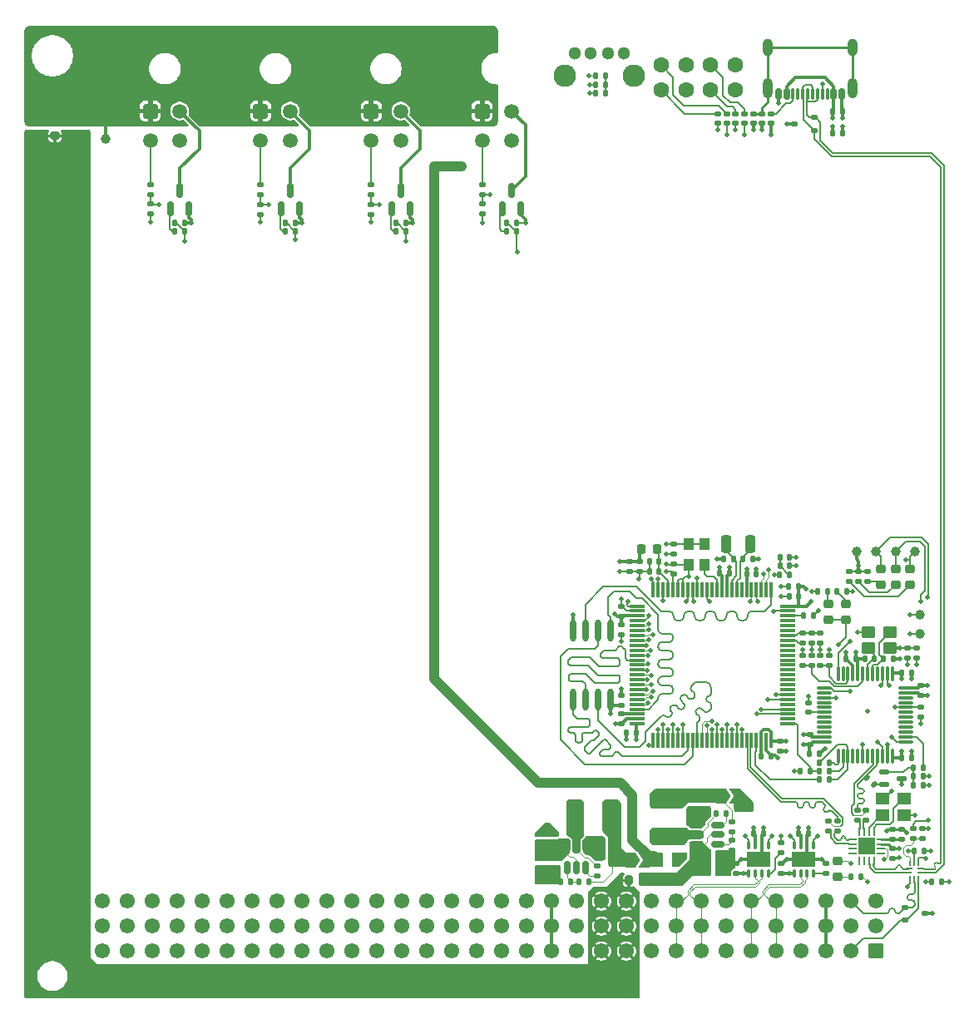
<source format=gbr>
%TF.GenerationSoftware,KiCad,Pcbnew,9.0.2-9.0.2-0~ubuntu24.04.1*%
%TF.CreationDate,2025-05-28T16:11:51+00:00*%
%TF.ProjectId,gpio-module,6770696f-2d6d-46f6-9475-6c652e6b6963,1.0.0*%
%TF.SameCoordinates,Original*%
%TF.FileFunction,Copper,L1,Top*%
%TF.FilePolarity,Positive*%
%FSLAX46Y46*%
G04 Gerber Fmt 4.6, Leading zero omitted, Abs format (unit mm)*
G04 Created by KiCad (PCBNEW 9.0.2-9.0.2-0~ubuntu24.04.1) date 2025-05-28 16:11:51*
%MOMM*%
%LPD*%
G01*
G04 APERTURE LIST*
G04 Aperture macros list*
%AMRoundRect*
0 Rectangle with rounded corners*
0 $1 Rounding radius*
0 $2 $3 $4 $5 $6 $7 $8 $9 X,Y pos of 4 corners*
0 Add a 4 corners polygon primitive as box body*
4,1,4,$2,$3,$4,$5,$6,$7,$8,$9,$2,$3,0*
0 Add four circle primitives for the rounded corners*
1,1,$1+$1,$2,$3*
1,1,$1+$1,$4,$5*
1,1,$1+$1,$6,$7*
1,1,$1+$1,$8,$9*
0 Add four rect primitives between the rounded corners*
20,1,$1+$1,$2,$3,$4,$5,0*
20,1,$1+$1,$4,$5,$6,$7,0*
20,1,$1+$1,$6,$7,$8,$9,0*
20,1,$1+$1,$8,$9,$2,$3,0*%
%AMFreePoly0*
4,1,6,1.000000,0.000000,0.500000,-0.750000,-0.500000,-0.750000,-0.500000,0.750000,0.500000,0.750000,1.000000,0.000000,1.000000,0.000000,$1*%
%AMFreePoly1*
4,1,6,0.500000,-0.750000,-0.650000,-0.750000,-0.150000,0.000000,-0.650000,0.750000,0.500000,0.750000,0.500000,-0.750000,0.500000,-0.750000,$1*%
G04 Aperture macros list end*
%TA.AperFunction,SMDPad,CuDef*%
%ADD10RoundRect,0.250001X0.999999X-0.499999X0.999999X0.499999X-0.999999X0.499999X-0.999999X-0.499999X0*%
%TD*%
%TA.AperFunction,SMDPad,CuDef*%
%ADD11FreePoly0,0.000000*%
%TD*%
%TA.AperFunction,SMDPad,CuDef*%
%ADD12FreePoly1,0.000000*%
%TD*%
%TA.AperFunction,SMDPad,CuDef*%
%ADD13RoundRect,0.140000X-0.140000X-0.170000X0.140000X-0.170000X0.140000X0.170000X-0.140000X0.170000X0*%
%TD*%
%TA.AperFunction,SMDPad,CuDef*%
%ADD14C,1.000000*%
%TD*%
%TA.AperFunction,SMDPad,CuDef*%
%ADD15RoundRect,0.140000X0.140000X0.170000X-0.140000X0.170000X-0.140000X-0.170000X0.140000X-0.170000X0*%
%TD*%
%TA.AperFunction,SMDPad,CuDef*%
%ADD16RoundRect,0.140000X-0.170000X0.140000X-0.170000X-0.140000X0.170000X-0.140000X0.170000X0.140000X0*%
%TD*%
%TA.AperFunction,ComponentPad*%
%ADD17C,1.600000*%
%TD*%
%TA.AperFunction,SMDPad,CuDef*%
%ADD18RoundRect,0.150000X0.150000X-0.590000X0.150000X0.590000X-0.150000X0.590000X-0.150000X-0.590000X0*%
%TD*%
%TA.AperFunction,SMDPad,CuDef*%
%ADD19RoundRect,0.140000X0.170000X-0.140000X0.170000X0.140000X-0.170000X0.140000X-0.170000X-0.140000X0*%
%TD*%
%TA.AperFunction,ComponentPad*%
%ADD20RoundRect,0.250001X-0.499999X-0.499999X0.499999X-0.499999X0.499999X0.499999X-0.499999X0.499999X0*%
%TD*%
%TA.AperFunction,ComponentPad*%
%ADD21C,1.500000*%
%TD*%
%TA.AperFunction,SMDPad,CuDef*%
%ADD22RoundRect,0.220000X0.220000X0.255000X-0.220000X0.255000X-0.220000X-0.255000X0.220000X-0.255000X0*%
%TD*%
%TA.AperFunction,SMDPad,CuDef*%
%ADD23RoundRect,0.220000X0.255000X-0.220000X0.255000X0.220000X-0.255000X0.220000X-0.255000X-0.220000X0*%
%TD*%
%TA.AperFunction,ComponentPad*%
%ADD24C,1.300000*%
%TD*%
%TA.AperFunction,ComponentPad*%
%ADD25C,2.286000*%
%TD*%
%TA.AperFunction,SMDPad,CuDef*%
%ADD26R,0.663000X0.225000*%
%TD*%
%TA.AperFunction,SMDPad,CuDef*%
%ADD27R,0.563000X0.225000*%
%TD*%
%TA.AperFunction,SMDPad,CuDef*%
%ADD28R,0.225000X0.563000*%
%TD*%
%TA.AperFunction,SMDPad,CuDef*%
%ADD29RoundRect,0.225000X-0.250000X0.225000X-0.250000X-0.225000X0.250000X-0.225000X0.250000X0.225000X0*%
%TD*%
%TA.AperFunction,SMDPad,CuDef*%
%ADD30RoundRect,0.075000X-0.075000X0.725000X-0.075000X-0.725000X0.075000X-0.725000X0.075000X0.725000X0*%
%TD*%
%TA.AperFunction,SMDPad,CuDef*%
%ADD31RoundRect,0.075000X-0.725000X0.075000X-0.725000X-0.075000X0.725000X-0.075000X0.725000X0.075000X0*%
%TD*%
%TA.AperFunction,SMDPad,CuDef*%
%ADD32RoundRect,0.150000X-0.512500X-0.150000X0.512500X-0.150000X0.512500X0.150000X-0.512500X0.150000X0*%
%TD*%
%TA.AperFunction,SMDPad,CuDef*%
%ADD33RoundRect,0.220000X-0.255000X0.220000X-0.255000X-0.220000X0.255000X-0.220000X0.255000X0.220000X0*%
%TD*%
%TA.AperFunction,SMDPad,CuDef*%
%ADD34RoundRect,0.225000X0.225000X0.250000X-0.225000X0.250000X-0.225000X-0.250000X0.225000X-0.250000X0*%
%TD*%
%TA.AperFunction,SMDPad,CuDef*%
%ADD35RoundRect,0.250000X0.450000X0.350000X-0.450000X0.350000X-0.450000X-0.350000X0.450000X-0.350000X0*%
%TD*%
%TA.AperFunction,SMDPad,CuDef*%
%ADD36RoundRect,0.075000X-0.075000X0.662500X-0.075000X-0.662500X0.075000X-0.662500X0.075000X0.662500X0*%
%TD*%
%TA.AperFunction,SMDPad,CuDef*%
%ADD37RoundRect,0.075000X-0.662500X0.075000X-0.662500X-0.075000X0.662500X-0.075000X0.662500X0.075000X0*%
%TD*%
%TA.AperFunction,SMDPad,CuDef*%
%ADD38RoundRect,0.150000X0.150000X0.425000X-0.150000X0.425000X-0.150000X-0.425000X0.150000X-0.425000X0*%
%TD*%
%TA.AperFunction,SMDPad,CuDef*%
%ADD39RoundRect,0.075000X0.075000X0.500000X-0.075000X0.500000X-0.075000X-0.500000X0.075000X-0.500000X0*%
%TD*%
%TA.AperFunction,ComponentPad*%
%ADD40O,1.000000X2.100000*%
%TD*%
%TA.AperFunction,ComponentPad*%
%ADD41O,1.000000X1.800000*%
%TD*%
%TA.AperFunction,SMDPad,CuDef*%
%ADD42RoundRect,0.200000X0.275000X-0.200000X0.275000X0.200000X-0.275000X0.200000X-0.275000X-0.200000X0*%
%TD*%
%TA.AperFunction,SMDPad,CuDef*%
%ADD43RoundRect,0.112500X-0.237500X0.112500X-0.237500X-0.112500X0.237500X-0.112500X0.237500X0.112500X0*%
%TD*%
%TA.AperFunction,SMDPad,CuDef*%
%ADD44R,1.100000X1.300000*%
%TD*%
%TA.AperFunction,SMDPad,CuDef*%
%ADD45RoundRect,0.225000X-0.225000X-0.250000X0.225000X-0.250000X0.225000X0.250000X-0.225000X0.250000X0*%
%TD*%
%TA.AperFunction,ComponentPad*%
%ADD46RoundRect,0.249999X0.525001X0.525001X-0.525001X0.525001X-0.525001X-0.525001X0.525001X-0.525001X0*%
%TD*%
%TA.AperFunction,ComponentPad*%
%ADD47C,1.550000*%
%TD*%
%TA.AperFunction,SMDPad,CuDef*%
%ADD48RoundRect,0.200000X-0.200000X-0.275000X0.200000X-0.275000X0.200000X0.275000X-0.200000X0.275000X0*%
%TD*%
%TA.AperFunction,SMDPad,CuDef*%
%ADD49RoundRect,0.075000X-0.075000X0.350000X-0.075000X-0.350000X0.075000X-0.350000X0.075000X0.350000X0*%
%TD*%
%TA.AperFunction,HeatsinkPad*%
%ADD50R,2.400000X1.600000*%
%TD*%
%TA.AperFunction,SMDPad,CuDef*%
%ADD51RoundRect,0.250000X0.250000X-0.650000X0.250000X0.650000X-0.250000X0.650000X-0.250000X-0.650000X0*%
%TD*%
%TA.AperFunction,SMDPad,CuDef*%
%ADD52RoundRect,0.140000X0.219203X0.021213X0.021213X0.219203X-0.219203X-0.021213X-0.021213X-0.219203X0*%
%TD*%
%TA.AperFunction,SMDPad,CuDef*%
%ADD53R,1.400000X1.200000*%
%TD*%
%TA.AperFunction,SMDPad,CuDef*%
%ADD54O,0.630000X2.250000*%
%TD*%
%TA.AperFunction,SMDPad,CuDef*%
%ADD55RoundRect,0.250001X-0.499999X-0.999999X0.499999X-0.999999X0.499999X0.999999X-0.499999X0.999999X0*%
%TD*%
%TA.AperFunction,SMDPad,CuDef*%
%ADD56RoundRect,0.062500X-0.062500X0.350000X-0.062500X-0.350000X0.062500X-0.350000X0.062500X0.350000X0*%
%TD*%
%TA.AperFunction,SMDPad,CuDef*%
%ADD57RoundRect,0.062500X-0.350000X0.062500X-0.350000X-0.062500X0.350000X-0.062500X0.350000X0.062500X0*%
%TD*%
%TA.AperFunction,HeatsinkPad*%
%ADD58R,1.700000X1.700000*%
%TD*%
%TA.AperFunction,SMDPad,CuDef*%
%ADD59RoundRect,0.112500X0.237500X-0.112500X0.237500X0.112500X-0.237500X0.112500X-0.237500X-0.112500X0*%
%TD*%
%TA.AperFunction,SMDPad,CuDef*%
%ADD60RoundRect,0.125000X0.345000X0.125000X-0.345000X0.125000X-0.345000X-0.125000X0.345000X-0.125000X0*%
%TD*%
%TA.AperFunction,SMDPad,CuDef*%
%ADD61RoundRect,0.150000X-0.150000X0.512500X-0.150000X-0.512500X0.150000X-0.512500X0.150000X0.512500X0*%
%TD*%
%TA.AperFunction,ViaPad*%
%ADD62C,0.500000*%
%TD*%
%TA.AperFunction,Conductor*%
%ADD63C,0.300000*%
%TD*%
%TA.AperFunction,Conductor*%
%ADD64C,0.150000*%
%TD*%
%TA.AperFunction,Conductor*%
%ADD65C,0.200000*%
%TD*%
%TA.AperFunction,Conductor*%
%ADD66C,0.250000*%
%TD*%
%TA.AperFunction,Conductor*%
%ADD67C,0.100000*%
%TD*%
%TA.AperFunction,Conductor*%
%ADD68C,1.000000*%
%TD*%
%TA.AperFunction,Conductor*%
%ADD69C,0.180000*%
%TD*%
%TA.AperFunction,Conductor*%
%ADD70C,0.120000*%
%TD*%
G04 APERTURE END LIST*
D10*
%TO.P,L301,1,1*%
%TO.N,/Power/SW_3V3*%
X107120720Y-134271542D03*
%TO.P,L301,2,2*%
%TO.N,/Power/+3V3_UNPROTEC*%
X107120720Y-130571542D03*
%TD*%
D11*
%TO.P,JP300,1,A*%
%TO.N,/Power/+5V_UNPROTEC*%
X103725000Y-136675000D03*
D12*
%TO.P,JP300,2,B*%
%TO.N,+5V*%
X105175000Y-136675000D03*
%TD*%
D13*
%TO.P,C420,1*%
%TO.N,+3V3*%
X115578000Y-107597001D03*
%TO.P,C420,2*%
%TO.N,GND*%
X116578000Y-107597001D03*
%TD*%
D14*
%TO.P,TP302,1,1*%
%TO.N,+3V3*%
X132750000Y-105325000D03*
%TD*%
D15*
%TO.P,C423,1*%
%TO.N,/MCU/VDDA*%
X106672000Y-106327001D03*
%TO.P,C423,2*%
%TO.N,GND*%
X105672000Y-106327001D03*
%TD*%
D16*
%TO.P,R421,1*%
%TO.N,/GPIO connector 1/input*%
X66070000Y-69985002D03*
%TO.P,R421,2*%
%TO.N,GND*%
X66070000Y-70985000D03*
%TD*%
D17*
%TO.P,LED300,1*%
%TO.N,Net-(LED300-Pad1)*%
X106863600Y-55785000D03*
%TO.P,LED300,2*%
%TO.N,GND*%
X109403600Y-55785000D03*
%TO.P,LED300,3*%
%TO.N,Net-(LED300-Pad3)*%
X106863600Y-58325000D03*
%TO.P,LED300,4*%
%TO.N,GND*%
X109403600Y-58325000D03*
%TD*%
D18*
%TO.P,Q406,1,G*%
%TO.N,Net-(Q406-G)*%
X68170000Y-70425001D03*
%TO.P,Q406,2,S*%
%TO.N,GND*%
X70070000Y-70425001D03*
%TO.P,Q406,3,D*%
%TO.N,/GPIO connector 1/MOSFET power stage/output*%
X69120000Y-68545002D03*
%TD*%
D19*
%TO.P,C406,1*%
%TO.N,+3V3*%
X108204000Y-107589001D03*
%TO.P,C406,2*%
%TO.N,GND*%
X108204000Y-106589001D03*
%TD*%
D13*
%TO.P,R423,1*%
%TO.N,/GPIO connector 0/output*%
X79870001Y-71885001D03*
%TO.P,R423,2*%
%TO.N,GND*%
X80869999Y-71885001D03*
%TD*%
D16*
%TO.P,R903,1*%
%TO.N,/ST-LINK/ST-LINK.D+*%
X126850000Y-131625000D03*
%TO.P,R903,2*%
%TO.N,/USB-hub/USBOUT1_R.D+*%
X126850000Y-132625000D03*
%TD*%
D15*
%TO.P,R308,1*%
%TO.N,Net-(U302-PGANG)*%
X127200000Y-138375000D03*
%TO.P,R308,2*%
%TO.N,Net-(D301-Pad1)*%
X126200000Y-138375000D03*
%TD*%
D13*
%TO.P,R436,1*%
%TO.N,/GPIO connector 3/output*%
X91170000Y-71885001D03*
%TO.P,R436,2*%
%TO.N,GND*%
X92170000Y-71885001D03*
%TD*%
D20*
%TO.P,J8,1,Pin_1*%
%TO.N,+12V_GPIO*%
X88670000Y-60470001D03*
D21*
%TO.P,J8,2,Pin_2*%
%TO.N,/GPIO connector 3/MOSFET power stage/output*%
X91670000Y-60470001D03*
%TO.P,J8,3,Pin_3*%
%TO.N,Net-(J8-Pin_3)*%
X88670000Y-63470001D03*
%TO.P,J8,4,Pin_4*%
%TO.N,+5V*%
X91670000Y-63470001D03*
%TD*%
D22*
%TO.P,FB401,1*%
%TO.N,/MCU/VDDA*%
X106462000Y-105057001D03*
%TO.P,FB401,2*%
%TO.N,+3V3*%
X104882000Y-105057001D03*
%TD*%
D19*
%TO.P,C501,1*%
%TO.N,+3V3*%
X119100000Y-138075000D03*
%TO.P,C501,2*%
%TO.N,GND*%
X119100000Y-137075000D03*
%TD*%
D13*
%TO.P,R716,1*%
%TO.N,/MCU/SWD.SWDIO*%
X123000000Y-128525000D03*
%TO.P,R716,2*%
%TO.N,Net-(U700-PB14)*%
X124000000Y-128525000D03*
%TD*%
D16*
%TO.P,R306,1*%
%TO.N,/Power/+3V3_UNPROTEC*%
X114070720Y-132821542D03*
%TO.P,R306,2*%
%TO.N,/Power/FB_3V3*%
X114070720Y-133821542D03*
%TD*%
D23*
%TO.P,D301,1*%
%TO.N,Net-(D301-Pad1)*%
X124850000Y-138365000D03*
%TO.P,D301,2*%
%TO.N,+5V*%
X124850000Y-136785000D03*
%TD*%
D24*
%TO.P,BTN400,1*%
%TO.N,GND*%
X103079415Y-54584163D03*
%TO.P,BTN400,2*%
X101449415Y-54584163D03*
%TO.P,BTN400,3*%
%TO.N,/MCU/SWD.~{RST}*%
X99709415Y-54584163D03*
%TO.P,BTN400,4*%
%TO.N,/MCU/USR_BUTTON*%
X98079415Y-54584163D03*
D25*
%TO.P,BTN400,5*%
%TO.N,N/C*%
X104079415Y-56834163D03*
%TO.P,BTN400,6*%
X97079415Y-56834163D03*
%TD*%
D16*
%TO.P,C427,1*%
%TO.N,/MCU/VCAP_1*%
X102870000Y-121829001D03*
%TO.P,C427,2*%
%TO.N,GND*%
X102870000Y-122829001D03*
%TD*%
D19*
%TO.P,C601,1*%
%TO.N,+3V3*%
X114550000Y-138075000D03*
%TO.P,C601,2*%
%TO.N,GND*%
X114550000Y-137075000D03*
%TD*%
D15*
%TO.P,R301,1*%
%TO.N,/Power/FB_5V0*%
X97650000Y-138871508D03*
%TO.P,R301,2*%
%TO.N,GND*%
X96650000Y-138871508D03*
%TD*%
D19*
%TO.P,R600,1*%
%TO.N,Net-(U600-STB)*%
X119100000Y-135925000D03*
%TO.P,R600,2*%
%TO.N,GND*%
X119100000Y-134925000D03*
%TD*%
D16*
%TO.P,C400,1*%
%TO.N,+3V3*%
X102870000Y-112734002D03*
%TO.P,C400,2*%
%TO.N,GND*%
X102870000Y-113734002D03*
%TD*%
D15*
%TO.P,C313,1*%
%TO.N,/MCU/OSC32_OUT*%
X114250000Y-106025000D03*
%TO.P,C313,2*%
%TO.N,GND*%
X113250000Y-106025000D03*
%TD*%
D13*
%TO.P,R801,1*%
%TO.N,/USB/CC1*%
X124350000Y-62675000D03*
%TO.P,R801,2*%
%TO.N,GND*%
X125350000Y-62675000D03*
%TD*%
D15*
%TO.P,C600,1*%
%TO.N,GND*%
X117300000Y-134025000D03*
%TO.P,C600,2*%
%TO.N,+5V*%
X116300000Y-134025000D03*
%TD*%
D13*
%TO.P,C314,1*%
%TO.N,/MCU/OSC32_IN*%
X115200000Y-106025000D03*
%TO.P,C314,2*%
%TO.N,GND*%
X116200000Y-106025000D03*
%TD*%
D26*
%TO.P,U801,1,D+*%
%TO.N,/USB-hub/USBIN1.D+*%
X132131500Y-137600000D03*
D27*
%TO.P,U801,2,D-*%
%TO.N,/USB-hub/USBIN1.D-*%
X132081500Y-138000000D03*
D28*
%TO.P,U801,3,GND*%
%TO.N,GND*%
X132250000Y-138568500D03*
%TO.P,U801,4,HSD1-*%
%TO.N,/Backplane/BACKPLANE.D-*%
X132650000Y-138568500D03*
%TO.P,U801,5,HSD1+*%
%TO.N,/Backplane/BACKPLANE.D+*%
X133050000Y-138568500D03*
D27*
%TO.P,U801,6,HSD2-*%
%TO.N,/USB/USB2S.D-*%
X133218500Y-138000000D03*
%TO.P,U801,7,HSD2+*%
%TO.N,/USB/USB2S.D+*%
X133218500Y-137600000D03*
D28*
%TO.P,U801,8,~{OE}*%
%TO.N,Net-(U801-~{OE})*%
X133050000Y-137031500D03*
%TO.P,U801,9,VCC*%
%TO.N,+3V3*%
X132650000Y-137031500D03*
%TO.P,U801,10,SEL*%
%TO.N,Net-(U801-SEL)*%
X132250000Y-137031500D03*
%TD*%
D14*
%TO.P,TP701,1,1*%
%TO.N,/ST-LINK/STLINK_RX*%
X133250000Y-113725000D03*
%TD*%
D29*
%TO.P,C304,1*%
%TO.N,+12V_FUSED*%
X94646542Y-136211059D03*
%TO.P,C304,2*%
%TO.N,GND*%
X94646542Y-137771059D03*
%TD*%
D16*
%TO.P,C305,1*%
%TO.N,GND*%
X96090000Y-134071508D03*
%TO.P,C305,2*%
%TO.N,+12V_FUSED*%
X96090000Y-135071508D03*
%TD*%
D15*
%TO.P,R404,1*%
%TO.N,/MCU/NRST*%
X119950000Y-107645000D03*
%TO.P,R404,2*%
%TO.N,/MCU/SWD.~{RST}*%
X118950000Y-107645000D03*
%TD*%
%TO.P,R437,1*%
%TO.N,/GPIO connector 3/output*%
X92174633Y-72685001D03*
%TO.P,R437,2*%
%TO.N,Net-(Q408-G)*%
X91174633Y-72685001D03*
%TD*%
D30*
%TO.P,U403,1,PE2*%
%TO.N,/MCU/QSPI1.IO2*%
X118075000Y-109175000D03*
%TO.P,U403,2,PE3*%
%TO.N,/MCU/USER_LED_1*%
X117575000Y-109175000D03*
%TO.P,U403,3,PE4*%
%TO.N,/MCU/USER_LED_2*%
X117075000Y-109175000D03*
%TO.P,U403,4,PE5*%
%TO.N,/MCU/STATUS_LED*%
X116575000Y-109175000D03*
%TO.P,U403,5,PE6*%
%TO.N,/MCU/USR_BUTTON*%
X116075000Y-109175000D03*
%TO.P,U403,6,VBAT*%
%TO.N,+3V3*%
X115575000Y-109175000D03*
%TO.P,U403,7,PC13*%
%TO.N,unconnected-(U403-PC13-Pad7)*%
X115075000Y-109175000D03*
%TO.P,U403,8,PC14*%
%TO.N,/MCU/OSC32_IN*%
X114575000Y-109175000D03*
%TO.P,U403,9,PC15*%
%TO.N,/MCU/OSC32_OUT*%
X114075000Y-109175000D03*
%TO.P,U403,10,VSS*%
%TO.N,GND*%
X113575000Y-109175000D03*
%TO.P,U403,11,VDD*%
%TO.N,+3V3*%
X113075000Y-109175000D03*
%TO.P,U403,12,PH0*%
%TO.N,/MCU/OSC_IN*%
X112575000Y-109175000D03*
%TO.P,U403,13,PH1*%
%TO.N,unconnected-(U403-PH1-Pad13)*%
X112075000Y-109175000D03*
%TO.P,U403,14,NRST*%
%TO.N,/MCU/SWD.~{RST}*%
X111575000Y-109175000D03*
%TO.P,U403,15,PC0*%
%TO.N,unconnected-(U403-PC0-Pad15)*%
X111075000Y-109175000D03*
%TO.P,U403,16,PC1*%
%TO.N,/GPIO connector 3/input*%
X110575000Y-109175000D03*
%TO.P,U403,17,PC2*%
%TO.N,/GPIO connector 3/output*%
X110075000Y-109175000D03*
%TO.P,U403,18,PC3*%
%TO.N,/GPIO connector 0/output*%
X109575000Y-109175000D03*
%TO.P,U403,19,VSSA*%
%TO.N,GND*%
X109075000Y-109175000D03*
%TO.P,U403,20,VREF-*%
X108575000Y-109175000D03*
%TO.P,U403,21,VREF+*%
%TO.N,+3V3*%
X108075000Y-109175000D03*
%TO.P,U403,22,VDDA*%
%TO.N,/MCU/VDDA*%
X107575000Y-109175000D03*
%TO.P,U403,23,PA0*%
%TO.N,/GPIO connector 0/input*%
X107075000Y-109175000D03*
%TO.P,U403,24,PA1*%
%TO.N,/GPIO connector 1/output*%
X106575000Y-109175000D03*
%TO.P,U403,25,PA2*%
%TO.N,/GPIO connector 1/input*%
X106075000Y-109175000D03*
D31*
%TO.P,U403,26,PA3*%
%TO.N,/GPIO connector 2/output*%
X104400000Y-110850000D03*
%TO.P,U403,27,VSS*%
%TO.N,GND*%
X104400000Y-111350000D03*
%TO.P,U403,28,VDD*%
%TO.N,+3V3*%
X104400000Y-111850000D03*
%TO.P,U403,29,PA4*%
%TO.N,/GPIO connector 2/input*%
X104400000Y-112350000D03*
%TO.P,U403,30,PA5*%
%TO.N,/Backplane/GPIOR15*%
X104400000Y-112850000D03*
%TO.P,U403,31,PA6*%
%TO.N,/Backplane/GPIOR14*%
X104400000Y-113350000D03*
%TO.P,U403,32,PA7*%
%TO.N,/Backplane/GPIOR13*%
X104400000Y-113850000D03*
%TO.P,U403,33,PC4*%
%TO.N,/Backplane/GPIOR12*%
X104400000Y-114350000D03*
%TO.P,U403,34,PC5*%
%TO.N,/Backplane/GPIOR11*%
X104400000Y-114850000D03*
%TO.P,U403,35,PB0*%
%TO.N,/Backplane/GPIOR10*%
X104400000Y-115350000D03*
%TO.P,U403,36,PB1*%
%TO.N,/Backplane/GPIOR9*%
X104400000Y-115850000D03*
%TO.P,U403,37,PB2*%
%TO.N,/MCU/QSPI1.SCLK*%
X104400000Y-116350000D03*
%TO.P,U403,38,PE7*%
%TO.N,/Backplane/GPIOR8*%
X104400000Y-116850000D03*
%TO.P,U403,39,PE8*%
%TO.N,/Backplane/GPIOR7*%
X104400000Y-117350000D03*
%TO.P,U403,40,PE9*%
%TO.N,/Backplane/GPIOR6*%
X104400000Y-117850000D03*
%TO.P,U403,41,PE10*%
%TO.N,/Backplane/GPIOR5*%
X104400000Y-118350000D03*
%TO.P,U403,42,PE11*%
%TO.N,/Backplane/GPIOR4*%
X104400000Y-118850000D03*
%TO.P,U403,43,PE12*%
%TO.N,/Backplane/GPIOR3*%
X104400000Y-119350000D03*
%TO.P,U403,44,PE13*%
%TO.N,/Backplane/GPIOR2*%
X104400000Y-119850000D03*
%TO.P,U403,45,PE14*%
%TO.N,/Backplane/GPIOR1*%
X104400000Y-120350000D03*
%TO.P,U403,46,PE15*%
%TO.N,/Backplane/GPIOR0*%
X104400000Y-120850000D03*
%TO.P,U403,47,PB10*%
%TO.N,/MCU/QSPI1.CS*%
X104400000Y-121350000D03*
%TO.P,U403,48,VCAP*%
%TO.N,/MCU/VCAP_1*%
X104400000Y-121850000D03*
%TO.P,U403,49,VSS*%
%TO.N,GND*%
X104400000Y-122350000D03*
%TO.P,U403,50,VDD*%
%TO.N,+3V3*%
X104400000Y-122850000D03*
D30*
%TO.P,U403,51,PB12*%
%TO.N,/CAN transceiver 2/CAN.RX*%
X106075000Y-124525000D03*
%TO.P,U403,52,PB13*%
%TO.N,/CAN transceiver 2/CAN.TX*%
X106575000Y-124525000D03*
%TO.P,U403,53,PB14*%
%TO.N,/Backplane/GPIOL15*%
X107075000Y-124525000D03*
%TO.P,U403,54,PB15*%
%TO.N,/Backplane/GPIOL14*%
X107575000Y-124525000D03*
%TO.P,U403,55,PD8*%
%TO.N,/Backplane/GPIOL13*%
X108075000Y-124525000D03*
%TO.P,U403,56,PD9*%
%TO.N,/Backplane/GPIOL12*%
X108575000Y-124525000D03*
%TO.P,U403,57,PD10*%
%TO.N,/Backplane/GPIOL11*%
X109075000Y-124525000D03*
%TO.P,U403,58,PD11*%
%TO.N,/MCU/QSPI1.IO0*%
X109575000Y-124525000D03*
%TO.P,U403,59,PD12*%
%TO.N,/MCU/QSPI1.IO1*%
X110075000Y-124525000D03*
%TO.P,U403,60,PD13*%
%TO.N,/MCU/QSPI1.IO3*%
X110575000Y-124525000D03*
%TO.P,U403,61,PD14*%
%TO.N,/Backplane/GPIOL10*%
X111075000Y-124525000D03*
%TO.P,U403,62,PD15*%
%TO.N,/Backplane/GPIOL9*%
X111575000Y-124525000D03*
%TO.P,U403,63,PC6*%
%TO.N,/Backplane/GPIOL8*%
X112075000Y-124525000D03*
%TO.P,U403,64,PC7*%
%TO.N,/Backplane/GPIOL7*%
X112575000Y-124525000D03*
%TO.P,U403,65,PC8*%
%TO.N,/Backplane/GPIOL6*%
X113075000Y-124525000D03*
%TO.P,U403,66,PC9*%
%TO.N,/Backplane/GPIOL5*%
X113575000Y-124525000D03*
%TO.P,U403,67,PA8*%
%TO.N,/Backplane/GPIOL4*%
X114075000Y-124525000D03*
%TO.P,U403,68,PA9*%
%TO.N,/Backplane/GPIOL3*%
X114575000Y-124525000D03*
%TO.P,U403,69,PA10*%
%TO.N,/Backplane/GPIOL2*%
X115075000Y-124525000D03*
%TO.P,U403,70,PA11*%
%TO.N,/MCU/USB_MCU.D-*%
X115575000Y-124525000D03*
%TO.P,U403,71,PA12*%
%TO.N,/MCU/USB_MCU.D+*%
X116075000Y-124525000D03*
%TO.P,U403,72,PA13(JTMS*%
%TO.N,/MCU/SWD.SWDIO*%
X116575000Y-124525000D03*
%TO.P,U403,73,VDDUSB*%
%TO.N,+3V3*%
X117075000Y-124525000D03*
%TO.P,U403,74,VSS*%
%TO.N,GND*%
X117575000Y-124525000D03*
%TO.P,U403,75,VDD*%
%TO.N,+3V3*%
X118075000Y-124525000D03*
D31*
%TO.P,U403,76,PA14(JTCK*%
%TO.N,/MCU/SWD.SWCLK*%
X119750000Y-122850000D03*
%TO.P,U403,77,PA15(JTDI)*%
%TO.N,unconnected-(U403-PA15(JTDI)-Pad77)*%
X119750000Y-122350000D03*
%TO.P,U403,78,PC10*%
%TO.N,/Backplane/GPIOL1*%
X119750000Y-121850000D03*
%TO.P,U403,79,PC11*%
%TO.N,/Backplane/GPIOL0*%
X119750000Y-121350000D03*
%TO.P,U403,80,PC12*%
%TO.N,unconnected-(U403-PC12-Pad80)*%
X119750000Y-120850000D03*
%TO.P,U403,81,PD0*%
%TO.N,/CAN transceiver 1/CAN.RX*%
X119750000Y-120350000D03*
%TO.P,U403,82,PD1*%
%TO.N,/CAN transceiver 1/CAN.TX*%
X119750000Y-119850000D03*
%TO.P,U403,83,PD2*%
%TO.N,unconnected-(U403-PD2-Pad83)*%
X119750000Y-119350000D03*
%TO.P,U403,84,PD3*%
%TO.N,unconnected-(U403-PD3-Pad84)*%
X119750000Y-118850000D03*
%TO.P,U403,85,PD4*%
%TO.N,unconnected-(U403-PD4-Pad85)*%
X119750000Y-118350000D03*
%TO.P,U403,86,PD5*%
%TO.N,unconnected-(U403-PD5-Pad86)*%
X119750000Y-117850000D03*
%TO.P,U403,87,PD6*%
%TO.N,unconnected-(U403-PD6-Pad87)*%
X119750000Y-117350000D03*
%TO.P,U403,88,PD7*%
%TO.N,unconnected-(U403-PD7-Pad88)*%
X119750000Y-116850000D03*
%TO.P,U403,89,PB3(JTDO*%
%TO.N,unconnected-(U403-PB3(JTDO-Pad89)*%
X119750000Y-116350000D03*
%TO.P,U403,90,PB4(NJTRST)*%
%TO.N,unconnected-(U403-PB4(NJTRST)-Pad90)*%
X119750000Y-115850000D03*
%TO.P,U403,91,PB5*%
%TO.N,unconnected-(U403-PB5-Pad91)*%
X119750000Y-115350000D03*
%TO.P,U403,92,PB6*%
%TO.N,unconnected-(U403-PB6-Pad92)*%
X119750000Y-114850000D03*
%TO.P,U403,93,PB7*%
%TO.N,/MCU/BOOT_EN*%
X119750000Y-114350000D03*
%TO.P,U403,94,BOOT0*%
%TO.N,/MCU/BOOT0*%
X119750000Y-113850000D03*
%TO.P,U403,95,PB8*%
%TO.N,/MCU/I2C1.SCL*%
X119750000Y-113350000D03*
%TO.P,U403,96,PB9*%
%TO.N,/MCU/I2C1.SDA*%
X119750000Y-112850000D03*
%TO.P,U403,97,PE0*%
%TO.N,unconnected-(U403-PE0-Pad97)*%
X119750000Y-112350000D03*
%TO.P,U403,98,VCAP*%
%TO.N,/MCU/VCAP_2*%
X119750000Y-111850000D03*
%TO.P,U403,99,VSS*%
%TO.N,GND*%
X119750000Y-111350000D03*
%TO.P,U403,100,VDD*%
%TO.N,+3V3*%
X119750000Y-110850000D03*
%TD*%
D32*
%TO.P,U301,1,GND*%
%TO.N,GND*%
X110412500Y-133168050D03*
%TO.P,U301,2,SW*%
%TO.N,/Power/SW_3V3*%
X110412500Y-134118050D03*
%TO.P,U301,3,VIN*%
%TO.N,+12V_FUSED*%
X110412500Y-135068050D03*
%TO.P,U301,4,VFB*%
%TO.N,/Power/FB_3V3*%
X112687500Y-135068050D03*
%TO.P,U301,5,EN*%
%TO.N,+12V_FUSED*%
X112687500Y-134118050D03*
%TO.P,U301,6,VBST*%
%TO.N,/Power/VBST_3V3*%
X112687500Y-133168050D03*
%TD*%
D15*
%TO.P,C500,1*%
%TO.N,GND*%
X121900000Y-134025000D03*
%TO.P,C500,2*%
%TO.N,+5V*%
X120900000Y-134025000D03*
%TD*%
D16*
%TO.P,R902,1*%
%TO.N,/ST-LINK/ST-LINK.D-*%
X127750000Y-131625000D03*
%TO.P,R902,2*%
%TO.N,/USB-hub/USBOUT1_R.D-*%
X127750000Y-132625000D03*
%TD*%
D23*
%TO.P,D400,1*%
%TO.N,Net-(D400-Pad1)*%
X129240000Y-108665000D03*
%TO.P,D400,2*%
%TO.N,+12V_FUSED*%
X129240000Y-107085000D03*
%TD*%
D16*
%TO.P,R700,1*%
%TO.N,+3V3*%
X121325000Y-115925000D03*
%TO.P,R700,2*%
%TO.N,/ST-LINK/STLINK-RST*%
X121325000Y-116925000D03*
%TD*%
D13*
%TO.P,R405,1*%
%TO.N,+3V3*%
X100228400Y-58685001D03*
%TO.P,R405,2*%
%TO.N,/MCU/USR_BTN*%
X101228400Y-58685001D03*
%TD*%
D19*
%TO.P,R409,1*%
%TO.N,+3V3*%
X114450000Y-61725000D03*
%TO.P,R409,2*%
%TO.N,Net-(LED301-Pad3)*%
X114450000Y-60725000D03*
%TD*%
%TO.P,R400,1*%
%TO.N,/MCU/USER_LED_1*%
X113550000Y-61725000D03*
%TO.P,R400,2*%
%TO.N,Net-(LED300-Pad1)*%
X113550000Y-60725000D03*
%TD*%
%TO.P,R411,1*%
%TO.N,Net-(D401-Pad1)*%
X126950000Y-108375000D03*
%TO.P,R411,2*%
%TO.N,GND*%
X126950000Y-107375000D03*
%TD*%
D16*
%TO.P,C410,1*%
%TO.N,/MCU/BOOT0*%
X123100000Y-113600000D03*
%TO.P,C410,2*%
%TO.N,GND*%
X123100000Y-114600000D03*
%TD*%
D13*
%TO.P,R429,1*%
%TO.N,/GPIO connector 2/output*%
X57370000Y-71885001D03*
%TO.P,R429,2*%
%TO.N,GND*%
X58370000Y-71885001D03*
%TD*%
D33*
%TO.P,D701,1*%
%TO.N,Net-(D701-Pad1)*%
X125702000Y-110660000D03*
%TO.P,D701,2*%
%TO.N,/ST-LINK/LED*%
X125702000Y-112240000D03*
%TD*%
D15*
%TO.P,C422,1*%
%TO.N,+3V3*%
X120888000Y-108867001D03*
%TO.P,C422,2*%
%TO.N,GND*%
X119888000Y-108867001D03*
%TD*%
D16*
%TO.P,R420,1*%
%TO.N,/GPIO connector 0/input*%
X77370000Y-69985001D03*
%TO.P,R420,2*%
%TO.N,GND*%
X77370000Y-70985001D03*
%TD*%
%TO.P,R701,1*%
%TO.N,+3V3*%
X124000000Y-115925000D03*
%TO.P,R701,2*%
%TO.N,Net-(U700-PA0)*%
X124000000Y-116925000D03*
%TD*%
D15*
%TO.P,C424,1*%
%TO.N,/MCU/VDDA*%
X106680000Y-107343001D03*
%TO.P,C424,2*%
%TO.N,GND*%
X105680000Y-107343001D03*
%TD*%
%TO.P,C405,1*%
%TO.N,+3V3*%
X120896000Y-109883001D03*
%TO.P,C405,2*%
%TO.N,GND*%
X119896000Y-109883001D03*
%TD*%
D34*
%TO.P,C301,1*%
%TO.N,/Power/+5V_UNPROTEC*%
X102180000Y-136171508D03*
%TO.P,C301,2*%
%TO.N,GND*%
X100620000Y-136171508D03*
%TD*%
D19*
%TO.P,C300,1*%
%TO.N,/Power/VBST_5V0*%
X100400000Y-138281508D03*
%TO.P,C300,2*%
%TO.N,/Power/SW_5V0*%
X100400000Y-137281508D03*
%TD*%
D23*
%TO.P,D402,1*%
%TO.N,Net-(D402-Pad1)*%
X132240000Y-108665000D03*
%TO.P,D402,2*%
%TO.N,+3V3*%
X132240000Y-107085000D03*
%TD*%
D35*
%TO.P,Y700,1,1*%
%TO.N,/ST-LINK/STLINK-OSC_IN*%
X130150000Y-113525000D03*
%TO.P,Y700,2,2*%
%TO.N,GND*%
X127950000Y-113525000D03*
%TO.P,Y700,3,3*%
%TO.N,/ST-LINK/STLINK-OSC_OUT*%
X127950000Y-115125000D03*
%TO.P,Y700,4,4*%
%TO.N,GND*%
X130150000Y-115125000D03*
%TD*%
D20*
%TO.P,J11,1,Pin_1*%
%TO.N,+12V_GPIO*%
X54870000Y-60470001D03*
D21*
%TO.P,J11,2,Pin_2*%
%TO.N,/GPIO connector 2/MOSFET power stage/output*%
X57870000Y-60470001D03*
%TO.P,J11,3,Pin_3*%
%TO.N,Net-(J11-Pin_3)*%
X54870000Y-63470001D03*
%TO.P,J11,4,Pin_4*%
%TO.N,+5V*%
X57870000Y-63470001D03*
%TD*%
D36*
%TO.P,U700,1,VBAT*%
%TO.N,+3V3*%
X130400000Y-117762500D03*
%TO.P,U700,2,PC13*%
%TO.N,Net-(U700-PC13)*%
X129900000Y-117762500D03*
%TO.P,U700,3,PC14*%
%TO.N,Net-(U700-PC14)*%
X129400000Y-117762500D03*
%TO.P,U700,4,PC15*%
%TO.N,unconnected-(U700-PC15-Pad4)*%
X128900000Y-117762500D03*
%TO.P,U700,5,PD0*%
%TO.N,/ST-LINK/STLINK-OSC_IN*%
X128400000Y-117762500D03*
%TO.P,U700,6,PD1*%
%TO.N,/ST-LINK/STLINK-OSC_OUT*%
X127900000Y-117762500D03*
%TO.P,U700,7,NRST*%
%TO.N,/ST-LINK/STLINK-RST*%
X127400000Y-117762500D03*
%TO.P,U700,8,VSSA*%
%TO.N,GND*%
X126900000Y-117762500D03*
%TO.P,U700,9,VDDA*%
%TO.N,+3V3*%
X126400000Y-117762500D03*
%TO.P,U700,10,PA0*%
%TO.N,Net-(U700-PA0)*%
X125900000Y-117762500D03*
%TO.P,U700,11,PA1*%
%TO.N,unconnected-(U700-PA1-Pad11)*%
X125400000Y-117762500D03*
%TO.P,U700,12,PA2*%
%TO.N,/ST-LINK/STLINK_TX*%
X124900000Y-117762500D03*
D37*
%TO.P,U700,13,PA3*%
%TO.N,/ST-LINK/STLINK_RX*%
X123487500Y-119175000D03*
%TO.P,U700,14,PA4*%
%TO.N,unconnected-(U700-PA4-Pad14)*%
X123487500Y-119675000D03*
%TO.P,U700,15,PA5*%
%TO.N,Net-(U700-PA5)*%
X123487500Y-120175000D03*
%TO.P,U700,16,PA6*%
%TO.N,unconnected-(U700-PA6-Pad16)*%
X123487500Y-120675000D03*
%TO.P,U700,17,PA7*%
%TO.N,unconnected-(U700-PA7-Pad17)*%
X123487500Y-121175000D03*
%TO.P,U700,18,PB0*%
%TO.N,Net-(U700-PB0)*%
X123487500Y-121675000D03*
%TO.P,U700,19,PB1*%
%TO.N,unconnected-(U700-PB1-Pad19)*%
X123487500Y-122175000D03*
%TO.P,U700,20,PB2*%
%TO.N,unconnected-(U700-PB2-Pad20)*%
X123487500Y-122675000D03*
%TO.P,U700,21,PB10*%
%TO.N,unconnected-(U700-PB10-Pad21)*%
X123487500Y-123175000D03*
%TO.P,U700,22,PB11*%
%TO.N,unconnected-(U700-PB11-Pad22)*%
X123487500Y-123675000D03*
%TO.P,U700,23,VSS*%
%TO.N,GND*%
X123487500Y-124175000D03*
%TO.P,U700,24,VDD*%
%TO.N,+3V3*%
X123487500Y-124675000D03*
D36*
%TO.P,U700,25,PB12*%
%TO.N,Net-(U700-PB12)*%
X124900000Y-126087500D03*
%TO.P,U700,26,PB13*%
%TO.N,Net-(U700-PB13)*%
X125400000Y-126087500D03*
%TO.P,U700,27,PB14*%
%TO.N,Net-(U700-PB14)*%
X125900000Y-126087500D03*
%TO.P,U700,28,PB15*%
%TO.N,unconnected-(U700-PB15-Pad28)*%
X126400000Y-126087500D03*
%TO.P,U700,29,PA8*%
%TO.N,unconnected-(U700-PA8-Pad29)*%
X126900000Y-126087500D03*
%TO.P,U700,30,PA9*%
%TO.N,/ST-LINK/LED*%
X127400000Y-126087500D03*
%TO.P,U700,31,PA10*%
%TO.N,/ST-LINK/SWO*%
X127900000Y-126087500D03*
%TO.P,U700,32,PA11*%
%TO.N,/ST-LINK/ST-LINK.D-*%
X128400000Y-126087500D03*
%TO.P,U700,33,PA12*%
%TO.N,/ST-LINK/ST-LINK.D+*%
X128900000Y-126087500D03*
%TO.P,U700,34,PA13*%
%TO.N,/ST-LINK/DIO*%
X129400000Y-126087500D03*
%TO.P,U700,35,VSS*%
%TO.N,GND*%
X129900000Y-126087500D03*
%TO.P,U700,36,VDD*%
%TO.N,+3V3*%
X130400000Y-126087500D03*
D37*
%TO.P,U700,37,PA14*%
%TO.N,/ST-LINK/CLK*%
X131812500Y-124675000D03*
%TO.P,U700,38,PA15*%
%TO.N,/ST-LINK/USB_RENUM*%
X131812500Y-124175000D03*
%TO.P,U700,39,PB3*%
%TO.N,unconnected-(U700-PB3-Pad39)*%
X131812500Y-123675000D03*
%TO.P,U700,40,PB4*%
%TO.N,unconnected-(U700-PB4-Pad40)*%
X131812500Y-123175000D03*
%TO.P,U700,41,PB5*%
%TO.N,unconnected-(U700-PB5-Pad41)*%
X131812500Y-122675000D03*
%TO.P,U700,42,PB6*%
%TO.N,unconnected-(U700-PB6-Pad42)*%
X131812500Y-122175000D03*
%TO.P,U700,43,PB7*%
%TO.N,unconnected-(U700-PB7-Pad43)*%
X131812500Y-121675000D03*
%TO.P,U700,44,BOOT0*%
%TO.N,/ST-LINK/STLINK-BOOT0*%
X131812500Y-121175000D03*
%TO.P,U700,45,PB8*%
%TO.N,unconnected-(U700-PB8-Pad45)*%
X131812500Y-120675000D03*
%TO.P,U700,46,PB9*%
%TO.N,unconnected-(U700-PB9-Pad46)*%
X131812500Y-120175000D03*
%TO.P,U700,47,VSS*%
%TO.N,GND*%
X131812500Y-119675000D03*
%TO.P,U700,48,VDD*%
%TO.N,+3V3*%
X131812500Y-119175000D03*
%TD*%
D20*
%TO.P,J9,1,Pin_1*%
%TO.N,+12V_GPIO*%
X77370000Y-60470001D03*
D21*
%TO.P,J9,2,Pin_2*%
%TO.N,/GPIO connector 0/MOSFET power stage/output*%
X80370000Y-60470001D03*
%TO.P,J9,3,Pin_3*%
%TO.N,Net-(J9-Pin_3)*%
X77370000Y-63470001D03*
%TO.P,J9,4,Pin_4*%
%TO.N,+5V*%
X80370000Y-63470001D03*
%TD*%
D14*
%TO.P,TP700,1,1*%
%TO.N,/ST-LINK/STLINK_TX*%
X133250000Y-111725000D03*
%TD*%
D18*
%TO.P,Q407,1,G*%
%TO.N,Net-(Q407-G)*%
X56920000Y-70425001D03*
%TO.P,Q407,2,S*%
%TO.N,GND*%
X58820000Y-70425001D03*
%TO.P,Q407,3,D*%
%TO.N,/GPIO connector 2/MOSFET power stage/output*%
X57870000Y-68545002D03*
%TD*%
D13*
%TO.P,R707,1*%
%TO.N,+3V3*%
X122850000Y-109375000D03*
%TO.P,R707,2*%
%TO.N,Net-(D700-Pad2)*%
X123850000Y-109375000D03*
%TD*%
D16*
%TO.P,R419,1*%
%TO.N,Net-(J8-Pin_3)*%
X88670000Y-67985000D03*
%TO.P,R419,2*%
%TO.N,/GPIO connector 3/input*%
X88670000Y-68985000D03*
%TD*%
D15*
%TO.P,C708,1*%
%TO.N,/ST-LINK/STLINK-OSC_OUT*%
X128600000Y-116235000D03*
%TO.P,C708,2*%
%TO.N,GND*%
X127600000Y-116235000D03*
%TD*%
D16*
%TO.P,R705,1*%
%TO.N,GND*%
X132900000Y-115125000D03*
%TO.P,R705,2*%
%TO.N,Net-(U700-PC13)*%
X132900000Y-116125000D03*
%TD*%
%TO.P,R307,1*%
%TO.N,/Power/FB_3V3*%
X114070720Y-134721542D03*
%TO.P,R307,2*%
%TO.N,GND*%
X114070720Y-135721542D03*
%TD*%
%TO.P,C425,1*%
%TO.N,+3V3*%
X103640000Y-106343001D03*
%TO.P,C425,2*%
%TO.N,GND*%
X103640000Y-107343001D03*
%TD*%
D13*
%TO.P,R711,1*%
%TO.N,Net-(Q700-B)*%
X132550000Y-128175000D03*
%TO.P,R711,2*%
%TO.N,GND*%
X133550000Y-128175000D03*
%TD*%
%TO.P,R710,1*%
%TO.N,Net-(Q700-B)*%
X132550000Y-127275000D03*
%TO.P,R710,2*%
%TO.N,/ST-LINK/USB_RENUM*%
X133550000Y-127275000D03*
%TD*%
%TO.P,R715,1*%
%TO.N,/MCU/SWD.SWCLK*%
X123000000Y-127650000D03*
%TO.P,R715,2*%
%TO.N,Net-(U700-PB13)*%
X124000000Y-127650000D03*
%TD*%
D16*
%TO.P,C801,1*%
%TO.N,Net-(J800-SHIELD)*%
X116250000Y-60725000D03*
%TO.P,C801,2*%
%TO.N,GND*%
X116250000Y-61725000D03*
%TD*%
D14*
%TO.P,TP300,1,1*%
%TO.N,+12V_FUSED*%
X128750000Y-105325000D03*
%TD*%
D19*
%TO.P,C402,1*%
%TO.N,+3V3*%
X102870000Y-111907001D03*
%TO.P,C402,2*%
%TO.N,GND*%
X102870000Y-110907001D03*
%TD*%
D11*
%TO.P,JP301,1,A*%
%TO.N,/Power/+3V3_UNPROTEC*%
X112970720Y-130225000D03*
D12*
%TO.P,JP301,2,B*%
%TO.N,+3V3*%
X114420720Y-130225000D03*
%TD*%
D38*
%TO.P,J800,A1,GND*%
%TO.N,GND*%
X125250000Y-58715000D03*
%TO.P,J800,A4,VBUS*%
%TO.N,/USB/VBUS_IN*%
X124450000Y-58715000D03*
D39*
%TO.P,J800,A5,CC1*%
%TO.N,/USB/CC1*%
X123300000Y-58715000D03*
%TO.P,J800,A6,D+*%
%TO.N,/USB/USB2S.D+*%
X122300000Y-58715000D03*
%TO.P,J800,A7,D-*%
%TO.N,/USB/USB2S.D-*%
X121800000Y-58715000D03*
%TO.P,J800,A8,SBU1*%
%TO.N,unconnected-(J800-SBU1-PadA8)*%
X120800000Y-58715000D03*
D38*
%TO.P,J800,A9,VBUS*%
%TO.N,/USB/VBUS_IN*%
X119650000Y-58715000D03*
%TO.P,J800,A12,GND*%
%TO.N,GND*%
X118850000Y-58715000D03*
%TO.P,J800,B1,GND*%
X118850000Y-58715000D03*
%TO.P,J800,B4,VBUS*%
%TO.N,/USB/VBUS_IN*%
X119650000Y-58715000D03*
D39*
%TO.P,J800,B5,CC2*%
%TO.N,/USB/CC2*%
X120300000Y-58715000D03*
%TO.P,J800,B6,D+*%
%TO.N,/USB/USB2S.D+*%
X121300000Y-58715000D03*
%TO.P,J800,B7,D-*%
%TO.N,/USB/USB2S.D-*%
X122800000Y-58715000D03*
%TO.P,J800,B8,SBU2*%
%TO.N,unconnected-(J800-SBU2-PadB8)*%
X123800000Y-58715000D03*
D38*
%TO.P,J800,B9,VBUS*%
%TO.N,/USB/VBUS_IN*%
X124450000Y-58715000D03*
%TO.P,J800,B12,GND*%
%TO.N,GND*%
X125250000Y-58715000D03*
D40*
%TO.P,J800,S1,SHIELD*%
%TO.N,Net-(J800-SHIELD)*%
X126370000Y-58140000D03*
D41*
X126370000Y-53960000D03*
D40*
X117730000Y-58140000D03*
D41*
X117730000Y-53960000D03*
%TD*%
D13*
%TO.P,C311,1*%
%TO.N,GND*%
X109270720Y-136281542D03*
%TO.P,C311,2*%
%TO.N,+12V_FUSED*%
X110270720Y-136281542D03*
%TD*%
D42*
%TO.P,F301,1*%
%TO.N,+12V*%
X45170000Y-63005002D03*
%TO.P,F301,2*%
%TO.N,+12V_GPIO*%
X45170000Y-61365000D03*
%TD*%
D14*
%TO.P,TP301,1,1*%
%TO.N,+5V*%
X130750000Y-105325000D03*
%TD*%
D43*
%TO.P,U402,1*%
%TO.N,/Backplane/BACKPLANE.D-*%
X131707500Y-141512501D03*
%TO.P,U402,2*%
%TO.N,/Backplane/BACKPLANE.D+*%
X131707500Y-142812501D03*
%TO.P,U402,3*%
%TO.N,GND*%
X133707500Y-142162501D03*
%TD*%
D13*
%TO.P,R425,1*%
%TO.N,/GPIO connector 1/output*%
X68620001Y-71885001D03*
%TO.P,R425,2*%
%TO.N,GND*%
X69619999Y-71885001D03*
%TD*%
%TO.P,C707,1*%
%TO.N,/ST-LINK/STLINK-OSC_IN*%
X129500000Y-116225000D03*
%TO.P,C707,2*%
%TO.N,GND*%
X130500000Y-116225000D03*
%TD*%
D18*
%TO.P,Q405,1,G*%
%TO.N,Net-(Q405-G)*%
X79420000Y-70425001D03*
%TO.P,Q405,2,S*%
%TO.N,GND*%
X81320000Y-70425001D03*
%TO.P,Q405,3,D*%
%TO.N,/GPIO connector 0/MOSFET power stage/output*%
X80370000Y-68545002D03*
%TD*%
D16*
%TO.P,R901,1*%
%TO.N,/MCU/USB_MCU.D+*%
X123900000Y-132725000D03*
%TO.P,R901,2*%
%TO.N,/USB-hub/USB_MCU_R.D+*%
X123900000Y-133725000D03*
%TD*%
D44*
%TO.P,Y400,1,EN*%
%TO.N,+3V3*%
X109665000Y-104515001D03*
%TO.P,Y400,2,GND*%
%TO.N,GND*%
X109665000Y-106615001D03*
%TO.P,Y400,3,OUT*%
%TO.N,/MCU/OSC_IN*%
X111315000Y-106615001D03*
%TO.P,Y400,4,Vdd*%
%TO.N,+3V3*%
X111315000Y-104515001D03*
%TD*%
D15*
%TO.P,R709,1*%
%TO.N,+5V*%
X133550000Y-129075000D03*
%TO.P,R709,2*%
%TO.N,Net-(Q700-B)*%
X132550000Y-129075000D03*
%TD*%
D16*
%TO.P,R805,1*%
%TO.N,Net-(J800-SHIELD)*%
X117150000Y-60725000D03*
%TO.P,R805,2*%
%TO.N,GND*%
X117150000Y-61725000D03*
%TD*%
%TO.P,R800,1*%
%TO.N,/USB/CC2*%
X118050000Y-60725000D03*
%TO.P,R800,2*%
%TO.N,GND*%
X118050000Y-61725000D03*
%TD*%
D45*
%TO.P,C310,1*%
%TO.N,+12V_FUSED*%
X111420720Y-136481542D03*
%TO.P,C310,2*%
%TO.N,GND*%
X112980720Y-136481542D03*
%TD*%
D16*
%TO.P,R402,1*%
%TO.N,/MCU/BOOT0*%
X122200000Y-113600000D03*
%TO.P,R402,2*%
%TO.N,GND*%
X122200000Y-114600000D03*
%TD*%
D19*
%TO.P,R702,1*%
%TO.N,GND*%
X133300000Y-122175000D03*
%TO.P,R702,2*%
%TO.N,/ST-LINK/STLINK-BOOT0*%
X133300000Y-121175000D03*
%TD*%
D15*
%TO.P,R427,1*%
%TO.N,/GPIO connector 1/output*%
X69619999Y-72685001D03*
%TO.P,R427,2*%
%TO.N,Net-(Q406-G)*%
X68620001Y-72685001D03*
%TD*%
D45*
%TO.P,C309,1*%
%TO.N,+12V_FUSED*%
X111410271Y-137725000D03*
%TO.P,C309,2*%
%TO.N,GND*%
X112970271Y-137725000D03*
%TD*%
D19*
%TO.P,C900,1*%
%TO.N,Net-(U302-3V3)*%
X130450000Y-134575000D03*
%TO.P,C900,2*%
%TO.N,GND*%
X130450000Y-133575000D03*
%TD*%
D16*
%TO.P,C404,1*%
%TO.N,+3V3*%
X118975000Y-124600000D03*
%TO.P,C404,2*%
%TO.N,GND*%
X118975000Y-125600000D03*
%TD*%
%TO.P,R424,1*%
%TO.N,/GPIO connector 3/input*%
X88670000Y-69885001D03*
%TO.P,R424,2*%
%TO.N,GND*%
X88670000Y-70884999D03*
%TD*%
D15*
%TO.P,R426,1*%
%TO.N,/GPIO connector 0/output*%
X80869999Y-72685001D03*
%TO.P,R426,2*%
%TO.N,Net-(Q405-G)*%
X79870001Y-72685001D03*
%TD*%
D16*
%TO.P,R802,1*%
%TO.N,/USB/VBUS_IN*%
X132550000Y-133525000D03*
%TO.P,R802,2*%
%TO.N,Net-(U801-SEL)*%
X132550000Y-134525000D03*
%TD*%
%TO.P,C432,1*%
%TO.N,+3V3*%
X108204000Y-104557001D03*
%TO.P,C432,2*%
%TO.N,GND*%
X108204000Y-105557001D03*
%TD*%
D13*
%TO.P,C701,1*%
%TO.N,+3V3*%
X131350000Y-117625000D03*
%TO.P,C701,2*%
%TO.N,GND*%
X132350000Y-117625000D03*
%TD*%
D15*
%TO.P,R300,1*%
%TO.N,/Power/+5V_UNPROTEC*%
X99550000Y-138871508D03*
%TO.P,R300,2*%
%TO.N,/Power/FB_5V0*%
X98550000Y-138871508D03*
%TD*%
D46*
%TO.P,J200,a1,a1*%
%TO.N,GND*%
X128740000Y-145975000D03*
D47*
%TO.P,J200,a2,a2*%
%TO.N,/Backplane/BACKPLANE.D+*%
X126200000Y-145975000D03*
%TO.P,J200,a3,a3*%
%TO.N,+5V_STDBY*%
X123660000Y-145975000D03*
%TO.P,J200,a4,a4*%
%TO.N,GND*%
X121120000Y-145975000D03*
%TO.P,J200,a5,a5*%
%TO.N,/Backplane/CAN1.+*%
X118580000Y-145975000D03*
%TO.P,J200,a6,a6*%
%TO.N,/Backplane/CAN1.-*%
X116040000Y-145975000D03*
%TO.P,J200,a7,a7*%
%TO.N,GND*%
X113500000Y-145975000D03*
%TO.P,J200,a8,a8*%
%TO.N,/Backplane/CAN2.+*%
X110960000Y-145975000D03*
%TO.P,J200,a9,a9*%
%TO.N,/Backplane/CAN2.-*%
X108420000Y-145975000D03*
%TO.P,J200,a10,a10*%
%TO.N,GND*%
X105880000Y-145975000D03*
%TO.P,J200,a11,a11*%
%TO.N,+12V*%
X103340000Y-145975000D03*
%TO.P,J200,a12,a12*%
X100800000Y-145975000D03*
%TO.P,J200,a13,a13*%
%TO.N,GND*%
X98260000Y-145975000D03*
%TO.P,J200,a14,a14*%
%TO.N,+24V*%
X95720000Y-145975000D03*
%TO.P,J200,a15,a15*%
%TO.N,GND*%
X93180000Y-145975000D03*
%TO.P,J200,a16,a16*%
%TO.N,/Backplane/GPIOL0*%
X90640000Y-145975000D03*
%TO.P,J200,a17,a17*%
%TO.N,/Backplane/GPIOL1*%
X88100000Y-145975000D03*
%TO.P,J200,a18,a18*%
%TO.N,/Backplane/GPIOL2*%
X85560000Y-145975000D03*
%TO.P,J200,a19,a19*%
%TO.N,/Backplane/GPIOL3*%
X83020000Y-145975000D03*
%TO.P,J200,a20,a20*%
%TO.N,/Backplane/GPIOL4*%
X80480000Y-145975000D03*
%TO.P,J200,a21,a21*%
%TO.N,/Backplane/GPIOL5*%
X77940000Y-145975000D03*
%TO.P,J200,a22,a22*%
%TO.N,/Backplane/GPIOL6*%
X75400000Y-145975000D03*
%TO.P,J200,a23,a23*%
%TO.N,/Backplane/GPIOL7*%
X72860000Y-145975000D03*
%TO.P,J200,a24,a24*%
%TO.N,/Backplane/GPIOL8*%
X70320000Y-145975000D03*
%TO.P,J200,a25,a25*%
%TO.N,/Backplane/GPIOL9*%
X67780000Y-145975000D03*
%TO.P,J200,a26,a26*%
%TO.N,/Backplane/GPIOL10*%
X65240000Y-145975000D03*
%TO.P,J200,a27,a27*%
%TO.N,/Backplane/GPIOL11*%
X62700000Y-145975000D03*
%TO.P,J200,a28,a28*%
%TO.N,/Backplane/GPIOL12*%
X60160000Y-145975000D03*
%TO.P,J200,a29,a29*%
%TO.N,/Backplane/GPIOL13*%
X57620000Y-145975000D03*
%TO.P,J200,a30,a30*%
%TO.N,/Backplane/GPIOL14*%
X55080000Y-145975000D03*
%TO.P,J200,a31,a31*%
%TO.N,/Backplane/GPIOL15*%
X52540000Y-145975000D03*
%TO.P,J200,a32,a32*%
%TO.N,GND*%
X50000000Y-145975000D03*
%TO.P,J200,b1,b1*%
X128740000Y-143435000D03*
%TO.P,J200,b2,b2*%
X126200000Y-143435000D03*
%TO.P,J200,b3,b3*%
%TO.N,+5V_STDBY*%
X123660000Y-143435000D03*
%TO.P,J200,b4,b4*%
%TO.N,GND*%
X121120000Y-143435000D03*
%TO.P,J200,b5,b5*%
%TO.N,/Backplane/CAN1.+*%
X118580000Y-143435000D03*
%TO.P,J200,b6,b6*%
%TO.N,/Backplane/CAN1.-*%
X116040000Y-143435000D03*
%TO.P,J200,b7,b7*%
%TO.N,GND*%
X113500000Y-143435000D03*
%TO.P,J200,b8,b8*%
%TO.N,/Backplane/CAN2.+*%
X110960000Y-143435000D03*
%TO.P,J200,b9,b9*%
%TO.N,/Backplane/CAN2.-*%
X108420000Y-143435000D03*
%TO.P,J200,b10,b10*%
%TO.N,GND*%
X105880000Y-143435000D03*
%TO.P,J200,b11,b11*%
%TO.N,+12V*%
X103340000Y-143435000D03*
%TO.P,J200,b12,b12*%
X100800000Y-143435000D03*
%TO.P,J200,b13,b13*%
%TO.N,GND*%
X98260000Y-143435000D03*
%TO.P,J200,b14,b14*%
%TO.N,+24V*%
X95720000Y-143435000D03*
%TO.P,J200,b15,b15*%
%TO.N,GND*%
X93180000Y-143435000D03*
%TO.P,J200,b16,b16*%
%TO.N,/Backplane/GPIOC0*%
X90640000Y-143435000D03*
%TO.P,J200,b17,b17*%
%TO.N,/Backplane/GPIOC1*%
X88100000Y-143435000D03*
%TO.P,J200,b18,b18*%
%TO.N,/Backplane/GPIOC2*%
X85560000Y-143435000D03*
%TO.P,J200,b19,b19*%
%TO.N,/Backplane/GPIOC3*%
X83020000Y-143435000D03*
%TO.P,J200,b20,b20*%
%TO.N,/Backplane/GPIOC4*%
X80480000Y-143435000D03*
%TO.P,J200,b21,b21*%
%TO.N,/Backplane/GPIOC5*%
X77940000Y-143435000D03*
%TO.P,J200,b22,b22*%
%TO.N,/Backplane/GPIOC6*%
X75400000Y-143435000D03*
%TO.P,J200,b23,b23*%
%TO.N,/Backplane/GPIOC7*%
X72860000Y-143435000D03*
%TO.P,J200,b24,b24*%
%TO.N,/Backplane/GPIOC8*%
X70320000Y-143435000D03*
%TO.P,J200,b25,b25*%
%TO.N,/Backplane/GPIOC9*%
X67780000Y-143435000D03*
%TO.P,J200,b26,b26*%
%TO.N,/Backplane/GPIOC10*%
X65240000Y-143435000D03*
%TO.P,J200,b27,b27*%
%TO.N,/Backplane/GPIOC11*%
X62700000Y-143435000D03*
%TO.P,J200,b28,b28*%
%TO.N,/Backplane/GPIOC12*%
X60160000Y-143435000D03*
%TO.P,J200,b29,b29*%
%TO.N,/Backplane/GPIOC13*%
X57620000Y-143435000D03*
%TO.P,J200,b30,b30*%
%TO.N,/Backplane/GPIOC14*%
X55080000Y-143435000D03*
%TO.P,J200,b31,b31*%
%TO.N,/Backplane/GPIOC15*%
X52540000Y-143435000D03*
%TO.P,J200,b32,b32*%
%TO.N,GND*%
X50000000Y-143435000D03*
%TO.P,J200,c1,c1*%
X128740000Y-140895000D03*
%TO.P,J200,c2,c2*%
%TO.N,/Backplane/BACKPLANE.D-*%
X126200000Y-140895000D03*
%TO.P,J200,c3,c3*%
%TO.N,+5V_STDBY*%
X123660000Y-140895000D03*
%TO.P,J200,c4,c4*%
%TO.N,GND*%
X121120000Y-140895000D03*
%TO.P,J200,c5,c5*%
%TO.N,/Backplane/CAN1.+*%
X118580000Y-140895000D03*
%TO.P,J200,c6,c6*%
%TO.N,/Backplane/CAN1.-*%
X116040000Y-140895000D03*
%TO.P,J200,c7,c7*%
%TO.N,GND*%
X113500000Y-140895000D03*
%TO.P,J200,c8,c8*%
%TO.N,/Backplane/CAN2.+*%
X110960000Y-140895000D03*
%TO.P,J200,c9,c9*%
%TO.N,/Backplane/CAN2.-*%
X108420000Y-140895000D03*
%TO.P,J200,c10,c10*%
%TO.N,GND*%
X105880000Y-140895000D03*
%TO.P,J200,c11,c11*%
%TO.N,+12V*%
X103340000Y-140895000D03*
%TO.P,J200,c12,c12*%
X100800000Y-140895000D03*
%TO.P,J200,c13,c13*%
%TO.N,GND*%
X98260000Y-140895000D03*
%TO.P,J200,c14,c14*%
%TO.N,+24V*%
X95720000Y-140895000D03*
%TO.P,J200,c15,c15*%
%TO.N,GND*%
X93180000Y-140895000D03*
%TO.P,J200,c16,c16*%
%TO.N,/Backplane/GPIOR0*%
X90640000Y-140895000D03*
%TO.P,J200,c17,c17*%
%TO.N,/Backplane/GPIOR1*%
X88100000Y-140895000D03*
%TO.P,J200,c18,c18*%
%TO.N,/Backplane/GPIOR2*%
X85560000Y-140895000D03*
%TO.P,J200,c19,c19*%
%TO.N,/Backplane/GPIOR3*%
X83020000Y-140895000D03*
%TO.P,J200,c20,c20*%
%TO.N,/Backplane/GPIOR4*%
X80480000Y-140895000D03*
%TO.P,J200,c21,c21*%
%TO.N,/Backplane/GPIOR5*%
X77940000Y-140895000D03*
%TO.P,J200,c22,c22*%
%TO.N,/Backplane/GPIOR6*%
X75400000Y-140895000D03*
%TO.P,J200,c23,c23*%
%TO.N,/Backplane/GPIOR7*%
X72860000Y-140895000D03*
%TO.P,J200,c24,c24*%
%TO.N,/Backplane/GPIOR8*%
X70320000Y-140895000D03*
%TO.P,J200,c25,c25*%
%TO.N,/Backplane/GPIOR9*%
X67780000Y-140895000D03*
%TO.P,J200,c26,c26*%
%TO.N,/Backplane/GPIOR10*%
X65240000Y-140895000D03*
%TO.P,J200,c27,c27*%
%TO.N,/Backplane/GPIOR11*%
X62700000Y-140895000D03*
%TO.P,J200,c28,c28*%
%TO.N,/Backplane/GPIOR12*%
X60160000Y-140895000D03*
%TO.P,J200,c29,c29*%
%TO.N,/Backplane/GPIOR13*%
X57620000Y-140895000D03*
%TO.P,J200,c30,c30*%
%TO.N,/Backplane/GPIOR14*%
X55080000Y-140895000D03*
%TO.P,J200,c31,c31*%
%TO.N,/Backplane/GPIOR15*%
X52540000Y-140895000D03*
%TO.P,J200,c32,c32*%
%TO.N,GND*%
X50000000Y-140895000D03*
%TD*%
D16*
%TO.P,R422,1*%
%TO.N,/GPIO connector 2/input*%
X54870000Y-69925002D03*
%TO.P,R422,2*%
%TO.N,GND*%
X54870000Y-70925000D03*
%TD*%
D13*
%TO.P,C700,1*%
%TO.N,+3V3*%
X122000000Y-125875000D03*
%TO.P,C700,2*%
%TO.N,GND*%
X123000000Y-125875000D03*
%TD*%
D19*
%TO.P,R500,1*%
%TO.N,Net-(U500-STB)*%
X123650000Y-138075000D03*
%TO.P,R500,2*%
%TO.N,GND*%
X123650000Y-137075000D03*
%TD*%
D16*
%TO.P,C704,1*%
%TO.N,+3V3*%
X133290000Y-118922500D03*
%TO.P,C704,2*%
%TO.N,GND*%
X133290000Y-119922500D03*
%TD*%
D19*
%TO.P,C902,1*%
%TO.N,Net-(U302-3V3)*%
X131350000Y-134575000D03*
%TO.P,C902,2*%
%TO.N,GND*%
X131350000Y-133575000D03*
%TD*%
D13*
%TO.P,C312,1*%
%TO.N,+3V3*%
X132650000Y-135775000D03*
%TO.P,C312,2*%
%TO.N,GND*%
X133650000Y-135775000D03*
%TD*%
D19*
%TO.P,C702,1*%
%TO.N,+3V3*%
X122010000Y-124927500D03*
%TO.P,C702,2*%
%TO.N,GND*%
X122010000Y-123927500D03*
%TD*%
D16*
%TO.P,R706,1*%
%TO.N,GND*%
X131950000Y-115125000D03*
%TO.P,R706,2*%
%TO.N,Net-(U700-PC14)*%
X131950000Y-116125000D03*
%TD*%
D19*
%TO.P,R803,1*%
%TO.N,Net-(U801-SEL)*%
X133450000Y-134525000D03*
%TO.P,R803,2*%
%TO.N,GND*%
X133450000Y-133525000D03*
%TD*%
D29*
%TO.P,C307,1*%
%TO.N,/Power/+3V3_UNPROTEC*%
X110108674Y-130191542D03*
%TO.P,C307,2*%
%TO.N,GND*%
X110108674Y-131751542D03*
%TD*%
D15*
%TO.P,C306,1*%
%TO.N,/Power/VBST_3V3*%
X113480720Y-131971542D03*
%TO.P,C306,2*%
%TO.N,/Power/SW_3V3*%
X112480720Y-131971542D03*
%TD*%
D19*
%TO.P,R401,1*%
%TO.N,/MCU/BOOT_EN*%
X121300000Y-114600000D03*
%TO.P,R401,2*%
%TO.N,/MCU/BOOT0*%
X121300000Y-113600000D03*
%TD*%
D14*
%TO.P,TP303,1,1*%
%TO.N,+12V_GPIO*%
X50370000Y-63285001D03*
%TD*%
D48*
%TO.P,F300,1*%
%TO.N,+12V*%
X103580000Y-138775000D03*
%TO.P,F300,2*%
%TO.N,+12V_FUSED*%
X105220000Y-138775000D03*
%TD*%
D13*
%TO.P,R714,1*%
%TO.N,Net-(U700-PB14)*%
X123000000Y-126775000D03*
%TO.P,R714,2*%
%TO.N,Net-(U700-PB12)*%
X124000000Y-126775000D03*
%TD*%
D16*
%TO.P,R900,1*%
%TO.N,/MCU/USB_MCU.D-*%
X124800000Y-132725000D03*
%TO.P,R900,2*%
%TO.N,/USB-hub/USB_MCU_R.D-*%
X124800000Y-133725000D03*
%TD*%
D49*
%TO.P,U600,1,TXD*%
%TO.N,/CAN transceiver 2/CAN.TX*%
X117775000Y-135175000D03*
%TO.P,U600,2,GND*%
%TO.N,GND*%
X117125000Y-135175000D03*
%TO.P,U600,3,VCC*%
%TO.N,+5V*%
X116475000Y-135175000D03*
%TO.P,U600,4,RXD*%
%TO.N,/CAN transceiver 2/CAN.RX*%
X115825000Y-135175000D03*
%TO.P,U600,5,VIO*%
%TO.N,+3V3*%
X115825000Y-138075000D03*
%TO.P,U600,6,CANL*%
%TO.N,/Backplane/CAN2.-*%
X116475000Y-138075000D03*
%TO.P,U600,7,CANH*%
%TO.N,/Backplane/CAN2.+*%
X117125000Y-138075000D03*
%TO.P,U600,8,STB*%
%TO.N,Net-(U600-STB)*%
X117775000Y-138075000D03*
D50*
%TO.P,U600,9,EP*%
%TO.N,GND*%
X116800000Y-136625000D03*
%TD*%
D51*
%TO.P,X300,1,1*%
%TO.N,/MCU/OSC32_OUT*%
X113475000Y-104550000D03*
%TO.P,X300,2,2*%
%TO.N,/MCU/OSC32_IN*%
X115975000Y-104550000D03*
%TD*%
D15*
%TO.P,R406,1*%
%TO.N,/MCU/USR_BTN*%
X101228400Y-56885001D03*
%TO.P,R406,2*%
%TO.N,/MCU/USR_BUTTON*%
X100228400Y-56885001D03*
%TD*%
D19*
%TO.P,R412,1*%
%TO.N,Net-(D402-Pad1)*%
X126050000Y-108375000D03*
%TO.P,R412,2*%
%TO.N,GND*%
X126050000Y-107375000D03*
%TD*%
D16*
%TO.P,R416,1*%
%TO.N,Net-(J9-Pin_3)*%
X77370000Y-67985000D03*
%TO.P,R416,2*%
%TO.N,/GPIO connector 0/input*%
X77370000Y-68985000D03*
%TD*%
D19*
%TO.P,C706,1*%
%TO.N,/ST-LINK/STLINK-RST*%
X122200000Y-116925000D03*
%TO.P,C706,2*%
%TO.N,GND*%
X122200000Y-115925000D03*
%TD*%
D13*
%TO.P,C800,1*%
%TO.N,/USB/VBUS_IN*%
X124350000Y-60525000D03*
%TO.P,C800,2*%
%TO.N,GND*%
X125350000Y-60525000D03*
%TD*%
D34*
%TO.P,C302,1*%
%TO.N,/Power/+5V_UNPROTEC*%
X102180000Y-134909462D03*
%TO.P,C302,2*%
%TO.N,GND*%
X100620000Y-134909462D03*
%TD*%
D20*
%TO.P,J10,1,Pin_1*%
%TO.N,+12V_GPIO*%
X66120000Y-60470001D03*
D21*
%TO.P,J10,2,Pin_2*%
%TO.N,/GPIO connector 1/MOSFET power stage/output*%
X69120000Y-60470001D03*
%TO.P,J10,3,Pin_3*%
%TO.N,Net-(J10-Pin_3)*%
X66120000Y-63470001D03*
%TO.P,J10,4,Pin_4*%
%TO.N,+5V*%
X69120000Y-63470001D03*
%TD*%
D13*
%TO.P,C401,1*%
%TO.N,+3V3*%
X112825000Y-107475000D03*
%TO.P,C401,2*%
%TO.N,GND*%
X113825000Y-107475000D03*
%TD*%
%TO.P,C705,1*%
%TO.N,+3V3*%
X125700000Y-116235000D03*
%TO.P,C705,2*%
%TO.N,GND*%
X126700000Y-116235000D03*
%TD*%
D52*
%TO.P,R712,1*%
%TO.N,Net-(Q700-E)*%
X128553553Y-129028553D03*
%TO.P,R712,2*%
%TO.N,/ST-LINK/ST-LINK.D+*%
X127846447Y-128321447D03*
%TD*%
D16*
%TO.P,R708,1*%
%TO.N,/MCU/SWD.~{RST}*%
X121900000Y-120675000D03*
%TO.P,R708,2*%
%TO.N,Net-(U700-PB0)*%
X121900000Y-121675000D03*
%TD*%
D15*
%TO.P,C403,1*%
%TO.N,+3V3*%
X104325000Y-123750000D03*
%TO.P,C403,2*%
%TO.N,GND*%
X103325000Y-123750000D03*
%TD*%
D19*
%TO.P,R410,1*%
%TO.N,Net-(D400-Pad1)*%
X127850000Y-108375000D03*
%TO.P,R410,2*%
%TO.N,GND*%
X127850000Y-107375000D03*
%TD*%
D53*
%TO.P,Y900,1,1*%
%TO.N,Net-(U302-XO)*%
X131600000Y-130475000D03*
%TO.P,Y900,2,2*%
%TO.N,GND*%
X129400000Y-130475000D03*
%TO.P,Y900,3,3*%
%TO.N,Net-(U302-XI)*%
X129400000Y-132175000D03*
%TO.P,Y900,4,4*%
%TO.N,GND*%
X131600000Y-132175000D03*
%TD*%
D49*
%TO.P,U500,1,TXD*%
%TO.N,/CAN transceiver 1/CAN.TX*%
X122375000Y-135175000D03*
%TO.P,U500,2,GND*%
%TO.N,GND*%
X121725000Y-135175000D03*
%TO.P,U500,3,VCC*%
%TO.N,+5V*%
X121075000Y-135175000D03*
%TO.P,U500,4,RXD*%
%TO.N,/CAN transceiver 1/CAN.RX*%
X120425000Y-135175000D03*
%TO.P,U500,5,VIO*%
%TO.N,+3V3*%
X120425000Y-138075000D03*
%TO.P,U500,6,CANL*%
%TO.N,/Backplane/CAN1.-*%
X121075000Y-138075000D03*
%TO.P,U500,7,CANH*%
%TO.N,/Backplane/CAN1.+*%
X121725000Y-138075000D03*
%TO.P,U500,8,STB*%
%TO.N,Net-(U500-STB)*%
X122375000Y-138075000D03*
D50*
%TO.P,U500,9,EP*%
%TO.N,GND*%
X121400000Y-136625000D03*
%TD*%
D14*
%TO.P,TP400,1,1*%
%TO.N,GND*%
X126750000Y-105325000D03*
%TD*%
D13*
%TO.P,R713,1*%
%TO.N,Net-(D701-Pad1)*%
X124750000Y-109375000D03*
%TO.P,R713,2*%
%TO.N,GND*%
X125750000Y-109375000D03*
%TD*%
%TO.P,C415,1*%
%TO.N,/MCU/NRST*%
X118960000Y-105865000D03*
%TO.P,C415,2*%
%TO.N,GND*%
X119960000Y-105865000D03*
%TD*%
D54*
%TO.P,U100,1,CS#*%
%TO.N,/MCU/QSPI1.CS*%
X101705000Y-113320000D03*
%TO.P,U100,2,DO*%
%TO.N,/MCU/QSPI1.IO1*%
X100435000Y-113320000D03*
%TO.P,U100,3,IO2*%
%TO.N,/MCU/QSPI1.IO2*%
X99155000Y-113320000D03*
%TO.P,U100,4,GND*%
%TO.N,GND*%
X97885000Y-113320000D03*
%TO.P,U100,5,DI*%
%TO.N,/MCU/QSPI1.IO0*%
X97885000Y-120380000D03*
%TO.P,U100,6,CLK*%
%TO.N,/MCU/QSPI1.SCLK*%
X99155000Y-120380000D03*
%TO.P,U100,7,IO3*%
%TO.N,/MCU/QSPI1.IO3*%
X100435000Y-120380000D03*
%TO.P,U100,8,VCC*%
%TO.N,+3V3*%
X101705000Y-120380000D03*
%TD*%
D23*
%TO.P,D700,1*%
%TO.N,/ST-LINK/LED*%
X123952000Y-112240000D03*
%TO.P,D700,2*%
%TO.N,Net-(D700-Pad2)*%
X123952000Y-110660000D03*
%TD*%
D55*
%TO.P,L300,1,1*%
%TO.N,/Power/SW_5V0*%
X98100000Y-131921508D03*
%TO.P,L300,2,2*%
%TO.N,/Power/+5V_UNPROTEC*%
X101800000Y-131921508D03*
%TD*%
D19*
%TO.P,C100,1*%
%TO.N,+3V3*%
X102850000Y-120925000D03*
%TO.P,C100,2*%
%TO.N,GND*%
X102850000Y-119925000D03*
%TD*%
D16*
%TO.P,R417,1*%
%TO.N,Net-(J10-Pin_3)*%
X66070000Y-67985000D03*
%TO.P,R417,2*%
%TO.N,/GPIO connector 1/input*%
X66070000Y-68985000D03*
%TD*%
D56*
%TO.P,U302,1,XO*%
%TO.N,Net-(U302-XO)*%
X128550000Y-133850000D03*
%TO.P,U302,2,XI*%
%TO.N,Net-(U302-XI)*%
X128050000Y-133850000D03*
%TO.P,U302,3,DM4*%
%TO.N,/USB-hub/USBOUT1_R.D-*%
X127550000Y-133850000D03*
%TO.P,U302,4,DP4*%
%TO.N,/USB-hub/USBOUT1_R.D+*%
X127050000Y-133850000D03*
D57*
%TO.P,U302,5,DM3*%
%TO.N,/USB-hub/USB_MCU_R.D-*%
X126337500Y-134562500D03*
%TO.P,U302,6,DP3*%
%TO.N,/USB-hub/USB_MCU_R.D+*%
X126337500Y-135062500D03*
%TO.P,U302,7,DM2*%
%TO.N,unconnected-(U302-DM2-Pad7)*%
X126337500Y-135562500D03*
%TO.P,U302,8,DP2*%
%TO.N,unconnected-(U302-DP2-Pad8)*%
X126337500Y-136062500D03*
D56*
%TO.P,U302,9,DM1*%
%TO.N,unconnected-(U302-DM1-Pad9)*%
X127050000Y-136775000D03*
%TO.P,U302,10,DP1*%
%TO.N,unconnected-(U302-DP1-Pad10)*%
X127550000Y-136775000D03*
%TO.P,U302,11,DMU*%
%TO.N,/USB-hub/USBIN1.D-*%
X128050000Y-136775000D03*
%TO.P,U302,12,DPU*%
%TO.N,/USB-hub/USBIN1.D+*%
X128550000Y-136775000D03*
D57*
%TO.P,U302,13,RESET*%
%TO.N,unconnected-(U302-RESET-Pad13)*%
X129262500Y-136062500D03*
%TO.P,U302,14,PGANG*%
%TO.N,Net-(U302-PGANG)*%
X129262500Y-135562500D03*
%TO.P,U302,15,5V*%
%TO.N,+5V*%
X129262500Y-135062500D03*
%TO.P,U302,16,3V3*%
%TO.N,Net-(U302-3V3)*%
X129262500Y-134562500D03*
D58*
%TO.P,U302,17,GND*%
%TO.N,GND*%
X127800000Y-135312500D03*
%TD*%
D59*
%TO.P,U401,1*%
%TO.N,/USB/USB2S.D+*%
X122470000Y-62435001D03*
%TO.P,U401,2*%
%TO.N,/USB/USB2S.D-*%
X122470000Y-61135001D03*
%TO.P,U401,3*%
%TO.N,GND*%
X120470000Y-61785001D03*
%TD*%
D16*
%TO.P,C426,1*%
%TO.N,+3V3*%
X104656000Y-106335001D03*
%TO.P,C426,2*%
%TO.N,GND*%
X104656000Y-107335001D03*
%TD*%
%TO.P,R418,1*%
%TO.N,Net-(J11-Pin_3)*%
X54870000Y-67985000D03*
%TO.P,R418,2*%
%TO.N,/GPIO connector 2/input*%
X54870000Y-68985000D03*
%TD*%
D18*
%TO.P,Q408,1,G*%
%TO.N,Net-(Q408-G)*%
X90720000Y-70422839D03*
%TO.P,Q408,2,S*%
%TO.N,GND*%
X92620000Y-70422839D03*
%TO.P,Q408,3,D*%
%TO.N,/GPIO connector 3/MOSFET power stage/output*%
X91670000Y-68542839D03*
%TD*%
D13*
%TO.P,C703,1*%
%TO.N,+3V3*%
X131350000Y-126275000D03*
%TO.P,C703,2*%
%TO.N,GND*%
X132350000Y-126275000D03*
%TD*%
D23*
%TO.P,D401,1*%
%TO.N,Net-(D401-Pad1)*%
X130750000Y-108665000D03*
%TO.P,D401,2*%
%TO.N,+5V*%
X130750000Y-107085000D03*
%TD*%
D19*
%TO.P,R408,1*%
%TO.N,/MCU/STATUS_LED*%
X115350000Y-61725000D03*
%TO.P,R408,2*%
%TO.N,Net-(LED301-Pad1)*%
X115350000Y-60725000D03*
%TD*%
D15*
%TO.P,R403,1*%
%TO.N,+3V3*%
X119960000Y-106765000D03*
%TO.P,R403,2*%
%TO.N,/MCU/NRST*%
X118960000Y-106765000D03*
%TD*%
D19*
%TO.P,R703,1*%
%TO.N,Net-(U700-PA0)*%
X123100000Y-116925000D03*
%TO.P,R703,2*%
%TO.N,GND*%
X123100000Y-115925000D03*
%TD*%
D29*
%TO.P,C308,1*%
%TO.N,/Power/+3V3_UNPROTEC*%
X111370720Y-130191542D03*
%TO.P,C308,2*%
%TO.N,GND*%
X111370720Y-131751542D03*
%TD*%
D19*
%TO.P,R407,1*%
%TO.N,/MCU/USER_LED_2*%
X112650000Y-61725000D03*
%TO.P,R407,2*%
%TO.N,Net-(LED300-Pad3)*%
X112650000Y-60725000D03*
%TD*%
D15*
%TO.P,R430,1*%
%TO.N,/GPIO connector 2/output*%
X58369999Y-72685001D03*
%TO.P,R430,2*%
%TO.N,Net-(Q407-G)*%
X57370001Y-72685001D03*
%TD*%
D13*
%TO.P,C434,1*%
%TO.N,/MCU/VCAP_2*%
X121354999Y-111850000D03*
%TO.P,C434,2*%
%TO.N,GND*%
X122354999Y-111850000D03*
%TD*%
D60*
%TO.P,Q700,1,B*%
%TO.N,Net-(Q700-B)*%
X129600000Y-127725000D03*
%TO.P,Q700,2,E*%
%TO.N,Net-(Q700-E)*%
X129600000Y-129025000D03*
%TO.P,Q700,3,C*%
%TO.N,+3V3*%
X131400000Y-128375000D03*
%TD*%
D16*
%TO.P,C904,1*%
%TO.N,+5V*%
X130450000Y-135525000D03*
%TO.P,C904,2*%
%TO.N,GND*%
X130450000Y-136525000D03*
%TD*%
D13*
%TO.P,C421,1*%
%TO.N,+3V3*%
X117094000Y-126139001D03*
%TO.P,C421,2*%
%TO.N,GND*%
X118094000Y-126139001D03*
%TD*%
D15*
%TO.P,C416,1*%
%TO.N,/MCU/USR_BTN*%
X101228400Y-57785001D03*
%TO.P,C416,2*%
%TO.N,GND*%
X100228400Y-57785001D03*
%TD*%
D13*
%TO.P,R804,1*%
%TO.N,Net-(U801-~{OE})*%
X134450000Y-138925000D03*
%TO.P,R804,2*%
%TO.N,GND*%
X135450000Y-138925000D03*
%TD*%
D61*
%TO.P,U300,1,GND*%
%TO.N,GND*%
X99203492Y-135213288D03*
%TO.P,U300,2,SW*%
%TO.N,/Power/SW_5V0*%
X98253492Y-135213288D03*
%TO.P,U300,3,VIN*%
%TO.N,+12V_FUSED*%
X97303492Y-135213288D03*
%TO.P,U300,4,VFB*%
%TO.N,/Power/FB_5V0*%
X97303492Y-137488288D03*
%TO.P,U300,5,EN*%
%TO.N,+12V_FUSED*%
X98253492Y-137488288D03*
%TO.P,U300,6,VBST*%
%TO.N,/Power/VBST_5V0*%
X99203492Y-137488288D03*
%TD*%
D29*
%TO.P,C303,1*%
%TO.N,+12V_FUSED*%
X95890000Y-136221508D03*
%TO.P,C303,2*%
%TO.N,GND*%
X95890000Y-137781508D03*
%TD*%
D17*
%TO.P,LED301,1*%
%TO.N,Net-(LED301-Pad1)*%
X111913600Y-55785000D03*
%TO.P,LED301,2*%
%TO.N,GND*%
X114453600Y-55785000D03*
%TO.P,LED301,3*%
%TO.N,Net-(LED301-Pad3)*%
X111913600Y-58325000D03*
%TO.P,LED301,4*%
%TO.N,GND*%
X114453600Y-58325000D03*
%TD*%
D13*
%TO.P,R704,1*%
%TO.N,Net-(U700-PA5)*%
X121050000Y-127650000D03*
%TO.P,R704,2*%
%TO.N,/MCU/SWD.SWCLK*%
X122050000Y-127650000D03*
%TD*%
D62*
%TO.N,+3V3*%
X115300000Y-138075000D03*
X99598400Y-58685001D03*
X131350000Y-125625000D03*
X121325000Y-115325000D03*
X121662040Y-109139790D03*
X104325000Y-124400000D03*
X120590000Y-106765000D03*
X115350000Y-131500000D03*
X132050000Y-135775000D03*
X131800000Y-106175000D03*
X131400000Y-128975000D03*
X133950000Y-118922500D03*
X114650000Y-131500000D03*
X115350000Y-130625000D03*
X107442000Y-107343001D03*
X121350000Y-124927500D03*
X127900000Y-121575000D03*
X125700000Y-115575000D03*
X131350000Y-118275000D03*
X124000000Y-115300000D03*
X122225000Y-109375000D03*
X115575000Y-107050000D03*
X101700000Y-121825000D03*
X107442000Y-104549001D03*
X119900000Y-138075000D03*
X116025000Y-131500000D03*
X112825000Y-106875000D03*
X119625000Y-124600000D03*
X114450000Y-62375000D03*
X122174000Y-110375000D03*
X102133531Y-111641425D03*
X102624000Y-106327001D03*
%TO.N,GND*%
X99598400Y-57785001D03*
X129900000Y-124961216D03*
X128350000Y-134775000D03*
X109870720Y-132521542D03*
X134470000Y-142162501D03*
X127250000Y-134775000D03*
X116250000Y-62375000D03*
X95300000Y-133425000D03*
X132350000Y-125625000D03*
X113850000Y-136425000D03*
X107442000Y-106581001D03*
X118364000Y-111407001D03*
X102624000Y-107343001D03*
X88670000Y-71885001D03*
X130325000Y-129675000D03*
X110520720Y-132521542D03*
X108650000Y-136275000D03*
X59045000Y-71885001D03*
X102850000Y-119275000D03*
X77370000Y-71785000D03*
X119126000Y-109883001D03*
X115050000Y-136625000D03*
X121350000Y-123927500D03*
X116825000Y-106025000D03*
X119625000Y-125600000D03*
X126375000Y-109375000D03*
X126900000Y-113525000D03*
X131150000Y-116225000D03*
X112525000Y-106025000D03*
X97900000Y-111775000D03*
X81545000Y-71885001D03*
X113850000Y-137675000D03*
X94450000Y-138675000D03*
X116575000Y-107050000D03*
X128350000Y-135825000D03*
X118750000Y-126325000D03*
X134150000Y-128175000D03*
X131900000Y-133925000D03*
X126950000Y-106725000D03*
X119100000Y-134275000D03*
X111170720Y-132521542D03*
X107442000Y-105565001D03*
X122200000Y-115275000D03*
X117150000Y-62375000D03*
X131150000Y-115125000D03*
X119670000Y-61785001D03*
X133300000Y-122825000D03*
X118050000Y-62925000D03*
X133950000Y-119922500D03*
X134100000Y-133525000D03*
X66120000Y-71785000D03*
X134300000Y-135775000D03*
X93070000Y-71885001D03*
X109728000Y-107851001D03*
X113825000Y-106875000D03*
X119126000Y-108867001D03*
X121900000Y-133425000D03*
X118850000Y-59675000D03*
X102868898Y-114435000D03*
X103325000Y-124400000D03*
X102870000Y-110137001D03*
X104648000Y-108105001D03*
X117300000Y-133425000D03*
X120590000Y-105865000D03*
X129800000Y-133725000D03*
X95953492Y-138663288D03*
X127250000Y-135825000D03*
X131100000Y-136425000D03*
X54870000Y-71785000D03*
X99850000Y-134671508D03*
X95200000Y-138675000D03*
X99850000Y-135971508D03*
X136150000Y-138925000D03*
X102225000Y-122850000D03*
X126700000Y-115575000D03*
X123200000Y-136625000D03*
X70295000Y-71885001D03*
X131950000Y-139425000D03*
X113850000Y-137075000D03*
X125350000Y-62025000D03*
X125350000Y-61225000D03*
X123550000Y-125325000D03*
X132700000Y-132175000D03*
X122936000Y-111325000D03*
X99850000Y-135321508D03*
X123100000Y-115275000D03*
X132350000Y-118275000D03*
X119650000Y-136625000D03*
%TO.N,+5V*%
X106125000Y-137025000D03*
X134150000Y-129075000D03*
X116300000Y-133425000D03*
X83770000Y-66085001D03*
X106775000Y-136325000D03*
X133300000Y-110375000D03*
X86470000Y-66085001D03*
X131100000Y-135525001D03*
X106775000Y-137025000D03*
X126200000Y-137025000D03*
X85570000Y-66085001D03*
X106125000Y-136325000D03*
X120900000Y-133425000D03*
X84670000Y-66085001D03*
%TO.N,/ST-LINK/LED*%
X124950000Y-114800000D03*
X127400000Y-124950000D03*
%TO.N,/ST-LINK/STLINK-BOOT0*%
X130675000Y-121175000D03*
%TO.N,/ST-LINK/DIO*%
X128875000Y-124675000D03*
%TO.N,/ST-LINK/CLK*%
X130350000Y-124175000D03*
%TO.N,+12V_FUSED*%
X94451270Y-135361059D03*
X133950000Y-109925000D03*
X106125000Y-139025000D03*
X106125000Y-138325000D03*
X106775000Y-138325000D03*
X95375000Y-135375000D03*
X106775000Y-139025000D03*
X94950000Y-134875000D03*
%TO.N,/ST-LINK/STLINK_RX*%
X126100000Y-119500000D03*
X132200000Y-113725000D03*
%TO.N,/USB/VBUS_IN*%
X124350000Y-61225000D03*
X134050000Y-132625000D03*
%TO.N,/ST-LINK/STLINK_TX*%
X132200000Y-111725000D03*
X126075000Y-114450000D03*
%TO.N,/MCU/USR_BUTTON*%
X115975000Y-110350000D03*
X99538600Y-56899202D03*
%TO.N,/GPIO connector 3/input*%
X89470000Y-68985001D03*
X110570000Y-107985001D03*
%TO.N,/GPIO connector 3/output*%
X110220000Y-110385001D03*
X92270000Y-74785001D03*
%TO.N,/MCU/SWD.~{RST}*%
X111822500Y-110382501D03*
X121900000Y-120045000D03*
X118377238Y-107645000D03*
%TO.N,/Backplane/GPIOL5*%
X113575000Y-122950001D03*
%TO.N,/Backplane/GPIOL3*%
X114575000Y-122950001D03*
%TO.N,/Backplane/GPIOL6*%
X113075000Y-123395001D03*
%TO.N,/Backplane/GPIOR8*%
X105570000Y-116735001D03*
%TO.N,/Backplane/GPIOL2*%
X115075000Y-123395001D03*
%TO.N,/Backplane/GPIOR0*%
X105521732Y-120686227D03*
%TO.N,/Backplane/GPIOR3*%
X105411209Y-119351210D03*
%TO.N,/Backplane/GPIOR15*%
X105599863Y-112626890D03*
%TO.N,/Backplane/GPIOL10*%
X112076076Y-122533374D03*
%TO.N,/Backplane/GPIOL12*%
X108575000Y-123395001D03*
%TO.N,/Backplane/GPIOR5*%
X105436807Y-118350051D03*
%TO.N,/Backplane/GPIOR2*%
X106039705Y-119517031D03*
%TO.N,/Backplane/GPIOL9*%
X111550000Y-123015001D03*
%TO.N,/Backplane/GPIOL0*%
X117095000Y-121350000D03*
%TO.N,/Backplane/GPIOL14*%
X107575000Y-123395001D03*
%TO.N,/Backplane/GPIOL11*%
X109075000Y-122950001D03*
%TO.N,/Backplane/GPIOL8*%
X112099635Y-123393319D03*
%TO.N,/Backplane/GPIOR6*%
X105879816Y-117874398D03*
%TO.N,/Backplane/GPIOR1*%
X105887633Y-120148994D03*
%TO.N,/Backplane/GPIOR11*%
X105350696Y-114855906D03*
%TO.N,/Backplane/GPIOL15*%
X107075000Y-122950001D03*
%TO.N,/Backplane/GPIOR4*%
X105839747Y-118862478D03*
%TO.N,/Backplane/GPIOL13*%
X108075000Y-122950001D03*
%TO.N,/Backplane/GPIOL7*%
X112575000Y-122950001D03*
%TO.N,/Backplane/GPIOR9*%
X105516564Y-115923270D03*
%TO.N,/Backplane/GPIOR10*%
X105792013Y-115334516D03*
%TO.N,/Backplane/GPIOR12*%
X105615709Y-114262383D03*
%TO.N,/Backplane/GPIOL4*%
X114075000Y-123395001D03*
%TO.N,/Backplane/GPIOL1*%
X116650000Y-121850000D03*
%TO.N,/Backplane/GPIOR7*%
X105438686Y-117397003D03*
%TO.N,/Backplane/GPIOR13*%
X106028748Y-113754668D03*
%TO.N,/Backplane/GPIOR14*%
X105588145Y-113276784D03*
%TO.N,/CAN transceiver 1/CAN.TX*%
X122775000Y-134250000D03*
X118550000Y-119850000D03*
%TO.N,/CAN transceiver 1/CAN.RX*%
X117700000Y-120375000D03*
X120025000Y-134250000D03*
%TO.N,/CAN transceiver 2/CAN.TX*%
X118175000Y-134250000D03*
X106575000Y-123400000D03*
%TO.N,/CAN transceiver 2/CAN.RX*%
X105650000Y-125035001D03*
X115425000Y-134250000D03*
%TO.N,/USB/CC1*%
X123300000Y-57725000D03*
X124350000Y-62025000D03*
%TO.N,/MCU/USER_LED_1*%
X113550000Y-62925000D03*
X117850000Y-107125000D03*
%TO.N,/MCU/USER_LED_2*%
X117300000Y-107625000D03*
X112650000Y-62375000D03*
%TO.N,/MCU/STATUS_LED*%
X115350000Y-62925000D03*
X116675000Y-110350000D03*
%TO.N,/GPIO connector 0/input*%
X78220000Y-69985001D03*
X107074999Y-110335001D03*
%TO.N,/GPIO connector 1/input*%
X105845000Y-108085001D03*
X66970000Y-69985001D03*
%TO.N,/GPIO connector 2/input*%
X55720000Y-69985001D03*
X105600000Y-111820512D03*
%TO.N,/GPIO connector 0/output*%
X80870000Y-73685001D03*
X109445000Y-110385001D03*
%TO.N,/GPIO connector 1/output*%
X69620000Y-73560001D03*
X106575000Y-108060001D03*
%TO.N,/GPIO connector 2/output*%
X58370000Y-73735001D03*
X103545000Y-110360001D03*
%TO.N,Net-(U801-~{OE})*%
X133850000Y-136575000D03*
X133850000Y-138925000D03*
%TO.N,Net-(U700-PC14)*%
X129225000Y-118925000D03*
X131950000Y-116775000D03*
%TO.N,Net-(U700-PC13)*%
X130100000Y-118925000D03*
X132900000Y-116775000D03*
%TO.N,Net-(U700-PA5)*%
X124700000Y-120175000D03*
X120425000Y-127650000D03*
%TO.N,Net-(U302-PGANG)*%
X129600000Y-136625000D03*
X127900000Y-138925000D03*
%TD*%
D63*
%TO.N,+3V3*%
X131350000Y-126275000D02*
X130587500Y-126275000D01*
X120425000Y-138075000D02*
X119100000Y-138075000D01*
X101705000Y-121820000D02*
X101700000Y-121825000D01*
X102399107Y-111907001D02*
X102133531Y-111641425D01*
X112825000Y-107475000D02*
X113075000Y-107725000D01*
D64*
X132240000Y-105835000D02*
X132750000Y-105325000D01*
D63*
X104400000Y-111850000D02*
X103066999Y-111850000D01*
D65*
X109665000Y-104515001D02*
X109665000Y-105002001D01*
D63*
X118975000Y-124600000D02*
X119625000Y-124600000D01*
X115575000Y-107650000D02*
X115575000Y-107050000D01*
D64*
X124000000Y-115300000D02*
X124000000Y-115925000D01*
X114450000Y-61725000D02*
X114450000Y-62375000D01*
D63*
X118975000Y-124600000D02*
X118150000Y-124600000D01*
D65*
X108075000Y-107718001D02*
X108204000Y-107589001D01*
D63*
X131350000Y-117625000D02*
X130537500Y-117625000D01*
D65*
X108075000Y-109175000D02*
X108075000Y-107718001D01*
D63*
X101700000Y-121825000D02*
X101700000Y-120385000D01*
X102850000Y-120925000D02*
X102250000Y-120925000D01*
X122000000Y-124937500D02*
X122010000Y-124927500D01*
D64*
X119960000Y-106765000D02*
X120590000Y-106765000D01*
D63*
X115575000Y-109175000D02*
X115575000Y-107650000D01*
X104325000Y-123750000D02*
X104325000Y-122925000D01*
X126400000Y-117762500D02*
X126400000Y-116935000D01*
X121350000Y-124927500D02*
X122010000Y-124927500D01*
D65*
X107442000Y-104549001D02*
X108196000Y-104549001D01*
D63*
X133037500Y-119175000D02*
X133290000Y-118922500D01*
D65*
X107958000Y-107343001D02*
X108204000Y-107589001D01*
D63*
X122000000Y-125875000D02*
X122000000Y-124937500D01*
X120888000Y-108867001D02*
X120888000Y-109875001D01*
X130537500Y-117625000D02*
X130400000Y-117762500D01*
X125700000Y-115575000D02*
X125700000Y-116235000D01*
X102870000Y-112734002D02*
X102870000Y-111907001D01*
D65*
X108204000Y-104557001D02*
X109199000Y-104557001D01*
D63*
X120888000Y-109875001D02*
X120896000Y-109883001D01*
X103648000Y-106335001D02*
X103640000Y-106343001D01*
X122262500Y-124675000D02*
X122010000Y-124927500D01*
X117075000Y-124525000D02*
X117075000Y-123691176D01*
X113075000Y-107725000D02*
X113075000Y-109175000D01*
X104656000Y-105283001D02*
X104882000Y-105057001D01*
X101705000Y-120380000D02*
X101705000Y-121820000D01*
D65*
X110807000Y-104515001D02*
X110173000Y-104515001D01*
D63*
X131812500Y-119175000D02*
X133037500Y-119175000D01*
X125710000Y-116235000D02*
X125700000Y-116235000D01*
D65*
X108196000Y-104549001D02*
X108204000Y-104557001D01*
D63*
X117342176Y-123424000D02*
X117807824Y-123424000D01*
X104656000Y-106335001D02*
X103648000Y-106335001D01*
X131400000Y-128975000D02*
X131400000Y-128375000D01*
X104325000Y-122925000D02*
X104400000Y-122850000D01*
X104656000Y-106335001D02*
X104656000Y-105283001D01*
X126400000Y-116935000D02*
X125700000Y-116235000D01*
X101700000Y-120385000D02*
X101705000Y-120380000D01*
D65*
X107442000Y-107343001D02*
X107958000Y-107343001D01*
X132650000Y-136125000D02*
X132650000Y-135775000D01*
D63*
X120888000Y-108867001D02*
X121389251Y-108867001D01*
D65*
X132650000Y-136125000D02*
X132650000Y-136937500D01*
D63*
X121389251Y-108867001D02*
X121662040Y-109139790D01*
X117807824Y-123424000D02*
X118075000Y-123691176D01*
X104325000Y-123750000D02*
X104325000Y-124400000D01*
X123487500Y-124675000D02*
X122262500Y-124675000D01*
D65*
X132050000Y-135775000D02*
X132650000Y-135775000D01*
D63*
X130587500Y-126275000D02*
X130400000Y-126087500D01*
X102870000Y-111907001D02*
X102399107Y-111907001D01*
D64*
X132240000Y-106175000D02*
X132240000Y-105835000D01*
X121325000Y-115325000D02*
X121325000Y-115925000D01*
D63*
X117075000Y-124525000D02*
X117075000Y-126050000D01*
D64*
X122850000Y-109375000D02*
X122225000Y-109375000D01*
D63*
X133950000Y-118922500D02*
X133290000Y-118922500D01*
X117075000Y-123691176D02*
X117342176Y-123424000D01*
X131350000Y-118275000D02*
X131350000Y-117625000D01*
X118075000Y-123691176D02*
X118075000Y-124525000D01*
X115825000Y-138075000D02*
X114550000Y-138075000D01*
X112825000Y-107475000D02*
X112825000Y-106875000D01*
X120896000Y-110842000D02*
X120904000Y-110850000D01*
D64*
X132240000Y-107085000D02*
X132240000Y-106175000D01*
D63*
X119750000Y-110850000D02*
X120904000Y-110850000D01*
X102640000Y-106343001D02*
X102624000Y-106327001D01*
X102250000Y-120925000D02*
X101700000Y-120925000D01*
X103640000Y-106343001D02*
X102640000Y-106343001D01*
X120904000Y-110850000D02*
X121699000Y-110850000D01*
D64*
X100228400Y-58685001D02*
X99598400Y-58685001D01*
D63*
X121699000Y-110850000D02*
X122174000Y-110375000D01*
D64*
X132240000Y-106175000D02*
X131800000Y-106175000D01*
D63*
X131350000Y-126275000D02*
X131350000Y-125625000D01*
X120896000Y-109883001D02*
X120896000Y-110842000D01*
X118150000Y-124600000D02*
X118075000Y-124525000D01*
%TO.N,GND*%
X70295000Y-71885001D02*
X70295000Y-71547501D01*
X119200000Y-137075000D02*
X119650000Y-136625000D01*
X126750000Y-106095001D02*
X126950000Y-106295001D01*
D64*
X122200000Y-115275000D02*
X122200000Y-115925000D01*
D65*
X105680000Y-107343001D02*
X105680000Y-106335001D01*
X107476000Y-106615001D02*
X109665000Y-106615001D01*
D63*
X117150000Y-61725000D02*
X117150000Y-62375000D01*
X114550000Y-137075000D02*
X114600000Y-137075000D01*
D64*
X128150000Y-113525000D02*
X126900000Y-113525000D01*
X127850000Y-107375000D02*
X126050000Y-107375000D01*
D63*
X117125000Y-134200000D02*
X117125000Y-135175000D01*
D64*
X123100000Y-115275000D02*
X123100000Y-115925000D01*
D63*
X117300000Y-134025000D02*
X117125000Y-134200000D01*
X113575000Y-107725000D02*
X113825000Y-107475000D01*
D65*
X132250000Y-139125000D02*
X132250000Y-138662500D01*
D66*
X131550000Y-133575000D02*
X131900000Y-133925000D01*
D65*
X103312999Y-111350000D02*
X104400000Y-111350000D01*
X108575000Y-109175000D02*
X108575000Y-108280001D01*
D63*
X103325000Y-123750000D02*
X103325000Y-124400000D01*
D64*
X133550000Y-128175000D02*
X134150000Y-128175000D01*
D65*
X118421001Y-111350000D02*
X118364000Y-111407001D01*
D64*
X123100000Y-114600000D02*
X123100000Y-115275000D01*
D63*
X121900000Y-134025000D02*
X121900000Y-133425000D01*
D66*
X130450000Y-133575000D02*
X129950000Y-133575000D01*
D64*
X77370000Y-70984999D02*
X77370000Y-71785000D01*
D63*
X121725000Y-136300000D02*
X121400000Y-136625000D01*
D65*
X108575000Y-108280001D02*
X108770000Y-108085001D01*
D64*
X132900000Y-115125000D02*
X131950000Y-115125000D01*
X122200000Y-114600000D02*
X122200000Y-115275000D01*
D63*
X97885000Y-111790000D02*
X97900000Y-111775000D01*
X92620000Y-71035001D02*
X92620000Y-70422839D01*
X116250000Y-61725000D02*
X116250000Y-62375000D01*
D65*
X108204000Y-105557001D02*
X107450000Y-105557001D01*
X109075000Y-109175000D02*
X109075000Y-108085001D01*
D63*
X116575000Y-107650000D02*
X116575000Y-107050000D01*
X102875000Y-122850000D02*
X102225000Y-122850000D01*
D64*
X131950000Y-115125000D02*
X131150000Y-115125000D01*
D65*
X105672000Y-107335001D02*
X105680000Y-107343001D01*
X119750000Y-111350000D02*
X118421001Y-111350000D01*
D63*
X113250000Y-106025000D02*
X112525000Y-106025000D01*
D65*
X102870000Y-113734002D02*
X102870000Y-114433898D01*
D63*
X129900000Y-124961216D02*
X129900000Y-126087500D01*
X126900000Y-117762500D02*
X126900000Y-116435000D01*
X121900000Y-134025000D02*
X121725000Y-134200000D01*
D64*
X125750000Y-109375000D02*
X126375000Y-109375000D01*
D63*
X123650000Y-137075000D02*
X123200000Y-136625000D01*
D66*
X130550000Y-136425000D02*
X131100000Y-136425000D01*
D63*
X114600000Y-137075000D02*
X115050000Y-136625000D01*
X119650000Y-136625000D02*
X121400000Y-136625000D01*
X81545000Y-71885001D02*
X81545000Y-71547501D01*
X58820000Y-71322501D02*
X58820000Y-70425001D01*
D65*
X122411000Y-111850000D02*
X122936000Y-111325000D01*
D63*
X103375000Y-122350000D02*
X104400000Y-122350000D01*
D64*
X133300000Y-122175000D02*
X133300000Y-122825000D01*
D65*
X105680000Y-106335001D02*
X105672000Y-106327001D01*
D63*
X70070000Y-71322501D02*
X70070000Y-70425001D01*
X113825000Y-107475000D02*
X113825000Y-106875000D01*
D64*
X129400000Y-130475000D02*
X129525000Y-130475000D01*
D63*
X132350000Y-117625000D02*
X132350000Y-118275000D01*
X134470000Y-142162501D02*
X133707500Y-142162501D01*
X125250000Y-60425000D02*
X125350000Y-60525000D01*
D65*
X131600000Y-132175000D02*
X132700000Y-132175000D01*
D63*
X131150000Y-116225000D02*
X130500000Y-116225000D01*
X126900000Y-116435000D02*
X126700000Y-116235000D01*
D65*
X131950000Y-139425000D02*
X132250000Y-139125000D01*
X92170000Y-71885001D02*
X93070000Y-71885001D01*
X88670000Y-70885001D02*
X88670000Y-71885001D01*
D63*
X123200000Y-136625000D02*
X121400000Y-136625000D01*
D65*
X102870000Y-114433898D02*
X102868898Y-114435000D01*
D63*
X122257500Y-124175000D02*
X122010000Y-123927500D01*
X102875000Y-122850000D02*
X103375000Y-122350000D01*
D65*
X135450000Y-138925000D02*
X136150000Y-138925000D01*
D63*
X133042500Y-119675000D02*
X133290000Y-119922500D01*
X93070000Y-71885001D02*
X93070000Y-71485001D01*
D65*
X119896000Y-109883001D02*
X119126000Y-109883001D01*
D63*
X102850000Y-119925000D02*
X102850000Y-119275000D01*
D65*
X104656000Y-107335001D02*
X105672000Y-107335001D01*
D63*
X133950000Y-119922500D02*
X133290000Y-119922500D01*
D65*
X104664000Y-107343001D02*
X104656000Y-107335001D01*
X109728000Y-106678001D02*
X109665000Y-106615001D01*
D63*
X121725000Y-134200000D02*
X121725000Y-135175000D01*
D64*
X119100000Y-134925000D02*
X119100000Y-134275000D01*
D65*
X102870000Y-110907001D02*
X102870000Y-110137001D01*
D63*
X121350000Y-123927500D02*
X122010000Y-123927500D01*
D64*
X54870000Y-70985000D02*
X54870000Y-71785000D01*
X119960000Y-105865000D02*
X120590000Y-105865000D01*
D65*
X92170000Y-71885001D02*
X92620000Y-71885001D01*
D63*
X70295000Y-71547501D02*
X70070000Y-71322501D01*
D65*
X133450000Y-133525000D02*
X134100000Y-133525000D01*
X122354999Y-111850000D02*
X122411000Y-111850000D01*
X102870000Y-110907001D02*
X103312999Y-111350000D01*
X103648000Y-107335001D02*
X103640000Y-107343001D01*
X119888000Y-108867001D02*
X119126000Y-108867001D01*
D63*
X123487500Y-124175000D02*
X122257500Y-124175000D01*
X125350000Y-62675000D02*
X125350000Y-62025000D01*
D65*
X103640000Y-107343001D02*
X102624000Y-107343001D01*
D63*
X118975000Y-125600000D02*
X119625000Y-125600000D01*
X126950000Y-107375000D02*
X126950000Y-106725000D01*
X125350000Y-60525000D02*
X125350000Y-61225000D01*
X118850000Y-58715000D02*
X118850000Y-59675000D01*
X119670000Y-61785001D02*
X120482500Y-61785001D01*
D65*
X107442000Y-106581001D02*
X107476000Y-106615001D01*
X109728000Y-107851001D02*
X109309000Y-107851001D01*
D63*
X116200000Y-106025000D02*
X116825000Y-106025000D01*
D64*
X129525000Y-130475000D02*
X130325000Y-129675000D01*
D63*
X117575000Y-124525000D02*
X117575000Y-125550000D01*
D65*
X109309000Y-107851001D02*
X109075000Y-108085001D01*
D63*
X131812500Y-119675000D02*
X133042500Y-119675000D01*
X116300000Y-136125000D02*
X116800000Y-136625000D01*
X125250000Y-58715000D02*
X125250000Y-60425000D01*
X117300000Y-134025000D02*
X117300000Y-133425000D01*
X59045000Y-71547501D02*
X58820000Y-71322501D01*
D65*
X104664000Y-108105001D02*
X104648000Y-108105001D01*
D63*
X121725000Y-135175000D02*
X121725000Y-136300000D01*
X132350000Y-126275000D02*
X132350000Y-125625000D01*
X115050000Y-136625000D02*
X116800000Y-136625000D01*
X117125000Y-136300000D02*
X116800000Y-136625000D01*
X59045000Y-71885001D02*
X58370000Y-71885001D01*
X117300000Y-136125000D02*
X116800000Y-136625000D01*
X118750000Y-126325000D02*
X118475000Y-126050000D01*
X113575000Y-109175000D02*
X113575000Y-107725000D01*
D65*
X109728000Y-107851001D02*
X109728000Y-106678001D01*
D63*
X93070000Y-71485001D02*
X92620000Y-71035001D01*
X81320000Y-71322501D02*
X81320000Y-70425001D01*
D65*
X104656000Y-107335001D02*
X103648000Y-107335001D01*
D63*
X117575000Y-125550000D02*
X118075000Y-126050000D01*
X123000000Y-125875000D02*
X123550000Y-125325000D01*
X118050000Y-61725000D02*
X118050000Y-62925000D01*
X81545000Y-71547501D02*
X81320000Y-71322501D01*
X81545000Y-71885001D02*
X80870000Y-71885001D01*
X130150000Y-115125000D02*
X131150000Y-115125000D01*
X127600000Y-116235000D02*
X126700000Y-116235000D01*
X126750000Y-105325000D02*
X126750000Y-106095001D01*
X70295000Y-71885001D02*
X69620000Y-71885001D01*
X126950000Y-106295001D02*
X126950000Y-106725000D01*
D64*
X66120000Y-70984999D02*
X66120000Y-71785000D01*
D65*
X133650000Y-135775000D02*
X134300000Y-135775000D01*
X104664000Y-108105001D02*
X104664000Y-107343001D01*
D63*
X97885000Y-113320000D02*
X97885000Y-111790000D01*
X119100000Y-137075000D02*
X119200000Y-137075000D01*
X126700000Y-115575000D02*
X126700000Y-116235000D01*
X118475000Y-126050000D02*
X118075000Y-126050000D01*
X59045000Y-71885001D02*
X59045000Y-71547501D01*
D66*
X130450000Y-136525000D02*
X130550000Y-136425000D01*
X129950000Y-133575000D02*
X129800000Y-133725000D01*
D64*
X126900000Y-113525000D02*
X127950000Y-113525000D01*
D65*
X108770000Y-108085001D02*
X109075000Y-108085001D01*
D66*
X131350000Y-133575000D02*
X131550000Y-133575000D01*
X131350000Y-133575000D02*
X130450000Y-133575000D01*
D63*
X117125000Y-135175000D02*
X117125000Y-136300000D01*
D64*
X100228400Y-57785001D02*
X99598400Y-57785001D01*
%TO.N,/ST-LINK/STLINK-RST*%
X123000000Y-118525000D02*
X122200000Y-117725000D01*
X122200000Y-116925000D02*
X121325000Y-116925000D01*
X124001344Y-118525000D02*
X123000000Y-118525000D01*
X122200000Y-117725000D02*
X122200000Y-116925000D01*
X127400000Y-118499999D02*
X126874999Y-119025000D01*
X126874999Y-119025000D02*
X124501344Y-119025000D01*
X124501344Y-119025000D02*
X124001344Y-118525000D01*
X127400000Y-117762500D02*
X127400000Y-118499999D01*
%TO.N,/ST-LINK/STLINK-OSC_IN*%
X129500000Y-116225000D02*
X129100000Y-115825000D01*
X128400000Y-117762500D02*
X128400000Y-116875000D01*
X128400000Y-116875000D02*
X128475000Y-116800000D01*
X128475000Y-116800000D02*
X128925000Y-116800000D01*
X129100000Y-115825000D02*
X129100000Y-114575000D01*
X128925000Y-116800000D02*
X129500000Y-116225000D01*
X129100000Y-114575000D02*
X130150000Y-113525000D01*
%TO.N,/ST-LINK/STLINK-OSC_OUT*%
X127900000Y-117762500D02*
X127900000Y-116825000D01*
X128490000Y-116235000D02*
X128600000Y-116235000D01*
X127950000Y-115125000D02*
X128600000Y-115775000D01*
D67*
X128540000Y-116235000D02*
X128600000Y-116235000D01*
D64*
X128600000Y-115775000D02*
X128600000Y-116235000D01*
X127900000Y-116825000D02*
X128490000Y-116235000D01*
%TO.N,+5V*%
X133700000Y-109275000D02*
X133700000Y-104825000D01*
D63*
X121075000Y-134200000D02*
X120900000Y-134025000D01*
X116475000Y-134200000D02*
X116300000Y-134025000D01*
D67*
X125960000Y-136785000D02*
X124850000Y-136785000D01*
D68*
X94320000Y-128835001D02*
X102720000Y-128835001D01*
D64*
X133550000Y-129075000D02*
X134150000Y-129075000D01*
D66*
X131100000Y-135525001D02*
X131099999Y-135525000D01*
D68*
X85770000Y-66085001D02*
X85070000Y-66085001D01*
D64*
X131750000Y-104325000D02*
X130750000Y-105325000D01*
D63*
X120900000Y-134025000D02*
X120900000Y-133425000D01*
D66*
X131099999Y-135525000D02*
X130450000Y-135525000D01*
D68*
X86470000Y-66085001D02*
X85770000Y-66085001D01*
X85070000Y-66085001D02*
X83770000Y-66085001D01*
D63*
X121075000Y-135175000D02*
X121075000Y-134200000D01*
X116300000Y-134025000D02*
X116300000Y-133425000D01*
D64*
X133700000Y-104825000D02*
X133200000Y-104325000D01*
D68*
X83770000Y-66085001D02*
X83770000Y-118285001D01*
D66*
X129987500Y-135062500D02*
X130450000Y-135525000D01*
D67*
X126200000Y-137025000D02*
X125960000Y-136785000D01*
D64*
X133200000Y-104325000D02*
X131750000Y-104325000D01*
D68*
X83770000Y-118285001D02*
X94320000Y-128835001D01*
X103970000Y-134685001D02*
X105609999Y-136325000D01*
D66*
X129262500Y-135062500D02*
X129987500Y-135062500D01*
D68*
X103970000Y-130085001D02*
X103970000Y-134685001D01*
D63*
X116475000Y-135175000D02*
X116475000Y-134200000D01*
D68*
X86570000Y-66085001D02*
X86470000Y-66085001D01*
X102720000Y-128835001D02*
X103970000Y-130085001D01*
D64*
X133300000Y-109675000D02*
X133700000Y-109275000D01*
X133300000Y-110375000D02*
X133300000Y-109675000D01*
X130750000Y-107085000D02*
X130750000Y-105325000D01*
D68*
X105609999Y-136325000D02*
X106125000Y-136325000D01*
D64*
%TO.N,/ST-LINK/LED*%
X125702000Y-112240000D02*
X125702000Y-114048000D01*
X123952000Y-112240000D02*
X125702000Y-112240000D01*
X127400000Y-124950000D02*
X127400000Y-126087500D01*
X124950000Y-114800000D02*
X125702000Y-114048000D01*
D65*
%TO.N,/MCU/OSC_IN*%
X111315000Y-107615161D02*
X111315000Y-106615001D01*
X112575000Y-108158001D02*
X112268000Y-107851001D01*
X112575000Y-109175000D02*
X112575000Y-108158001D01*
X112268000Y-107851001D02*
X111550840Y-107851001D01*
X111550840Y-107851001D02*
X111315000Y-107615161D01*
D64*
%TO.N,/ST-LINK/STLINK-BOOT0*%
X131812500Y-121175000D02*
X130675000Y-121175000D01*
X131812500Y-121175000D02*
X133300000Y-121175000D01*
%TO.N,/MCU/BOOT0*%
X123100000Y-113600000D02*
X123100000Y-113650000D01*
X120875000Y-113600000D02*
X123100000Y-113600000D01*
X120625000Y-113850000D02*
X120875000Y-113600000D01*
X119750000Y-113850000D02*
X120625000Y-113850000D01*
%TO.N,/MCU/NRST*%
X119880000Y-107645000D02*
X119000000Y-106765000D01*
X119950000Y-107645000D02*
X119880000Y-107645000D01*
X118960000Y-106765000D02*
X118960000Y-105865000D01*
X119000000Y-106765000D02*
X118960000Y-106765000D01*
%TO.N,/ST-LINK/DIO*%
X129400000Y-125200000D02*
X129400000Y-126087500D01*
X128875000Y-124675000D02*
X129400000Y-125200000D01*
%TO.N,/ST-LINK/CLK*%
X130350000Y-124175000D02*
X130850000Y-124675000D01*
X130850000Y-124675000D02*
X131812500Y-124675000D01*
D67*
%TO.N,+12V_FUSED*%
X111874212Y-134118050D02*
X111570720Y-134421542D01*
D64*
X129240000Y-105815000D02*
X128750000Y-105325000D01*
D67*
X98253492Y-137488288D02*
X98253492Y-136675000D01*
D64*
X134100000Y-109675000D02*
X134100000Y-104575000D01*
X134100000Y-104575000D02*
X133400000Y-103875000D01*
D67*
X97950000Y-136371508D02*
X97550000Y-136371508D01*
X111324212Y-135068050D02*
X110412500Y-135068050D01*
D64*
X133400000Y-103875000D02*
X130200000Y-103875000D01*
D67*
X111570720Y-134821542D02*
X111324212Y-135068050D01*
X98253492Y-136675000D02*
X97950000Y-136371508D01*
D64*
X130200000Y-103875000D02*
X128750000Y-105325000D01*
D67*
X97550000Y-136371508D02*
X97303492Y-136125000D01*
X97303492Y-136125000D02*
X97303492Y-135213288D01*
X112687500Y-134118050D02*
X111874212Y-134118050D01*
D64*
X129240000Y-107085000D02*
X129240000Y-105815000D01*
D67*
X111570720Y-134421542D02*
X111570720Y-134821542D01*
D64*
X133950000Y-109825000D02*
X134100000Y-109675000D01*
X133950000Y-109925000D02*
X133950000Y-109825000D01*
%TO.N,/ST-LINK/STLINK_RX*%
X124186698Y-119175000D02*
X123487500Y-119175000D01*
X124511698Y-119500000D02*
X124186698Y-119175000D01*
X132200000Y-113725000D02*
X133250000Y-113725000D01*
X126100000Y-119500000D02*
X124511698Y-119500000D01*
%TO.N,/ST-LINK/USB_RENUM*%
X132900000Y-124175000D02*
X131812500Y-124175000D01*
X133550000Y-124825000D02*
X132900000Y-124175000D01*
X133550000Y-127275000D02*
X133550000Y-124825000D01*
D63*
%TO.N,/GPIO connector 3/MOSFET power stage/output*%
X93070001Y-67142838D02*
X91670000Y-68542839D01*
X91670000Y-60470001D02*
X93070001Y-61870002D01*
X93070001Y-61870002D02*
X93070001Y-67142838D01*
%TO.N,/USB/VBUS_IN*%
X124350000Y-60525000D02*
X124350000Y-61225000D01*
X124450000Y-58715000D02*
X124450000Y-57963173D01*
D64*
X133900000Y-132775000D02*
X132825000Y-132775000D01*
X132825000Y-132775000D02*
X132550000Y-133050000D01*
X134050000Y-132625000D02*
X133900000Y-132775000D01*
D63*
X119650000Y-57950000D02*
X119650000Y-58715000D01*
X120525000Y-57075000D02*
X119650000Y-57950000D01*
X124450000Y-58715000D02*
X124450000Y-60425000D01*
D64*
X132550000Y-133050000D02*
X132550000Y-133525000D01*
D63*
X124450000Y-57963173D02*
X123561827Y-57075000D01*
X124450000Y-60425000D02*
X124350000Y-60525000D01*
D65*
X132350000Y-133375000D02*
X132350000Y-133525000D01*
D63*
X123561827Y-57075000D02*
X120525000Y-57075000D01*
D64*
%TO.N,/ST-LINK/STLINK_TX*%
X126075000Y-114450000D02*
X124900000Y-115625000D01*
X132200000Y-111725000D02*
X133250000Y-111725000D01*
X124900000Y-115625000D02*
X124900000Y-117762500D01*
D67*
%TO.N,/MCU/USR_BUTTON*%
X99538600Y-56899202D02*
X99552801Y-56885001D01*
X116075000Y-109175000D02*
X116075000Y-110250000D01*
X99552801Y-56885001D02*
X100228400Y-56885001D01*
X116075000Y-110250000D02*
X115975000Y-110350000D01*
D65*
%TO.N,Net-(Q408-G)*%
X90670000Y-72685001D02*
X90470000Y-72485001D01*
X91174633Y-72685001D02*
X90670000Y-72685001D01*
X90470000Y-72485001D02*
X90470000Y-70672839D01*
X90470000Y-70672839D02*
X90720000Y-70422839D01*
D64*
%TO.N,/GPIO connector 3/input*%
X110575000Y-109175000D02*
X110575000Y-107990001D01*
D65*
X88670000Y-69885001D02*
X88670000Y-68985001D01*
D64*
X89470000Y-68985001D02*
X88670000Y-68985001D01*
X110575000Y-107990001D02*
X110570000Y-107985001D01*
D65*
%TO.N,/GPIO connector 3/output*%
X91475581Y-72124001D02*
X91236581Y-71885001D01*
D64*
X92270000Y-74785001D02*
X92174633Y-74689634D01*
D65*
X91236581Y-71885001D02*
X91170000Y-71885001D01*
D64*
X110220000Y-110360001D02*
X110075000Y-110215001D01*
D65*
X91480471Y-72124001D02*
X91475581Y-72124001D01*
D64*
X110075000Y-110215001D02*
X110075000Y-109175000D01*
D65*
X91705633Y-72354053D02*
X91705633Y-72349163D01*
X92036581Y-72685001D02*
X91705633Y-72354053D01*
X92174633Y-72685001D02*
X92036581Y-72685001D01*
D64*
X92174633Y-74689634D02*
X92174633Y-72685001D01*
D65*
X91705633Y-72349163D02*
X91480471Y-72124001D01*
D64*
X110220000Y-110385001D02*
X110220000Y-110360001D01*
%TO.N,/MCU/SWD.~{RST}*%
X111575000Y-110135001D02*
X111575000Y-109175000D01*
X118377238Y-107645000D02*
X118950000Y-107645000D01*
X111822500Y-110382501D02*
X111575000Y-110135001D01*
X121900000Y-120045000D02*
X121900000Y-120675000D01*
%TO.N,/MCU/SWD.SWCLK*%
X122050000Y-127650000D02*
X122050000Y-127225000D01*
X120750000Y-122975000D02*
X120625000Y-122850000D01*
X120750000Y-125925000D02*
X120750000Y-122975000D01*
X120625000Y-122850000D02*
X119750000Y-122850000D01*
X122050000Y-127650000D02*
X123000000Y-127650000D01*
X122050000Y-127225000D02*
X120750000Y-125925000D01*
D69*
%TO.N,/ST-LINK/ST-LINK.D+*%
X126850000Y-130225000D02*
X126850000Y-130125000D01*
X127568082Y-130725000D02*
X127568082Y-130625000D01*
X126850000Y-129125000D02*
X126850000Y-129041690D01*
X128900000Y-126675000D02*
X128900000Y-126087500D01*
X126850000Y-129041690D02*
X127708345Y-128183345D01*
X126850000Y-131625000D02*
X126850000Y-131125000D01*
X127708345Y-128183345D02*
X128815000Y-127076690D01*
X127368082Y-130425000D02*
X127050000Y-130425000D01*
X127050000Y-130925000D02*
X127368082Y-130925000D01*
X128815000Y-126760000D02*
X128900000Y-126675000D01*
D64*
X127846447Y-128321447D02*
X127708345Y-128183345D01*
D69*
X127568064Y-129725000D02*
X127568064Y-129625000D01*
X127368064Y-129425000D02*
X127050000Y-129425000D01*
X127050000Y-129925000D02*
X127368064Y-129925000D01*
X128815000Y-127076690D02*
X128815000Y-126760000D01*
X126850000Y-129225000D02*
X126850000Y-129125000D01*
X126850000Y-130125000D02*
G75*
G02*
X127050000Y-129925000I200000J0D01*
G01*
X127568082Y-130625000D02*
G75*
G03*
X127368082Y-130425018I-199982J0D01*
G01*
X127050000Y-129425000D02*
G75*
G02*
X126850000Y-129225000I0J200000D01*
G01*
X126850000Y-131125000D02*
G75*
G02*
X127050000Y-130925000I200000J0D01*
G01*
X127368064Y-129925000D02*
G75*
G03*
X127568100Y-129725000I36J200000D01*
G01*
X127050000Y-130425000D02*
G75*
G02*
X126850000Y-130225000I0J200000D01*
G01*
X127368082Y-130925000D02*
G75*
G03*
X127568100Y-130725000I18J200000D01*
G01*
X127568064Y-129625000D02*
G75*
G03*
X127368064Y-129425036I-199964J0D01*
G01*
D64*
%TO.N,/MCU/SWD.SWDIO*%
X116450000Y-125725000D02*
X116450000Y-127019001D01*
X116450000Y-127019001D02*
X117955999Y-128525000D01*
X117955999Y-128525000D02*
X123000000Y-128525000D01*
X116575000Y-125600000D02*
X116450000Y-125725000D01*
X116575000Y-124525000D02*
X116575000Y-125600000D01*
X116575000Y-125600000D02*
X116550000Y-125625000D01*
D69*
%TO.N,/MCU/QSPI1.SCLK*%
X99155000Y-118790000D02*
X98875000Y-118510000D01*
X100550000Y-116950000D02*
X102475000Y-116950000D01*
X101075000Y-115350000D02*
X102225000Y-115350000D01*
X100450000Y-117875000D02*
X99475000Y-116900000D01*
X97450000Y-116700000D02*
X97450000Y-116350000D01*
X103450214Y-116350000D02*
X104400000Y-116350000D01*
X102550000Y-117875000D02*
X100450000Y-117875000D01*
X102675000Y-118500000D02*
X102675000Y-118000000D01*
X102525000Y-118650000D02*
X102675000Y-118500000D01*
X102225000Y-115350000D02*
X102600000Y-114975000D01*
X102475000Y-116950000D02*
X102650000Y-116775000D01*
X97450000Y-116350000D02*
X97775000Y-116025000D01*
X97525000Y-118400000D02*
X97525000Y-117875000D01*
X103250000Y-116149786D02*
X103450214Y-116350000D01*
X97650000Y-116900000D02*
X97450000Y-116700000D01*
X102650000Y-116375000D02*
X102450000Y-116175000D01*
X103025520Y-115100000D02*
X103250000Y-115324480D01*
X97525000Y-117875000D02*
X97650000Y-117750000D01*
X102650000Y-116775000D02*
X102650000Y-116375000D01*
X99475000Y-116900000D02*
X97650000Y-116900000D01*
X97650000Y-117750000D02*
X99225000Y-117750000D01*
X103250000Y-115324480D02*
X103250000Y-116149786D01*
X97635000Y-118510000D02*
X97525000Y-118400000D01*
X102450000Y-116175000D02*
X100875000Y-116175000D01*
X100675000Y-115975000D02*
X100675000Y-115750000D01*
X103025000Y-115100000D02*
X103025520Y-115100000D01*
X99625000Y-116025000D02*
X100550000Y-116950000D01*
X99225000Y-117750000D02*
X100125000Y-118650000D01*
X100875000Y-116175000D02*
X100675000Y-115975000D01*
X97775000Y-116025000D02*
X99625000Y-116025000D01*
X102900000Y-114975000D02*
X103025000Y-115100000D01*
X98875000Y-118510000D02*
X97635000Y-118510000D01*
X102675000Y-118000000D02*
X102550000Y-117875000D01*
X100125000Y-118650000D02*
X102525000Y-118650000D01*
X102600000Y-114975000D02*
X102900000Y-114975000D01*
X99155000Y-120380000D02*
X99155000Y-118790000D01*
X100675000Y-115750000D02*
X101075000Y-115350000D01*
%TO.N,/MCU/QSPI1.IO3*%
X107906309Y-121569320D02*
X107865296Y-121528307D01*
X109200315Y-120770288D02*
X108911815Y-120481788D01*
X110575000Y-123090551D02*
X110575000Y-124525000D01*
X111272710Y-121589339D02*
X110992695Y-121309324D01*
X110142183Y-120247029D02*
X110246834Y-120142377D01*
X110400000Y-118575000D02*
X111403181Y-118575000D01*
X111950000Y-120855000D02*
X111950000Y-120975000D01*
X110575000Y-122700000D02*
X110575000Y-123090551D01*
X104660000Y-125225000D02*
X105300000Y-124585000D01*
X110756521Y-122518475D02*
X110653285Y-122621714D01*
X107801658Y-122092580D02*
X107906309Y-121987928D01*
X109435077Y-119958530D02*
X109723576Y-120247029D01*
X105300000Y-124585000D02*
X105300000Y-123675000D01*
X100435000Y-122510000D02*
X103150000Y-125225000D01*
X111950000Y-119121819D02*
X111950000Y-119775000D01*
X107969950Y-121005049D02*
X107969951Y-121005049D01*
X107865296Y-121109700D02*
X107969950Y-121005049D01*
X110653285Y-122621714D02*
X110575000Y-122700000D01*
X110476507Y-121825511D02*
X110756521Y-122105525D01*
X103150000Y-125225000D02*
X104660000Y-125225000D01*
X108911815Y-120063181D02*
X109016469Y-119958530D01*
X105300000Y-123675000D02*
X106923432Y-122051568D01*
X109095664Y-121293548D02*
X109200315Y-121188896D01*
X111937635Y-121337365D02*
X111685661Y-121589339D01*
X110246834Y-119723769D02*
X109958334Y-119435269D01*
X110062988Y-118912011D02*
X110305701Y-118669299D01*
X107342039Y-122051568D02*
X107383051Y-122092580D01*
X111470000Y-120255000D02*
X111470000Y-120375000D01*
X100435000Y-120380000D02*
X100435000Y-122510000D01*
X108388558Y-121005049D02*
X108677057Y-121293548D01*
X109016469Y-119958530D02*
X109016470Y-119958530D01*
X111950000Y-120975000D02*
X111950000Y-121325000D01*
X110305701Y-118669299D02*
X110400000Y-118575000D01*
X111950000Y-121325000D02*
X111937635Y-121337365D01*
X110579745Y-121309324D02*
X110476507Y-121412561D01*
X109958334Y-119016662D02*
X110062988Y-118912011D01*
X111470000Y-120375000D02*
G75*
G03*
X111710000Y-120615000I240000J0D01*
G01*
X106923432Y-122051568D02*
G75*
G02*
X107342039Y-122051567I209304J-209305D01*
G01*
X110476507Y-121412561D02*
G75*
G03*
X110476543Y-121825475I206493J-206439D01*
G01*
X110246834Y-120142377D02*
G75*
G03*
X110246807Y-119723796I-209334J209277D01*
G01*
X109958334Y-119435269D02*
G75*
G02*
X109958368Y-119016697I209266J209269D01*
G01*
X110992695Y-121309324D02*
G75*
G03*
X110579745Y-121309324I-206475J-206474D01*
G01*
X109200315Y-121188896D02*
G75*
G03*
X109200307Y-120770296I-209315J209296D01*
G01*
X111710000Y-120615000D02*
G75*
G02*
X111950000Y-120855000I0J-240000D01*
G01*
X111950000Y-119775000D02*
G75*
G02*
X111710000Y-120015000I-240000J0D01*
G01*
X111403181Y-118575000D02*
G75*
G02*
X111950000Y-119121819I19J-546800D01*
G01*
X109723576Y-120247029D02*
G75*
G03*
X110142183Y-120247030I209304J209305D01*
G01*
X107906309Y-121987928D02*
G75*
G03*
X107906333Y-121569296I-209309J209328D01*
G01*
X108911815Y-120481788D02*
G75*
G02*
X108911830Y-120063197I209285J209288D01*
G01*
X110756521Y-122105525D02*
G75*
G02*
X110756521Y-122518475I-206521J-206475D01*
G01*
X107969951Y-121005049D02*
G75*
G02*
X108388558Y-121005049I209303J-209305D01*
G01*
X107865296Y-121528307D02*
G75*
G02*
X107865292Y-121109697I209304J209307D01*
G01*
X107383051Y-122092580D02*
G75*
G03*
X107801658Y-122092580I209303J209305D01*
G01*
X111685661Y-121589339D02*
G75*
G02*
X111272711Y-121589339I-206475J206475D01*
G01*
X108677057Y-121293548D02*
G75*
G03*
X109095664Y-121293549I209304J209305D01*
G01*
X109016470Y-119958530D02*
G75*
G02*
X109435077Y-119958530I209303J-209305D01*
G01*
X111710000Y-120015000D02*
G75*
G03*
X111470000Y-120255000I0J-240000D01*
G01*
%TO.N,/MCU/USB_MCU.D-*%
X120110000Y-130795000D02*
X119053310Y-130795000D01*
X115660000Y-125260000D02*
X115575000Y-125175000D01*
X123908488Y-131719615D02*
X123851920Y-131776184D01*
X121129518Y-131383329D02*
X121009518Y-131383329D01*
X123540792Y-131776183D02*
X123463010Y-131698401D01*
X120529518Y-130795000D02*
X120409518Y-130795000D01*
X121969518Y-131143329D02*
X121969518Y-131035000D01*
X120409518Y-130795000D02*
X120110000Y-130795000D01*
X123463011Y-131387275D02*
X123519578Y-131330705D01*
X123441798Y-130941798D02*
X123295000Y-130795000D01*
X122329518Y-131383329D02*
X122209518Y-131383329D01*
X115660000Y-127401690D02*
X115660000Y-125260000D01*
X123295000Y-130795000D02*
X122809518Y-130795000D01*
X115575000Y-125175000D02*
X115575000Y-124525000D01*
X119053310Y-130795000D02*
X115660000Y-127401690D01*
X122569518Y-131035000D02*
X122569518Y-131143329D01*
X121729518Y-130795000D02*
X121609518Y-130795000D01*
X120769518Y-131143329D02*
X120769518Y-131035000D01*
X124800000Y-132300000D02*
X124219616Y-131719616D01*
X124800000Y-132725000D02*
X124800000Y-132300000D01*
X123519579Y-131019579D02*
X123441798Y-130941798D01*
X121369518Y-131035000D02*
X121369518Y-131143329D01*
X123463010Y-131698401D02*
G75*
G02*
X123462972Y-131387237I155590J155601D01*
G01*
X122809518Y-130795000D02*
G75*
G03*
X122569500Y-131035000I-18J-240000D01*
G01*
X121369518Y-131143329D02*
G75*
G02*
X121129518Y-131383318I-240018J29D01*
G01*
X121609518Y-130795000D02*
G75*
G03*
X121369500Y-131035000I-18J-240000D01*
G01*
X121009518Y-131383329D02*
G75*
G02*
X120769471Y-131143329I-18J240029D01*
G01*
X122569518Y-131143329D02*
G75*
G02*
X122329518Y-131383318I-240018J29D01*
G01*
X123851920Y-131776184D02*
G75*
G02*
X123540836Y-131776140I-155520J155584D01*
G01*
X120769518Y-131035000D02*
G75*
G03*
X120529518Y-130794982I-240018J0D01*
G01*
X124219616Y-131719616D02*
G75*
G03*
X123908537Y-131719663I-155516J-155584D01*
G01*
X121969518Y-131035000D02*
G75*
G03*
X121729518Y-130794982I-240018J0D01*
G01*
X123519578Y-131330705D02*
G75*
G03*
X123519621Y-131019538I-155578J155605D01*
G01*
X122209518Y-131383329D02*
G75*
G02*
X121969471Y-131143329I-18J240029D01*
G01*
%TO.N,/USB/USB2S.D-*%
X133635000Y-137965000D02*
X134847735Y-137965000D01*
X135680000Y-137132735D02*
X135680000Y-66021654D01*
X135680000Y-66021654D02*
X134418346Y-64760000D01*
X123070000Y-63458311D02*
X123070000Y-61585001D01*
X122554999Y-59535000D02*
X121715000Y-59535000D01*
X123070000Y-61585001D02*
X122620000Y-61135001D01*
X121715000Y-59225000D02*
X121715000Y-59535000D01*
X121715000Y-59535000D02*
X121715000Y-60880001D01*
X121800000Y-59140000D02*
X121715000Y-59225000D01*
X133600000Y-138000000D02*
X133635000Y-137965000D01*
X122620000Y-61135001D02*
X122470000Y-61135001D01*
X121970000Y-61135001D02*
X122470000Y-61135001D01*
X122800000Y-59289999D02*
X122554999Y-59535000D01*
X121800000Y-58715000D02*
X121800000Y-59140000D01*
X134418346Y-64760000D02*
X124371689Y-64760000D01*
X133312500Y-138000000D02*
X133600000Y-138000000D01*
X122800000Y-58715000D02*
X122800000Y-59289999D01*
X134847735Y-137965000D02*
X135680000Y-137132735D01*
X124371689Y-64760000D02*
X123070000Y-63458311D01*
X121715000Y-60880001D02*
X121970000Y-61135001D01*
%TO.N,/MCU/USB_MCU.D+*%
X116075000Y-124525000D02*
X116075000Y-125175000D01*
X125350000Y-133100000D02*
X125205000Y-133245000D01*
X125350000Y-132383310D02*
X125350000Y-133100000D01*
D67*
X124420000Y-133245000D02*
X125205000Y-133245000D01*
D69*
X119190000Y-130465000D02*
X123431690Y-130465000D01*
D67*
X123900000Y-132725000D02*
X124420000Y-133245000D01*
D69*
X116075000Y-125175000D02*
X115990000Y-125260000D01*
X115990000Y-125260000D02*
X115990000Y-127265000D01*
X123431690Y-130465000D02*
X125350000Y-132383310D01*
X115990000Y-127265000D02*
X119190000Y-130465000D01*
%TO.N,/USB/USB2S.D+*%
X121300000Y-58035000D02*
X121300000Y-58715000D01*
X135350000Y-136996043D02*
X135350000Y-136590658D01*
X133312500Y-137600000D02*
X133600000Y-137600000D01*
X122470000Y-62435001D02*
X122470000Y-63325001D01*
X121500000Y-57835000D02*
X121300000Y-58035000D01*
X135284901Y-137061145D02*
X135341469Y-137004575D01*
X135341469Y-137004575D02*
X135350000Y-136996043D01*
X122300000Y-58035000D02*
X122100000Y-57835000D01*
X133600000Y-137600000D02*
X133635000Y-137635000D01*
X134775782Y-137343987D02*
X134712143Y-137280348D01*
X121385000Y-61350001D02*
X122470000Y-62435001D01*
X122100000Y-57835000D02*
X121500000Y-57835000D01*
X134994987Y-136997505D02*
X135058627Y-137061145D01*
X122470000Y-63325001D02*
X124234999Y-65090000D01*
X122300000Y-58715000D02*
X122300000Y-58035000D01*
X121300000Y-58715000D02*
X121300000Y-59140000D01*
X133635000Y-137635000D02*
X134711043Y-137635000D01*
X134711043Y-137635000D02*
X134775782Y-137570261D01*
X121300000Y-59140000D02*
X121385000Y-59225000D01*
X134281654Y-65090000D02*
X135350000Y-66158346D01*
X134712143Y-137054074D02*
X134768713Y-136997505D01*
X124234999Y-65090000D02*
X134281654Y-65090000D01*
X121385000Y-59225000D02*
X121385000Y-61350001D01*
X135350000Y-66158346D02*
X135350000Y-136590658D01*
X134768713Y-136997505D02*
G75*
G02*
X134994987Y-136997505I113137J-113137D01*
G01*
X134775782Y-137570261D02*
G75*
G03*
X134775806Y-137343963I-113182J113161D01*
G01*
X134712143Y-137280348D02*
G75*
G02*
X134712132Y-137054063I113157J113148D01*
G01*
X135058627Y-137061145D02*
G75*
G03*
X135284901Y-137061145I113137J113137D01*
G01*
%TO.N,/USB-hub/USB_MCU_R.D-*%
X125111136Y-134647500D02*
X125035136Y-134647500D01*
X124800000Y-133755000D02*
X124800000Y-133725000D01*
X126050000Y-134562500D02*
X125965000Y-134647500D01*
X124515000Y-134040000D02*
X124800000Y-133755000D01*
X126337500Y-134562500D02*
X126050000Y-134562500D01*
X124830828Y-134647500D02*
X124515000Y-134331672D01*
X125263136Y-134393397D02*
X125263136Y-134495500D01*
X124515000Y-134331672D02*
X124515000Y-134040000D01*
X125035136Y-134647500D02*
X124986600Y-134647500D01*
X125491136Y-134241397D02*
X125415136Y-134241397D01*
X124986600Y-134647500D02*
X124830828Y-134647500D01*
X125965000Y-134647500D02*
X125795136Y-134647500D01*
X125643136Y-134495500D02*
X125643136Y-134393397D01*
X125415136Y-134241397D02*
G75*
G03*
X125263097Y-134393397I-36J-152003D01*
G01*
X125263136Y-134495500D02*
G75*
G02*
X125111136Y-134647536I-152036J0D01*
G01*
X125643136Y-134393397D02*
G75*
G03*
X125491136Y-134241364I-152036J-3D01*
G01*
X125795136Y-134647500D02*
G75*
G02*
X125643100Y-134495500I-36J152000D01*
G01*
D67*
%TO.N,/ST-LINK/ST-LINK.D-*%
X126478718Y-132105000D02*
X127270000Y-132105000D01*
X127270000Y-132105000D02*
X127750000Y-131625000D01*
D69*
X126425000Y-132100641D02*
X126250000Y-131925641D01*
D67*
X126474359Y-132100641D02*
X126478718Y-132105000D01*
D69*
X128485000Y-126760000D02*
X128400000Y-126675000D01*
X126520000Y-130945002D02*
X126520000Y-128905000D01*
X126520000Y-128905000D02*
X128485000Y-126940000D01*
X126250000Y-131215002D02*
X126520000Y-130945002D01*
X128485000Y-126940000D02*
X128485000Y-126760000D01*
X128400000Y-126675000D02*
X128400000Y-126087500D01*
X126250000Y-131925641D02*
X126250000Y-131215002D01*
X126474359Y-132100641D02*
X126425000Y-132100641D01*
%TO.N,/USB-hub/USB_MCU_R.D+*%
X125694246Y-134977500D02*
X125694246Y-134980754D01*
X124185000Y-134040000D02*
X123900000Y-133755000D01*
X124185000Y-134468362D02*
X124185000Y-134040000D01*
X126337500Y-135062500D02*
X126050000Y-135062500D01*
X125965000Y-134977500D02*
X125694246Y-134977500D01*
X124697392Y-134980754D02*
X124185000Y-134468362D01*
X123900000Y-133755000D02*
X123900000Y-133725000D01*
X126050000Y-135062500D02*
X125965000Y-134977500D01*
X124722408Y-134980754D02*
X124697392Y-134980754D01*
X125694246Y-134980754D02*
X124722408Y-134980754D01*
%TO.N,/Backplane/BACKPLANE.D+*%
X126200000Y-145975000D02*
X127500000Y-144675000D01*
X133015000Y-141640001D02*
X133015000Y-139047500D01*
X129390000Y-144675000D02*
X131252499Y-142812501D01*
X131252499Y-142812501D02*
X131707500Y-142812501D01*
X133050000Y-139012500D02*
X133050000Y-138662500D01*
X131707500Y-142812501D02*
X131842500Y-142812501D01*
X127500000Y-144675000D02*
X129390000Y-144675000D01*
X131842500Y-142812501D02*
X133015000Y-141640001D01*
X133015000Y-139047500D02*
X133050000Y-139012500D01*
%TO.N,/Backplane/BACKPLANE.D-*%
X132685000Y-139835001D02*
X132685000Y-139732385D01*
X131095001Y-142125000D02*
X130920000Y-142125000D01*
X132189893Y-140195001D02*
X132445000Y-140195001D01*
X132445000Y-140795001D02*
X132189893Y-140795001D01*
X132442500Y-141512501D02*
X132685000Y-141270001D01*
X132685000Y-139732385D02*
X132685000Y-139047500D01*
X128980779Y-142125000D02*
X127430000Y-142125000D01*
X132650000Y-139012500D02*
X132650000Y-138662500D01*
X132685000Y-139955001D02*
X132685000Y-139835001D01*
X132685000Y-139047500D02*
X132650000Y-139012500D01*
X131707500Y-141512501D02*
X131095001Y-142125000D01*
X127430000Y-142125000D02*
X126200000Y-140895000D01*
X129841052Y-142125000D02*
X129720000Y-142125000D01*
X131707500Y-141512501D02*
X132442500Y-141512501D01*
X132685000Y-141270001D02*
X132685000Y-141035001D01*
X130441052Y-141646052D02*
X130320000Y-141646052D01*
X129720000Y-142125000D02*
X128980779Y-142125000D01*
X131949893Y-140555001D02*
X131949893Y-140435001D01*
X130920000Y-142125000D02*
G75*
G02*
X130680500Y-141885526I0J239500D01*
G01*
X130320000Y-141646052D02*
G75*
G03*
X130080552Y-141885526I0J-239448D01*
G01*
X130680526Y-141885526D02*
G75*
G03*
X130441052Y-141646074I-239426J26D01*
G01*
X132445000Y-140195001D02*
G75*
G03*
X132685001Y-139955001I0J240001D01*
G01*
X131949893Y-140435001D02*
G75*
G02*
X132189893Y-140194993I240007J1D01*
G01*
X132189893Y-140795001D02*
G75*
G02*
X131949899Y-140555001I7J240001D01*
G01*
X132685000Y-141035001D02*
G75*
G03*
X132445000Y-140795000I-240000J1D01*
G01*
X130080526Y-141885526D02*
G75*
G02*
X129841052Y-142124926I-239426J26D01*
G01*
%TO.N,/MCU/QSPI1.CS*%
X103685000Y-109370000D02*
X104335000Y-110020000D01*
X104400000Y-121350000D02*
X105625000Y-121350000D01*
X106585000Y-114874000D02*
X106585000Y-115050000D01*
X104905000Y-110020000D02*
X106585000Y-111700000D01*
X108085000Y-117514000D02*
X108085000Y-117690000D01*
X101705000Y-113320000D02*
X101705000Y-111970000D01*
X105625000Y-121350000D02*
X106423819Y-120551181D01*
X106585000Y-120390000D02*
X106423819Y-120551181D01*
X106937000Y-113642000D02*
X107733000Y-113642000D01*
X108085000Y-119274000D02*
X108085000Y-119450000D01*
X107733000Y-116282000D02*
X106937000Y-116282000D01*
X106585000Y-116634000D02*
X106585000Y-116810000D01*
X106585000Y-118394000D02*
X106585000Y-118570000D01*
X101435000Y-111700000D02*
X101435000Y-109980000D01*
X106937000Y-115402000D02*
X107733000Y-115402000D01*
X106585000Y-120330000D02*
X106585000Y-120390000D01*
X108085000Y-113994000D02*
X108085000Y-114170000D01*
X104335000Y-110020000D02*
X104905000Y-110020000D01*
X101435000Y-109980000D02*
X102045000Y-109370000D01*
X107733000Y-114522000D02*
X106937000Y-114522000D01*
X102045000Y-109370000D02*
X103685000Y-109370000D01*
X107733000Y-119802000D02*
X106937000Y-119802000D01*
X106937000Y-117162000D02*
X107733000Y-117162000D01*
X101705000Y-111970000D02*
X101435000Y-111700000D01*
X106585000Y-120154000D02*
X106585000Y-120330000D01*
X107733000Y-118042000D02*
X106937000Y-118042000D01*
X108085000Y-115754000D02*
X108085000Y-115930000D01*
X106585000Y-111700000D02*
X106585000Y-113290000D01*
X106937000Y-118922000D02*
X107733000Y-118922000D01*
X108085000Y-119450000D02*
G75*
G02*
X107733000Y-119802000I-352000J0D01*
G01*
X107733000Y-113642000D02*
G75*
G02*
X108085000Y-113994000I0J-352000D01*
G01*
X107733000Y-117162000D02*
G75*
G02*
X108085000Y-117514000I0J-352000D01*
G01*
X106937000Y-114522000D02*
G75*
G03*
X106585000Y-114874000I0J-352000D01*
G01*
X107733000Y-115402000D02*
G75*
G02*
X108085000Y-115754000I0J-352000D01*
G01*
X108085000Y-115930000D02*
G75*
G02*
X107733000Y-116282000I-352000J0D01*
G01*
X106585000Y-116810000D02*
G75*
G03*
X106937000Y-117162000I352000J0D01*
G01*
X106585000Y-113290000D02*
G75*
G03*
X106937000Y-113642000I352000J0D01*
G01*
X106937000Y-119802000D02*
G75*
G03*
X106585000Y-120154000I0J-352000D01*
G01*
X106937000Y-116282000D02*
G75*
G03*
X106585000Y-116634000I0J-352000D01*
G01*
X106937000Y-118042000D02*
G75*
G03*
X106585000Y-118394000I0J-352000D01*
G01*
X106585000Y-115050000D02*
G75*
G03*
X106937000Y-115402000I352000J0D01*
G01*
X108085000Y-117690000D02*
G75*
G02*
X107733000Y-118042000I-352000J0D01*
G01*
X107733000Y-118922000D02*
G75*
G02*
X108085000Y-119274000I0J-352000D01*
G01*
X108085000Y-114170000D02*
G75*
G02*
X107733000Y-114522000I-352000J0D01*
G01*
X106585000Y-118570000D02*
G75*
G03*
X106937000Y-118922000I352000J0D01*
G01*
%TO.N,/USB-hub/USBOUT1_R.D-*%
X127465000Y-133477500D02*
X127550000Y-133562500D01*
X127550000Y-133562500D02*
X127550000Y-133850000D01*
X127465000Y-132940000D02*
X127465000Y-133477500D01*
X127750000Y-132655000D02*
X127465000Y-132940000D01*
X127750000Y-132625000D02*
X127750000Y-132655000D01*
%TO.N,/USB-hub/USBOUT1_R.D+*%
X127135000Y-132940000D02*
X127135000Y-133477500D01*
X127135000Y-133477500D02*
X127050000Y-133562500D01*
X127050000Y-133562500D02*
X127050000Y-133850000D01*
X126850000Y-132625000D02*
X126850000Y-132655000D01*
X126850000Y-132655000D02*
X127135000Y-132940000D01*
%TO.N,/USB-hub/USBIN1.D+*%
X131324000Y-137434000D02*
X131324000Y-137399155D01*
X132077500Y-137610000D02*
X131500000Y-137610000D01*
X128465000Y-137147500D02*
X128550000Y-137062500D01*
X128550000Y-137062500D02*
X128550000Y-136775000D01*
X130620000Y-137610000D02*
X129550000Y-137610000D01*
X132087500Y-137600000D02*
X132077500Y-137610000D01*
X128465000Y-137310057D02*
X128465000Y-137147500D01*
X128764943Y-137610000D02*
X128465000Y-137310057D01*
X130708000Y-137610000D02*
X130620000Y-137610000D01*
X131148000Y-137223155D02*
X131060000Y-137223155D01*
X129550000Y-137610000D02*
X128764943Y-137610000D01*
X130884000Y-137399155D02*
X130884000Y-137434000D01*
X131324000Y-137399155D02*
G75*
G03*
X131148000Y-137223200I-176000J-45D01*
G01*
X130884000Y-137434000D02*
G75*
G02*
X130708000Y-137610000I-176000J0D01*
G01*
X131060000Y-137223155D02*
G75*
G03*
X130883955Y-137399155I0J-176045D01*
G01*
X131500000Y-137610000D02*
G75*
G02*
X131324000Y-137434000I0J176000D01*
G01*
D65*
%TO.N,/USB-hub/USBIN1.D-*%
X131987500Y-138000000D02*
X131650000Y-138000000D01*
D69*
X128135000Y-137147500D02*
X128050000Y-137062500D01*
X128050000Y-137062500D02*
X128050000Y-136775000D01*
X128135000Y-137446749D02*
X128135000Y-137147500D01*
X128628251Y-137940000D02*
X128135000Y-137446749D01*
X131590000Y-137940000D02*
X128628251Y-137940000D01*
X131650000Y-138000000D02*
X131590000Y-137940000D01*
D64*
%TO.N,/Backplane/GPIOL5*%
X113575000Y-122950001D02*
X113575000Y-124525000D01*
D70*
%TO.N,/Backplane/CAN1.+*%
X117930000Y-139445000D02*
X117430000Y-139945000D01*
X121049706Y-139445000D02*
X117930000Y-139445000D01*
X117430000Y-139945000D02*
X117430000Y-140285000D01*
X118040000Y-140895000D02*
X118580000Y-140895000D01*
X121520000Y-138755000D02*
X121520000Y-138974706D01*
X118580000Y-140895000D02*
X118580000Y-145975000D01*
X121725000Y-138075000D02*
X121725000Y-138550000D01*
X117430000Y-140285000D02*
X118040000Y-140895000D01*
X121725000Y-138550000D02*
X121520000Y-138755000D01*
X121520000Y-138974706D02*
X121049706Y-139445000D01*
%TO.N,/Backplane/CAN2.-*%
X109570000Y-139865588D02*
X109570000Y-140255000D01*
X108420000Y-140895000D02*
X108420000Y-145975000D01*
X116680000Y-138921987D02*
X116396987Y-139205000D01*
X116396987Y-139205000D02*
X110230588Y-139205000D01*
X108930000Y-140895000D02*
X108420000Y-140895000D01*
X116680000Y-138754574D02*
X116680000Y-138921987D01*
X116475000Y-138549574D02*
X116680000Y-138754574D01*
X110230588Y-139205000D02*
X109570000Y-139865588D01*
X116475000Y-138075000D02*
X116475000Y-138549574D01*
X109570000Y-140255000D02*
X108930000Y-140895000D01*
D64*
%TO.N,/Backplane/GPIOL3*%
X114575000Y-122950001D02*
X114575000Y-124525000D01*
D70*
%TO.N,/Backplane/CAN2.+*%
X117125000Y-138550000D02*
X116920000Y-138755000D01*
X116920000Y-139021399D02*
X116496399Y-139445000D01*
X110330000Y-139445000D02*
X109810000Y-139965000D01*
X116920000Y-138755000D02*
X116920000Y-139021399D01*
X109810000Y-139965000D02*
X109810000Y-140285000D01*
X110420000Y-140895000D02*
X110960000Y-140895000D01*
X109810000Y-140285000D02*
X110420000Y-140895000D01*
X117125000Y-138075000D02*
X117125000Y-138550000D01*
X110960000Y-140895000D02*
X110960000Y-145975000D01*
X116496399Y-139445000D02*
X110330000Y-139445000D01*
D64*
%TO.N,/Backplane/GPIOL6*%
X113075000Y-123395001D02*
X113075000Y-124525000D01*
D67*
%TO.N,/Backplane/GPIOR8*%
X105570000Y-116735001D02*
X105455001Y-116850000D01*
X105455001Y-116850000D02*
X104400000Y-116850000D01*
D64*
%TO.N,/Backplane/GPIOL2*%
X115075000Y-123395001D02*
X115075000Y-124525000D01*
D67*
%TO.N,/Backplane/GPIOR0*%
X105339829Y-120849999D02*
X105339828Y-120850000D01*
X105355002Y-120849999D02*
X105339829Y-120849999D01*
X105339828Y-120850000D02*
X104400000Y-120850000D01*
X105521732Y-120686227D02*
X105518774Y-120686227D01*
X105518774Y-120686227D02*
X105355002Y-120849999D01*
%TO.N,/Backplane/GPIOR3*%
X105409999Y-119350000D02*
X105411209Y-119351210D01*
X104400000Y-119350000D02*
X105409999Y-119350000D01*
D69*
%TO.N,/MCU/QSPI1.IO0*%
X100075000Y-124480000D02*
X99820000Y-124480000D01*
X98315000Y-122340000D02*
X99475000Y-122340000D01*
X99600000Y-125875000D02*
X101015000Y-124460000D01*
X99820000Y-124480000D02*
X99100000Y-125200000D01*
X97885000Y-120380000D02*
X97885000Y-121910000D01*
X97885000Y-121910000D02*
X98315000Y-122340000D01*
X100650000Y-126000000D02*
X100760000Y-126110000D01*
X99425000Y-125875000D02*
X99600000Y-125875000D01*
X100760000Y-126110000D02*
X101865000Y-126110000D01*
X99460000Y-123125000D02*
X97675000Y-123125000D01*
X100295000Y-123520000D02*
X100575000Y-123800000D01*
X97450000Y-123350000D02*
X97450000Y-123550000D01*
X99835000Y-123790000D02*
X100105000Y-123520000D01*
X97670000Y-123770000D02*
X97995000Y-123770000D01*
X98905000Y-123790000D02*
X99835000Y-123790000D01*
X100950000Y-125450000D02*
X100650000Y-125750000D01*
X99625000Y-122490000D02*
X99625000Y-122960000D01*
X97450000Y-123550000D02*
X97670000Y-123770000D01*
X98405000Y-124800000D02*
X98625000Y-124800000D01*
X100575000Y-123980000D02*
X100075000Y-124480000D01*
X100575000Y-123800000D02*
X100575000Y-123980000D01*
X98200000Y-124595000D02*
X98405000Y-124800000D01*
X109575000Y-125550000D02*
X109575000Y-124525000D01*
X100650000Y-125750000D02*
X100650000Y-126000000D01*
X98825000Y-123870000D02*
X98905000Y-123790000D01*
X98825000Y-124600000D02*
X98825000Y-123870000D01*
X99625000Y-122960000D02*
X99460000Y-123125000D01*
X99475000Y-122340000D02*
X99625000Y-122490000D01*
X101750000Y-124995000D02*
X101750000Y-125250000D01*
X102275000Y-125700000D02*
X102525000Y-125700000D01*
X97675000Y-123125000D02*
X97450000Y-123350000D01*
X101865000Y-126110000D02*
X102275000Y-125700000D01*
X98200000Y-123975000D02*
X98200000Y-124595000D01*
X99100000Y-125550000D02*
X99425000Y-125875000D01*
X102525000Y-125700000D02*
X102935000Y-126110000D01*
X101750000Y-125250000D02*
X101550000Y-125450000D01*
X109015000Y-126110000D02*
X109575000Y-125550000D01*
X102935000Y-126110000D02*
X109015000Y-126110000D01*
X101015000Y-124460000D02*
X101215000Y-124460000D01*
X101215000Y-124460000D02*
X101750000Y-124995000D01*
X98625000Y-124800000D02*
X98825000Y-124600000D01*
X101550000Y-125450000D02*
X100950000Y-125450000D01*
X99100000Y-125200000D02*
X99100000Y-125550000D01*
X97995000Y-123770000D02*
X98200000Y-123975000D01*
X100105000Y-123520000D02*
X100295000Y-123520000D01*
D67*
%TO.N,/Backplane/GPIOR15*%
X105339829Y-112849999D02*
X105339828Y-112850000D01*
X105339828Y-112850000D02*
X104400000Y-112850000D01*
X105599863Y-112626890D02*
X105376754Y-112849999D01*
X105376754Y-112849999D02*
X105339829Y-112849999D01*
%TO.N,/Backplane/GPIOL10*%
X111075000Y-122795001D02*
X111075000Y-124525000D01*
X112076076Y-122533374D02*
X111336627Y-122533374D01*
X111336627Y-122533374D02*
X111075000Y-122795001D01*
D64*
%TO.N,/Backplane/GPIOL12*%
X108575000Y-123395001D02*
X108575000Y-124525000D01*
D67*
%TO.N,/Backplane/GPIOR5*%
X105436756Y-118350000D02*
X104400000Y-118350000D01*
X105436807Y-118350051D02*
X105436756Y-118350000D01*
%TO.N,/Backplane/GPIOR2*%
X106029267Y-119527469D02*
X105871347Y-119527469D01*
X105548816Y-119850000D02*
X104400000Y-119850000D01*
X106039705Y-119517031D02*
X106029267Y-119527469D01*
X105871347Y-119527469D02*
X105548816Y-119850000D01*
D64*
%TO.N,/MCU/OSC32_OUT*%
X114550000Y-106925000D02*
X114550000Y-106325000D01*
X114075000Y-109175000D02*
X114075000Y-108250000D01*
X114550000Y-106325000D02*
X114250000Y-106025000D01*
X114075000Y-108250000D02*
X114550000Y-107775000D01*
X114250000Y-106025000D02*
X114250000Y-105950000D01*
X114550000Y-107775000D02*
X114550000Y-106925000D01*
X114250000Y-105950000D02*
X113475000Y-105175000D01*
X113475000Y-105175000D02*
X113475000Y-104550000D01*
D69*
%TO.N,/MCU/QSPI1.IO2*%
X115039000Y-112340000D02*
X115255000Y-112340000D01*
X104362001Y-108867001D02*
X106875000Y-111380000D01*
X99155000Y-110690000D02*
X100977999Y-108867001D01*
X99155000Y-113320000D02*
X99155000Y-110690000D01*
X109207000Y-111908000D02*
X109207000Y-111812000D01*
X111367000Y-111908000D02*
X111367000Y-111812000D01*
X113527000Y-111908000D02*
X113527000Y-111812000D01*
X110719000Y-112340000D02*
X110935000Y-112340000D01*
X112879000Y-112340000D02*
X113095000Y-112340000D01*
X100977999Y-108867001D02*
X104362001Y-108867001D01*
X113959000Y-111380000D02*
X114175000Y-111380000D01*
X108127000Y-111812000D02*
X108127000Y-111908000D01*
X117395000Y-111380000D02*
X118075000Y-110700000D01*
X108559000Y-112340000D02*
X108775000Y-112340000D01*
D64*
X118025000Y-109225000D02*
X118075000Y-109175000D01*
D69*
X118075000Y-110700000D02*
X118075000Y-109175000D01*
X110287000Y-111812000D02*
X110287000Y-111908000D01*
X116335000Y-111380000D02*
X116605000Y-111380000D01*
X109639000Y-111380000D02*
X109855000Y-111380000D01*
X114607000Y-111812000D02*
X114607000Y-111908000D01*
X116119000Y-111380000D02*
X116335000Y-111380000D01*
X115687000Y-111908000D02*
X115687000Y-111812000D01*
X116605000Y-111380000D02*
X117395000Y-111380000D01*
X111799000Y-111380000D02*
X112015000Y-111380000D01*
X106875000Y-111380000D02*
X107695000Y-111380000D01*
X112447000Y-111812000D02*
X112447000Y-111908000D01*
X108127000Y-111908000D02*
G75*
G03*
X108559000Y-112340000I432000J0D01*
G01*
X112015000Y-111380000D02*
G75*
G02*
X112447000Y-111812000I0J-432000D01*
G01*
X115687000Y-111812000D02*
G75*
G02*
X116119000Y-111380000I432000J0D01*
G01*
X114175000Y-111380000D02*
G75*
G02*
X114607000Y-111812000I0J-432000D01*
G01*
X109855000Y-111380000D02*
G75*
G02*
X110287000Y-111812000I0J-432000D01*
G01*
X111367000Y-111812000D02*
G75*
G02*
X111799000Y-111380000I432000J0D01*
G01*
X108775000Y-112340000D02*
G75*
G03*
X109207000Y-111908000I0J432000D01*
G01*
X114607000Y-111908000D02*
G75*
G03*
X115039000Y-112340000I432000J0D01*
G01*
X110287000Y-111908000D02*
G75*
G03*
X110719000Y-112340000I432000J0D01*
G01*
X109207000Y-111812000D02*
G75*
G02*
X109639000Y-111380000I432000J0D01*
G01*
X110935000Y-112340000D02*
G75*
G03*
X111367000Y-111908000I0J432000D01*
G01*
X107695000Y-111380000D02*
G75*
G02*
X108127000Y-111812000I0J-432000D01*
G01*
X112447000Y-111908000D02*
G75*
G03*
X112879000Y-112340000I432000J0D01*
G01*
X115255000Y-112340000D02*
G75*
G03*
X115687000Y-111908000I0J432000D01*
G01*
X113095000Y-112340000D02*
G75*
G03*
X113527000Y-111908000I0J432000D01*
G01*
X113527000Y-111812000D02*
G75*
G02*
X113959000Y-111380000I432000J0D01*
G01*
D70*
%TO.N,/Backplane/CAN1.-*%
X117830588Y-139205000D02*
X117190000Y-139845588D01*
X116040000Y-140895000D02*
X116040000Y-145975000D01*
X121280000Y-138754574D02*
X121280000Y-138875294D01*
X121280000Y-138875294D02*
X120950294Y-139205000D01*
X120950294Y-139205000D02*
X117830588Y-139205000D01*
X121075000Y-138075000D02*
X121075000Y-138549574D01*
X121075000Y-138549574D02*
X121280000Y-138754574D01*
X117190000Y-140255000D02*
X116550000Y-140895000D01*
X116550000Y-140895000D02*
X116040000Y-140895000D01*
X117190000Y-139845588D02*
X117190000Y-140255000D01*
D69*
%TO.N,/MCU/QSPI1.IO1*%
X99145000Y-126950000D02*
X109295000Y-126950000D01*
X100435000Y-113320000D02*
X100435000Y-114840000D01*
X109295000Y-126950000D02*
X110075000Y-126170000D01*
X110075000Y-126170000D02*
X110075000Y-124525000D01*
X97425000Y-115175000D02*
X96655000Y-115945000D01*
X100435000Y-114840000D02*
X100100000Y-115175000D01*
X96655000Y-124460000D02*
X99145000Y-126950000D01*
X96655000Y-115945000D02*
X96655000Y-124460000D01*
X100100000Y-115175000D02*
X97425000Y-115175000D01*
D67*
%TO.N,/Backplane/GPIOL9*%
X111550000Y-123042500D02*
X111575000Y-123067500D01*
X111550000Y-123015001D02*
X111550000Y-123042500D01*
X111575000Y-123067500D02*
X111575000Y-124525000D01*
D64*
%TO.N,/Backplane/GPIOL0*%
X117095000Y-121350000D02*
X119750000Y-121350000D01*
%TO.N,/Backplane/GPIOL14*%
X107575000Y-123395001D02*
X107575000Y-124525000D01*
%TO.N,/Backplane/GPIOL11*%
X109075000Y-122950001D02*
X109075000Y-124525000D01*
%TO.N,/Backplane/GPIOL8*%
X112075000Y-123417954D02*
X112075000Y-124525000D01*
X112099635Y-123393319D02*
X112075000Y-123417954D01*
%TO.N,/MCU/BOOT_EN*%
X119750000Y-114350000D02*
X120650000Y-114350000D01*
X120650000Y-114350000D02*
X120900000Y-114600000D01*
X120900000Y-114600000D02*
X121300000Y-114600000D01*
D67*
%TO.N,/Backplane/GPIOR6*%
X105855418Y-117850000D02*
X104400000Y-117850000D01*
X105879816Y-117874398D02*
X105855418Y-117850000D01*
%TO.N,/Backplane/GPIOR1*%
X105205001Y-120350000D02*
X104400000Y-120350000D01*
X105887633Y-120148994D02*
X105406007Y-120148994D01*
X105406007Y-120148994D02*
X105205001Y-120350000D01*
%TO.N,/Backplane/GPIOR11*%
X104400000Y-114850000D02*
X105344790Y-114850000D01*
X105344790Y-114850000D02*
X105350696Y-114855906D01*
D64*
%TO.N,/Backplane/GPIOL15*%
X107075000Y-122950001D02*
X107075000Y-124525000D01*
D67*
%TO.N,/Backplane/GPIOR4*%
X105827268Y-118850000D02*
X104400000Y-118850000D01*
X105839747Y-118862478D02*
X105827268Y-118850000D01*
D64*
%TO.N,/Backplane/GPIOL13*%
X108075000Y-122950001D02*
X108075000Y-124525000D01*
%TO.N,/Backplane/GPIOL7*%
X112575000Y-122950001D02*
X112575000Y-124525000D01*
D67*
%TO.N,/Backplane/GPIOR9*%
X105443294Y-115850000D02*
X105516564Y-115923270D01*
X104400000Y-115850000D02*
X105443294Y-115850000D01*
D64*
%TO.N,/MCU/OSC32_IN*%
X114900000Y-107975000D02*
X114900000Y-106650000D01*
X114575000Y-109175000D02*
X114575000Y-108300000D01*
X115200000Y-106025000D02*
X115200000Y-105925000D01*
X115975000Y-105150000D02*
X115975000Y-104550000D01*
X114900000Y-106325000D02*
X115200000Y-106025000D01*
X114900000Y-106650000D02*
X114900000Y-106325000D01*
X114575000Y-108300000D02*
X114900000Y-107975000D01*
X115200000Y-105925000D02*
X115975000Y-105150000D01*
D67*
%TO.N,/Backplane/GPIOR10*%
X105776529Y-115350000D02*
X105792013Y-115334516D01*
X104400000Y-115350000D02*
X105776529Y-115350000D01*
D63*
%TO.N,+24V*%
X95720000Y-140895000D02*
X95720000Y-145975000D01*
D67*
%TO.N,/Backplane/GPIOR12*%
X105615709Y-114288223D02*
X105553932Y-114350000D01*
X105615709Y-114262383D02*
X105615709Y-114288223D01*
X105553932Y-114350000D02*
X104400000Y-114350000D01*
D64*
%TO.N,/Backplane/GPIOL4*%
X114075000Y-123395001D02*
X114075000Y-124525000D01*
%TO.N,/Backplane/GPIOL1*%
X119750000Y-121849999D02*
X116650000Y-121850000D01*
D67*
%TO.N,/Backplane/GPIOR7*%
X104400000Y-117350000D02*
X105391683Y-117350000D01*
X105391683Y-117350000D02*
X105438686Y-117397003D01*
%TO.N,/Backplane/GPIOR13*%
X105513167Y-113772429D02*
X105435596Y-113850000D01*
X106010986Y-113772429D02*
X105513167Y-113772429D01*
X105435596Y-113850000D02*
X104400000Y-113850000D01*
X106028748Y-113754668D02*
X106010986Y-113772429D01*
%TO.N,/Backplane/GPIOR14*%
X105588145Y-113310349D02*
X105548494Y-113350000D01*
X105548494Y-113350000D02*
X104400000Y-113350000D01*
X105588145Y-113276784D02*
X105588145Y-113310349D01*
D65*
%TO.N,/MCU/VCAP_2*%
X121354999Y-111850000D02*
X119750000Y-111850000D01*
D63*
%TO.N,/MCU/VCAP_1*%
X102875000Y-121850000D02*
X104400000Y-121850000D01*
D64*
%TO.N,/CAN transceiver 1/CAN.TX*%
X122775000Y-134250000D02*
X122375000Y-134650000D01*
X122375000Y-134650000D02*
X122375000Y-135175000D01*
X118550000Y-119850000D02*
X119750000Y-119850000D01*
%TO.N,/CAN transceiver 1/CAN.RX*%
X117725000Y-120350000D02*
X119750000Y-120350000D01*
X117700000Y-120375000D02*
X117725000Y-120350000D01*
X120025000Y-134250000D02*
X120425000Y-134650000D01*
X120425000Y-134650000D02*
X120425000Y-135175000D01*
%TO.N,/CAN transceiver 2/CAN.TX*%
X117775000Y-134650000D02*
X117775000Y-135175000D01*
D65*
X106575000Y-123400000D02*
X106575000Y-124525000D01*
D64*
X118175000Y-134250000D02*
X117775000Y-134650000D01*
D65*
%TO.N,/CAN transceiver 2/CAN.RX*%
X106075000Y-124525000D02*
X106075000Y-124930001D01*
D64*
X115425000Y-134250000D02*
X115825000Y-134650000D01*
X115825000Y-134650000D02*
X115825000Y-135175000D01*
D65*
X106075000Y-124930001D02*
X105970000Y-125035001D01*
X105970000Y-125035001D02*
X105650000Y-125035001D01*
D64*
%TO.N,Net-(D400-Pad1)*%
X127850000Y-108375000D02*
X128950000Y-108375000D01*
X128950000Y-108375000D02*
X129240000Y-108665000D01*
%TO.N,/USB/CC1*%
X123300000Y-58715000D02*
X123300000Y-57725000D01*
D63*
X124350000Y-62675000D02*
X124350000Y-62025000D01*
D64*
%TO.N,/USB/CC2*%
X118550000Y-60725000D02*
X118050000Y-60725000D01*
X120300000Y-59400000D02*
X120025000Y-59675000D01*
X119600000Y-59675000D02*
X118550000Y-60725000D01*
X120300000Y-58715000D02*
X120300000Y-59400000D01*
X120025000Y-59675000D02*
X119600000Y-59675000D01*
D67*
%TO.N,/Power/SW_5V0*%
X99100000Y-136471508D02*
X98253492Y-135625000D01*
X100280000Y-137281508D02*
X99470000Y-136471508D01*
X100400000Y-137281508D02*
X100280000Y-137281508D01*
X99470000Y-136471508D02*
X99100000Y-136471508D01*
X98253492Y-135625000D02*
X98253492Y-135213288D01*
%TO.N,/Power/VBST_5V0*%
X99203492Y-137848493D02*
X99636507Y-138281508D01*
X99203492Y-137488288D02*
X99203492Y-137848493D01*
X99636507Y-138281508D02*
X100400000Y-138281508D01*
%TO.N,/Power/VBST_3V3*%
X112687500Y-133168050D02*
X113047705Y-133168050D01*
X113047705Y-133168050D02*
X113480720Y-132735035D01*
X113480720Y-132735035D02*
X113480720Y-131971542D01*
%TO.N,/Power/SW_3V3*%
X110824212Y-134118050D02*
X110412500Y-134118050D01*
X111670720Y-133271542D02*
X110824212Y-134118050D01*
X112480720Y-132091542D02*
X111670720Y-132901542D01*
X111670720Y-132901542D02*
X111670720Y-133271542D01*
X112480720Y-131971542D02*
X112480720Y-132091542D01*
%TO.N,/Power/FB_5V0*%
X97303492Y-138525000D02*
X97650000Y-138871508D01*
X97303492Y-137488288D02*
X97303492Y-138525000D01*
X97650000Y-138871508D02*
X98550000Y-138871508D01*
%TO.N,/Power/FB_3V3*%
X112687500Y-135068050D02*
X113724212Y-135068050D01*
X114070720Y-134721542D02*
X114070720Y-133821542D01*
X113724212Y-135068050D02*
X114070720Y-134721542D01*
D64*
%TO.N,/MCU/USR_BTN*%
X101228400Y-56885001D02*
X101228400Y-58685001D01*
%TO.N,/MCU/USER_LED_1*%
X113550000Y-61725000D02*
X113550000Y-62925000D01*
D67*
X117850000Y-107125000D02*
X117850000Y-107925000D01*
X117575000Y-108200000D02*
X117575000Y-109175000D01*
X117850000Y-107925000D02*
X117575000Y-108200000D01*
%TO.N,/MCU/USER_LED_2*%
X117075000Y-109175000D02*
X117075000Y-108225000D01*
D64*
X112650000Y-61725000D02*
X112650000Y-62375000D01*
D67*
X117300000Y-108000000D02*
X117300000Y-107625000D01*
X117075000Y-108225000D02*
X117300000Y-108000000D01*
D64*
%TO.N,/MCU/STATUS_LED*%
X115350000Y-61725000D02*
X115350000Y-62925000D01*
D67*
X116575000Y-109175000D02*
X116575000Y-110250000D01*
X116575000Y-110250000D02*
X116675000Y-110350000D01*
D64*
%TO.N,Net-(D401-Pad1)*%
X128050000Y-109475000D02*
X129940000Y-109475000D01*
X126950000Y-108375000D02*
X128050000Y-109475000D01*
X129940000Y-109475000D02*
X130750000Y-108665000D01*
%TO.N,Net-(D402-Pad1)*%
X127550000Y-109875000D02*
X131030000Y-109875000D01*
X131030000Y-109875000D02*
X132240000Y-108665000D01*
X126050000Y-108375000D02*
X127550000Y-109875000D01*
D63*
%TO.N,+5V_STDBY*%
X123660000Y-140895000D02*
X123660000Y-145975000D01*
D67*
%TO.N,/Power/+5V_UNPROTEC*%
X101000000Y-138871508D02*
X101900000Y-137971508D01*
X99550000Y-138871508D02*
X101000000Y-138871508D01*
X101900000Y-137971508D02*
X101900000Y-137421508D01*
%TO.N,/Power/+3V3_UNPROTEC*%
X114070720Y-132821542D02*
X114070720Y-131625000D01*
X112970720Y-130525000D02*
X112970720Y-130225000D01*
X114070720Y-131625000D02*
X112970720Y-130525000D01*
D65*
%TO.N,/MCU/VDDA*%
X106680000Y-107343001D02*
X107171807Y-107834808D01*
X107575000Y-108240007D02*
X107575000Y-109175000D01*
X106676000Y-105029001D02*
X106458000Y-104811001D01*
X106676000Y-107097001D02*
X106676000Y-105029001D01*
X107171807Y-107836814D02*
X107575000Y-108240007D01*
X107171807Y-107834808D02*
X107171807Y-107836814D01*
D63*
%TO.N,/GPIO connector 0/MOSFET power stage/output*%
X80370000Y-60470001D02*
X82370000Y-62470001D01*
X82370000Y-64285001D02*
X80370000Y-66285001D01*
X80370000Y-66285001D02*
X80370000Y-68545002D01*
X82370000Y-62470001D02*
X82370000Y-64285001D01*
D64*
%TO.N,/GPIO connector 0/input*%
X107075000Y-110335000D02*
X107074999Y-110335001D01*
X78220000Y-69985001D02*
X77370000Y-69985001D01*
X77370000Y-68985000D02*
X77370000Y-69985001D01*
X107075000Y-109175000D02*
X107075000Y-110335000D01*
%TO.N,/GPIO connector 1/input*%
X66070000Y-69035000D02*
X66070000Y-69985001D01*
X66120000Y-68985000D02*
X66070000Y-69035000D01*
X66070000Y-69985001D02*
X66970000Y-69985001D01*
X106075000Y-109175000D02*
X106075000Y-108315001D01*
X106075000Y-108315001D02*
X105845000Y-108085001D01*
D63*
%TO.N,/GPIO connector 1/MOSFET power stage/output*%
X69120000Y-66285001D02*
X69120000Y-68545002D01*
X71120000Y-64285001D02*
X69120000Y-66285001D01*
X71120000Y-62470001D02*
X71120000Y-64285001D01*
X69120000Y-60470001D02*
X71120000Y-62470001D01*
%TO.N,/GPIO connector 2/MOSFET power stage/output*%
X59870000Y-62470001D02*
X59870000Y-64285001D01*
X59870000Y-64285001D02*
X57870000Y-66285001D01*
X57870000Y-60470001D02*
X59870000Y-62470001D01*
X57870000Y-66285001D02*
X57870000Y-68545002D01*
D64*
%TO.N,/GPIO connector 2/input*%
X55720000Y-69985001D02*
X54870000Y-69985001D01*
X105600000Y-111820512D02*
X105600000Y-111955001D01*
X105205001Y-112350000D02*
X104400000Y-112350000D01*
X105600000Y-111955001D02*
X105205001Y-112350000D01*
X54870000Y-68985000D02*
X54870000Y-69985001D01*
%TO.N,/GPIO connector 0/output*%
X109445000Y-110335001D02*
X109575000Y-110205001D01*
X80038518Y-71885001D02*
X80838518Y-72685001D01*
X80870000Y-73685001D02*
X80869999Y-72685001D01*
X79870000Y-71885001D02*
X80038518Y-71885001D01*
X109445000Y-110385001D02*
X109445000Y-110335001D01*
X80838518Y-72685001D02*
X80869999Y-72685001D01*
X109575000Y-110205001D02*
X109575000Y-109175000D01*
%TO.N,/GPIO connector 1/output*%
X106575000Y-108060001D02*
X106575000Y-109175000D01*
X68788518Y-71885001D02*
X69588518Y-72685001D01*
X69588518Y-72685001D02*
X69619999Y-72685001D01*
X69620000Y-73560001D02*
X69619999Y-72685001D01*
X68620000Y-71885001D02*
X68788518Y-71885001D01*
%TO.N,/GPIO connector 2/output*%
X58370000Y-73735001D02*
X58369999Y-72685001D01*
X57538518Y-71885001D02*
X58338518Y-72685001D01*
X103445000Y-110460001D02*
X103545000Y-110360001D01*
X103534999Y-110850000D02*
X103445000Y-110760001D01*
X103445000Y-110760001D02*
X103445000Y-110460001D01*
X57370000Y-71885001D02*
X57538518Y-71885001D01*
X104400000Y-110850000D02*
X103534999Y-110850000D01*
X58338518Y-72685001D02*
X58369999Y-72685001D01*
D63*
%TO.N,+12V_GPIO*%
X50370000Y-63285001D02*
X50370000Y-61285001D01*
D64*
%TO.N,Net-(J11-Pin_3)*%
X54870000Y-63470001D02*
X54870000Y-67985002D01*
%TO.N,Net-(J10-Pin_3)*%
X66120000Y-63470001D02*
X66070000Y-63520001D01*
X66070000Y-67935002D02*
X66120000Y-67985002D01*
X66070000Y-63520001D02*
X66070000Y-67935002D01*
%TO.N,Net-(J9-Pin_3)*%
X77370000Y-63470001D02*
X77370000Y-67985002D01*
%TO.N,Net-(Q407-G)*%
X56864000Y-72458999D02*
X57090002Y-72685001D01*
X56920000Y-70425001D02*
X56864000Y-70481001D01*
X57090002Y-72685001D02*
X57370001Y-72685001D01*
X56864000Y-70481001D02*
X56864000Y-72458999D01*
%TO.N,Net-(Q406-G)*%
X68170000Y-70425001D02*
X68114000Y-70481001D01*
X68114000Y-70481001D02*
X68114000Y-72458999D01*
X68114000Y-72458999D02*
X68340002Y-72685001D01*
X68340002Y-72685001D02*
X68620001Y-72685001D01*
%TO.N,Net-(Q405-G)*%
X79420000Y-70425001D02*
X79364000Y-70481001D01*
X79364000Y-70481001D02*
X79364000Y-72458999D01*
X79364000Y-72458999D02*
X79590002Y-72685001D01*
X79590002Y-72685001D02*
X79870001Y-72685001D01*
D65*
%TO.N,Net-(J8-Pin_3)*%
X88670000Y-67985001D02*
X88670000Y-63470001D01*
D64*
%TO.N,Net-(LED301-Pad3)*%
X114450000Y-60725000D02*
X114450000Y-60325000D01*
X114450000Y-60325000D02*
X114150000Y-60025000D01*
X114150000Y-60025000D02*
X113613600Y-60025000D01*
X113613600Y-60025000D02*
X111913600Y-58325000D01*
%TO.N,Net-(LED301-Pad1)*%
X114700000Y-59575000D02*
X113900000Y-59575000D01*
X113200000Y-58875000D02*
X113200000Y-57071400D01*
X113200000Y-57071400D02*
X111913600Y-55785000D01*
X115350000Y-60225000D02*
X114700000Y-59575000D01*
X115350000Y-60725000D02*
X115350000Y-60225000D01*
X113900000Y-59575000D02*
X113200000Y-58875000D01*
%TO.N,Net-(LED300-Pad3)*%
X112650000Y-60725000D02*
X109263600Y-60725000D01*
X109263600Y-60725000D02*
X106863600Y-58325000D01*
%TO.N,Net-(LED300-Pad1)*%
X108100000Y-58825000D02*
X108100000Y-57021400D01*
X109200000Y-59925000D02*
X108100000Y-58825000D01*
X113550000Y-60725000D02*
X112750000Y-59925000D01*
X112750000Y-59925000D02*
X109200000Y-59925000D01*
X108100000Y-57021400D02*
X106863600Y-55785000D01*
%TO.N,Net-(U801-~{OE})*%
X133710001Y-136435001D02*
X133850000Y-136575000D01*
X133050000Y-136937500D02*
X133050000Y-136515001D01*
X133050000Y-136515001D02*
X133130000Y-136435001D01*
X134450000Y-138925000D02*
X133850000Y-138925000D01*
X133130000Y-136435001D02*
X133710001Y-136435001D01*
D67*
%TO.N,Net-(U801-SEL)*%
X132250000Y-136937500D02*
X132250000Y-136475000D01*
X132050000Y-136275000D02*
X131800000Y-136275000D01*
X132550000Y-134950000D02*
X132550000Y-134525000D01*
X131550000Y-136025000D02*
X131550000Y-135475000D01*
X133450000Y-134525000D02*
X132550000Y-134525000D01*
X131800000Y-136275000D02*
X131550000Y-136025000D01*
X132250000Y-136475000D02*
X132050000Y-136275000D01*
X132275000Y-135225000D02*
X132550000Y-134950000D01*
X131550000Y-135475000D02*
X131800000Y-135225000D01*
X131800000Y-135225000D02*
X132275000Y-135225000D01*
D66*
%TO.N,Net-(J800-SHIELD)*%
X117730000Y-53960000D02*
X126370000Y-53960000D01*
X126370000Y-58140000D02*
X126370000Y-53960000D01*
X117730000Y-58140000D02*
X117730000Y-53960000D01*
X117150000Y-60125000D02*
X117730000Y-59545000D01*
X117150000Y-60725000D02*
X117150000Y-60125000D01*
X116250000Y-60725000D02*
X117150000Y-60725000D01*
X117730000Y-59545000D02*
X117730000Y-58140000D01*
D64*
%TO.N,Net-(U302-XI)*%
X128050000Y-133368750D02*
X128050000Y-133850000D01*
X129243750Y-132175000D02*
X128050000Y-133368750D01*
X129400000Y-132175000D02*
X129243750Y-132175000D01*
%TO.N,Net-(U302-XO)*%
X130500000Y-131475000D02*
X130500000Y-132725000D01*
X130150000Y-133075000D02*
X128850000Y-133075000D01*
X131500000Y-130475000D02*
X130500000Y-131475000D01*
X130500000Y-132725000D02*
X130150000Y-133075000D01*
X128850000Y-133075000D02*
X128550000Y-133375000D01*
X128550000Y-133375000D02*
X128550000Y-133850000D01*
X131600000Y-130475000D02*
X131500000Y-130475000D01*
%TO.N,Net-(U700-PB13)*%
X124000000Y-127650000D02*
X124975000Y-127650000D01*
X124975000Y-127650000D02*
X125400000Y-127225000D01*
X125400000Y-127225000D02*
X125400000Y-126087500D01*
%TO.N,Net-(U700-PB12)*%
X124625000Y-127000000D02*
X124400000Y-126775000D01*
X124900000Y-126900000D02*
X124800000Y-127000000D01*
X124800000Y-127000000D02*
X124625000Y-127000000D01*
X124400000Y-126775000D02*
X124000000Y-126775000D01*
X124900000Y-126087500D02*
X124900000Y-126900000D01*
%TO.N,Net-(U700-PB14)*%
X125650000Y-124925000D02*
X125900000Y-125175000D01*
X125900000Y-125175000D02*
X125900000Y-126087500D01*
X124850000Y-124925000D02*
X125650000Y-124925000D01*
X125900000Y-127475000D02*
X124850000Y-128525000D01*
X125900000Y-126087500D02*
X125900000Y-127475000D01*
X124850000Y-128525000D02*
X124000000Y-128525000D01*
X123000000Y-126775000D02*
X124850000Y-124925000D01*
%TO.N,Net-(U700-PB0)*%
X123487500Y-121675000D02*
X121900000Y-121675000D01*
%TO.N,Net-(U700-PC14)*%
X129225000Y-118925000D02*
X129400000Y-118750000D01*
X129400000Y-118750000D02*
X129400000Y-117762500D01*
X131950000Y-116125000D02*
X131950000Y-116775000D01*
%TO.N,Net-(U700-PC13)*%
X129900000Y-117762500D02*
X129900000Y-118725000D01*
X129900000Y-118725000D02*
X130100000Y-118925000D01*
X132900000Y-116125000D02*
X132900000Y-116775000D01*
%TO.N,Net-(U700-PA5)*%
X120425000Y-127650000D02*
X121050000Y-127650000D01*
X124700000Y-120175000D02*
X123487500Y-120175000D01*
%TO.N,Net-(U700-PA0)*%
X125674999Y-118725000D02*
X124698656Y-118725000D01*
X124698656Y-118725000D02*
X124000000Y-118026344D01*
X124000000Y-116925000D02*
X123100000Y-116925000D01*
X125900000Y-117762500D02*
X125900000Y-118499999D01*
X125900000Y-118499999D02*
X125674999Y-118725000D01*
X124000000Y-118026344D02*
X124000000Y-116925000D01*
D67*
%TO.N,Net-(U302-PGANG)*%
X129600000Y-136625000D02*
X129900000Y-136325000D01*
X127900000Y-138925000D02*
X127350000Y-138375000D01*
X129900000Y-136325000D02*
X129900000Y-135725000D01*
X127350000Y-138375000D02*
X127200000Y-138375000D01*
X129737500Y-135562500D02*
X129262500Y-135562500D01*
X129900000Y-135725000D02*
X129737500Y-135562500D01*
%TO.N,Net-(D301-Pad1)*%
X126200000Y-138375000D02*
X124860000Y-138375000D01*
X124860000Y-138375000D02*
X124850000Y-138365000D01*
D64*
%TO.N,Net-(U600-STB)*%
X118500000Y-136525000D02*
X118500000Y-137625000D01*
X117775000Y-138075000D02*
X118050000Y-138075000D01*
X119100000Y-135925000D02*
X118500000Y-136525000D01*
X118500000Y-137625000D02*
X118050000Y-138075000D01*
%TO.N,Net-(U500-STB)*%
X122375000Y-138075000D02*
X123650000Y-138075000D01*
%TO.N,Net-(Q700-E)*%
X128553553Y-129028553D02*
X128557106Y-129025000D01*
X128557106Y-129025000D02*
X129600000Y-129025000D01*
%TO.N,Net-(Q700-B)*%
X131550000Y-127725000D02*
X132000000Y-127275000D01*
X132550000Y-128175000D02*
X132550000Y-127275000D01*
X132550000Y-129075000D02*
X132550000Y-128175000D01*
X129600000Y-127725000D02*
X131550000Y-127725000D01*
X132000000Y-127275000D02*
X132550000Y-127275000D01*
D65*
%TO.N,Net-(D701-Pad1)*%
X125702000Y-110327000D02*
X124750000Y-109375000D01*
X125702000Y-110660000D02*
X125702000Y-110327000D01*
%TO.N,Net-(D700-Pad2)*%
X123850000Y-109375000D02*
X123850000Y-110558000D01*
X123850000Y-110558000D02*
X123952000Y-110660000D01*
D66*
%TO.N,Net-(U302-3V3)*%
X130437500Y-134562500D02*
X130450000Y-134575000D01*
X131350000Y-134575000D02*
X130450000Y-134575000D01*
X129262500Y-134562500D02*
X130437500Y-134562500D01*
%TD*%
%TA.AperFunction,Conductor*%
%TO.N,+12V_FUSED*%
G36*
X97460025Y-134569685D02*
G01*
X97487112Y-134593277D01*
X97570880Y-134690954D01*
X97599580Y-134754657D01*
X97600754Y-134771677D01*
X97600754Y-135874426D01*
X97581069Y-135941465D01*
X97564435Y-135962107D01*
X96787073Y-136739469D01*
X96725750Y-136772954D01*
X96699392Y-136775788D01*
X94174754Y-136775788D01*
X94107715Y-136756103D01*
X94061960Y-136703299D01*
X94050754Y-136651788D01*
X94050754Y-134681008D01*
X94070439Y-134613969D01*
X94123243Y-134568214D01*
X94174754Y-134557008D01*
X96325991Y-134557008D01*
X96326000Y-134557008D01*
X96369684Y-134552311D01*
X96369690Y-134552309D01*
X96372970Y-134551779D01*
X96373040Y-134552214D01*
X96393639Y-134550000D01*
X97392986Y-134550000D01*
X97460025Y-134569685D01*
G37*
%TD.AperFunction*%
%TD*%
%TA.AperFunction,Conductor*%
%TO.N,GND*%
G36*
X111682691Y-131173923D02*
G01*
X111761338Y-131189566D01*
X111806028Y-131208077D01*
X111862346Y-131245708D01*
X111868239Y-131251601D01*
X111872971Y-131253661D01*
X111896552Y-131279913D01*
X111934182Y-131336230D01*
X111952696Y-131380929D01*
X111968337Y-131459561D01*
X111970720Y-131483752D01*
X111970720Y-132195918D01*
X111951035Y-132262957D01*
X111934401Y-132283599D01*
X111528823Y-132689178D01*
X111458357Y-132759643D01*
X111458356Y-132759644D01*
X111420220Y-132851712D01*
X111420220Y-133020680D01*
X111400535Y-133087719D01*
X111383901Y-133108361D01*
X111097224Y-133395037D01*
X111078433Y-133410458D01*
X111015659Y-133452402D01*
X110948982Y-133473280D01*
X110928578Y-133471958D01*
X110911438Y-133469416D01*
X110911393Y-133469410D01*
X110887247Y-133467033D01*
X110887216Y-133467030D01*
X110876997Y-133466528D01*
X110867088Y-133466042D01*
X110867076Y-133466042D01*
X109901263Y-133466042D01*
X109889172Y-133463244D01*
X109880388Y-133464272D01*
X109846801Y-133453441D01*
X109835856Y-133448090D01*
X109833164Y-133446774D01*
X109799956Y-133423065D01*
X109794367Y-133417477D01*
X109772789Y-133388441D01*
X109767890Y-133379316D01*
X109758349Y-133363062D01*
X109758348Y-133363061D01*
X109758347Y-133363059D01*
X109710065Y-133307074D01*
X109655661Y-133263234D01*
X109651372Y-133260689D01*
X109605358Y-133233388D01*
X109605354Y-133233386D01*
X109547267Y-133209326D01*
X109492863Y-133165484D01*
X109470799Y-133099190D01*
X109470720Y-133094765D01*
X109470720Y-131483752D01*
X109473101Y-131459571D01*
X109488745Y-131380921D01*
X109507254Y-131336235D01*
X109544888Y-131279912D01*
X109579090Y-131245710D01*
X109635413Y-131208076D01*
X109680099Y-131189567D01*
X109758748Y-131173923D01*
X109782931Y-131171542D01*
X111658509Y-131171542D01*
X111682691Y-131173923D01*
G37*
%TD.AperFunction*%
%TD*%
%TA.AperFunction,Conductor*%
%TO.N,GND*%
G36*
X96596531Y-137232973D02*
G01*
X96642286Y-137285777D01*
X96653492Y-137337288D01*
X96653492Y-139039288D01*
X96633807Y-139106327D01*
X96581003Y-139152082D01*
X96529492Y-139163288D01*
X94177492Y-139163288D01*
X94110453Y-139143603D01*
X94064698Y-139090799D01*
X94053492Y-139039288D01*
X94053492Y-137337288D01*
X94073177Y-137270249D01*
X94125981Y-137224494D01*
X94177492Y-137213288D01*
X96529492Y-137213288D01*
X96596531Y-137232973D01*
G37*
%TD.AperFunction*%
%TD*%
%TA.AperFunction,Conductor*%
%TO.N,GND*%
G36*
X100911971Y-134273889D02*
G01*
X100990618Y-134289532D01*
X101035308Y-134308043D01*
X101091626Y-134345674D01*
X101097519Y-134351567D01*
X101102251Y-134353627D01*
X101125832Y-134379879D01*
X101143383Y-134406146D01*
X101163462Y-134436196D01*
X101181976Y-134480895D01*
X101197538Y-134559133D01*
X101197617Y-134559527D01*
X101200000Y-134583718D01*
X101200000Y-136459297D01*
X101197617Y-136483488D01*
X101181976Y-136562120D01*
X101178786Y-136569821D01*
X101178694Y-136574981D01*
X101163462Y-136606819D01*
X101125836Y-136663131D01*
X101091623Y-136697344D01*
X101035311Y-136734970D01*
X100990612Y-136753484D01*
X100911980Y-136769125D01*
X100887789Y-136771508D01*
X100175623Y-136771508D01*
X100108584Y-136751823D01*
X100087942Y-136735189D01*
X99611897Y-136259144D01*
X99519829Y-136221008D01*
X99519828Y-136221008D01*
X99350862Y-136221008D01*
X99283823Y-136201323D01*
X99263181Y-136184689D01*
X98976504Y-135898012D01*
X98961083Y-135879222D01*
X98919138Y-135816447D01*
X98898260Y-135749769D01*
X98899582Y-135729366D01*
X98902127Y-135712213D01*
X98904510Y-135688022D01*
X98905500Y-135667876D01*
X98905500Y-134702047D01*
X98908295Y-134689961D01*
X98907268Y-134681184D01*
X98918097Y-134647592D01*
X98918417Y-134646936D01*
X98924762Y-134633958D01*
X98948482Y-134600735D01*
X98954071Y-134595146D01*
X98983094Y-134573580D01*
X98992225Y-134568678D01*
X99008484Y-134559134D01*
X99064467Y-134510853D01*
X99108307Y-134456449D01*
X99138152Y-134406147D01*
X99138156Y-134406138D01*
X99162214Y-134348056D01*
X99206054Y-134293652D01*
X99272348Y-134271587D01*
X99276775Y-134271508D01*
X100887789Y-134271508D01*
X100911971Y-134273889D01*
G37*
%TD.AperFunction*%
%TD*%
%TA.AperFunction,Conductor*%
%TO.N,/Power/+5V_UNPROTEC*%
G36*
X102337707Y-130523889D02*
G01*
X102416354Y-130539532D01*
X102424050Y-130542720D01*
X102429210Y-130542813D01*
X102461046Y-130558045D01*
X102527714Y-130602591D01*
X102546504Y-130618012D01*
X102703495Y-130775003D01*
X102718916Y-130793793D01*
X102763461Y-130860459D01*
X102781976Y-130905159D01*
X102797617Y-130983791D01*
X102800000Y-131007982D01*
X102800000Y-135475000D01*
X103250000Y-135925000D01*
X103837789Y-135925000D01*
X103861971Y-135927381D01*
X103940618Y-135943024D01*
X103985308Y-135961535D01*
X104041626Y-135999166D01*
X104075833Y-136033373D01*
X104113462Y-136089688D01*
X104131976Y-136134387D01*
X104147617Y-136213019D01*
X104150000Y-136237210D01*
X104150000Y-137112789D01*
X104147617Y-137136979D01*
X104147617Y-137136980D01*
X104131976Y-137215612D01*
X104113462Y-137260311D01*
X104075836Y-137316623D01*
X104041623Y-137350836D01*
X103985311Y-137388462D01*
X103940612Y-137406976D01*
X103861980Y-137422617D01*
X103837789Y-137425000D01*
X101812211Y-137425000D01*
X101788020Y-137422617D01*
X101709387Y-137406976D01*
X101664689Y-137388462D01*
X101608373Y-137350833D01*
X101574166Y-137316626D01*
X101536535Y-137260308D01*
X101518024Y-137215618D01*
X101502381Y-137136971D01*
X101500000Y-137112789D01*
X101500000Y-134371508D01*
X100996504Y-133868012D01*
X100981083Y-133849222D01*
X100936538Y-133782556D01*
X100918024Y-133737862D01*
X100902381Y-133659215D01*
X100900000Y-133635033D01*
X100900000Y-130907982D01*
X100902381Y-130883801D01*
X100918025Y-130805151D01*
X100936536Y-130760463D01*
X100981088Y-130693786D01*
X100996499Y-130675008D01*
X101053500Y-130618007D01*
X101072278Y-130602596D01*
X101138955Y-130558044D01*
X101183643Y-130539533D01*
X101262292Y-130523889D01*
X101286475Y-130521508D01*
X102313525Y-130521508D01*
X102337707Y-130523889D01*
G37*
%TD.AperFunction*%
%TD*%
%TA.AperFunction,Conductor*%
%TO.N,/Power/SW_3V3*%
G36*
X109321672Y-133372603D02*
G01*
X109426836Y-133386448D01*
X109458103Y-133394826D01*
X109526719Y-133423247D01*
X109581123Y-133467087D01*
X109590668Y-133483348D01*
X109610802Y-133524534D01*
X109693514Y-133607246D01*
X109693515Y-133607246D01*
X109693517Y-133607248D01*
X109798008Y-133658330D01*
X109810696Y-133667389D01*
X109820720Y-133671542D01*
X110867088Y-133671542D01*
X110891270Y-133673923D01*
X110985768Y-133692719D01*
X111030458Y-133711230D01*
X111100214Y-133757840D01*
X111134421Y-133792047D01*
X111181029Y-133861800D01*
X111199543Y-133906499D01*
X111218337Y-134000982D01*
X111220720Y-134025173D01*
X111220720Y-134217910D01*
X111218337Y-134242101D01*
X111199543Y-134336584D01*
X111181029Y-134381283D01*
X111134424Y-134451033D01*
X111100211Y-134485246D01*
X111030461Y-134531851D01*
X110985762Y-134550365D01*
X110911348Y-134565167D01*
X110887157Y-134567550D01*
X109866739Y-134567550D01*
X109853356Y-134569500D01*
X109839341Y-134571542D01*
X109820720Y-134571542D01*
X109817544Y-134574717D01*
X109798609Y-134577476D01*
X109798608Y-134577476D01*
X109798607Y-134577477D01*
X109757629Y-134597510D01*
X109693514Y-134628853D01*
X109610803Y-134711564D01*
X109610802Y-134711567D01*
X109559427Y-134816657D01*
X109559426Y-134816658D01*
X109555199Y-134825307D01*
X109553582Y-134824516D01*
X109551621Y-134833536D01*
X109530471Y-134861790D01*
X109372919Y-135019343D01*
X109360723Y-135030038D01*
X109276562Y-135094617D01*
X109248528Y-135110802D01*
X109158103Y-135148257D01*
X109126837Y-135156635D01*
X109033011Y-135168988D01*
X109021671Y-135170481D01*
X109005487Y-135171542D01*
X106155623Y-135171542D01*
X106139438Y-135170481D01*
X106123990Y-135168447D01*
X106053222Y-135159130D01*
X106021956Y-135150752D01*
X105949193Y-135120613D01*
X105921158Y-135104427D01*
X105858671Y-135056478D01*
X105835783Y-135033590D01*
X105787834Y-134971103D01*
X105771648Y-134943068D01*
X105741509Y-134870305D01*
X105733131Y-134839038D01*
X105731323Y-134825307D01*
X105721781Y-134752824D01*
X105720720Y-134736639D01*
X105720720Y-133806444D01*
X105721781Y-133790259D01*
X105724245Y-133771542D01*
X105733131Y-133704042D01*
X105741508Y-133672781D01*
X105771650Y-133600011D01*
X105787834Y-133571980D01*
X105835783Y-133509493D01*
X105858671Y-133486605D01*
X105921158Y-133438656D01*
X105949189Y-133422472D01*
X106021959Y-133392330D01*
X106053220Y-133383953D01*
X106139438Y-133372603D01*
X106155623Y-133371542D01*
X109305487Y-133371542D01*
X109321672Y-133372603D01*
G37*
%TD.AperFunction*%
%TD*%
%TA.AperFunction,Conductor*%
%TO.N,+12V*%
G36*
X44524760Y-62404686D02*
G01*
X44570515Y-62457490D01*
X44580459Y-62526648D01*
X44568206Y-62565296D01*
X44509833Y-62679857D01*
X44495000Y-62773515D01*
X44495000Y-62855002D01*
X45844999Y-62855002D01*
X45844999Y-62773522D01*
X45830164Y-62679852D01*
X45830162Y-62679846D01*
X45771795Y-62565296D01*
X45758898Y-62496627D01*
X45785174Y-62431887D01*
X45842280Y-62391629D01*
X45882279Y-62385001D01*
X48646000Y-62385001D01*
X48713039Y-62404686D01*
X48758794Y-62457490D01*
X48770000Y-62509001D01*
X48770000Y-146585001D01*
X49509999Y-147325000D01*
X99450000Y-147325000D01*
X99450000Y-145878966D01*
X99825000Y-145878966D01*
X99825000Y-146071033D01*
X99862466Y-146259389D01*
X99862468Y-146259397D01*
X99935965Y-146436834D01*
X100012095Y-146550771D01*
X100356329Y-146206538D01*
X100399901Y-146282007D01*
X100492993Y-146375099D01*
X100568460Y-146418670D01*
X100224227Y-146762903D01*
X100224227Y-146762904D01*
X100338157Y-146839030D01*
X100338166Y-146839035D01*
X100515602Y-146912531D01*
X100515610Y-146912533D01*
X100703966Y-146949999D01*
X100703970Y-146950000D01*
X100896030Y-146950000D01*
X100896033Y-146949999D01*
X101084389Y-146912533D01*
X101084397Y-146912531D01*
X101261833Y-146839035D01*
X101375772Y-146762904D01*
X101031539Y-146418670D01*
X101107007Y-146375099D01*
X101200099Y-146282007D01*
X101243670Y-146206538D01*
X101587904Y-146550772D01*
X101664035Y-146436833D01*
X101737531Y-146259397D01*
X101737533Y-146259389D01*
X101774999Y-146071033D01*
X101775000Y-146071030D01*
X101775000Y-145878970D01*
X101774999Y-145878966D01*
X102365000Y-145878966D01*
X102365000Y-146071033D01*
X102402466Y-146259389D01*
X102402468Y-146259397D01*
X102475965Y-146436834D01*
X102552095Y-146550771D01*
X102896329Y-146206538D01*
X102939901Y-146282007D01*
X103032993Y-146375099D01*
X103108460Y-146418670D01*
X102764227Y-146762903D01*
X102764227Y-146762904D01*
X102878157Y-146839030D01*
X102878166Y-146839035D01*
X103055602Y-146912531D01*
X103055610Y-146912533D01*
X103243966Y-146949999D01*
X103243970Y-146950000D01*
X103436030Y-146950000D01*
X103436033Y-146949999D01*
X103624389Y-146912533D01*
X103624397Y-146912531D01*
X103801833Y-146839035D01*
X103915772Y-146762904D01*
X103571539Y-146418670D01*
X103647007Y-146375099D01*
X103740099Y-146282007D01*
X103783670Y-146206538D01*
X104127904Y-146550772D01*
X104204035Y-146436833D01*
X104277531Y-146259397D01*
X104277533Y-146259389D01*
X104314999Y-146071033D01*
X104315000Y-146071030D01*
X104315000Y-145878970D01*
X104314999Y-145878966D01*
X104277533Y-145690610D01*
X104277531Y-145690602D01*
X104204035Y-145513166D01*
X104204030Y-145513157D01*
X104127903Y-145399227D01*
X103783670Y-145743460D01*
X103740099Y-145667993D01*
X103647007Y-145574901D01*
X103571538Y-145531329D01*
X103915771Y-145187095D01*
X103915771Y-145187094D01*
X103801834Y-145110965D01*
X103624397Y-145037468D01*
X103624389Y-145037466D01*
X103436033Y-145000000D01*
X103243966Y-145000000D01*
X103055610Y-145037466D01*
X103055602Y-145037468D01*
X102878165Y-145110965D01*
X102764227Y-145187095D01*
X102764226Y-145187095D01*
X103108461Y-145531329D01*
X103032993Y-145574901D01*
X102939901Y-145667993D01*
X102896329Y-145743460D01*
X102552095Y-145399226D01*
X102552095Y-145399227D01*
X102475965Y-145513165D01*
X102402468Y-145690602D01*
X102402466Y-145690610D01*
X102365000Y-145878966D01*
X101774999Y-145878966D01*
X101737533Y-145690610D01*
X101737531Y-145690602D01*
X101664035Y-145513166D01*
X101664030Y-145513157D01*
X101587903Y-145399227D01*
X101243670Y-145743460D01*
X101200099Y-145667993D01*
X101107007Y-145574901D01*
X101031538Y-145531329D01*
X101375771Y-145187095D01*
X101375771Y-145187094D01*
X101261834Y-145110965D01*
X101084397Y-145037468D01*
X101084389Y-145037466D01*
X100896033Y-145000000D01*
X100703966Y-145000000D01*
X100515610Y-145037466D01*
X100515602Y-145037468D01*
X100338165Y-145110965D01*
X100224227Y-145187095D01*
X100224226Y-145187095D01*
X100568461Y-145531329D01*
X100492993Y-145574901D01*
X100399901Y-145667993D01*
X100356329Y-145743460D01*
X100012095Y-145399226D01*
X100012095Y-145399227D01*
X99935965Y-145513165D01*
X99862468Y-145690602D01*
X99862466Y-145690610D01*
X99825000Y-145878966D01*
X99450000Y-145878966D01*
X99450000Y-143338966D01*
X99825000Y-143338966D01*
X99825000Y-143531033D01*
X99862466Y-143719389D01*
X99862468Y-143719397D01*
X99935965Y-143896834D01*
X100012095Y-144010771D01*
X100356329Y-143666538D01*
X100399901Y-143742007D01*
X100492993Y-143835099D01*
X100568460Y-143878670D01*
X100224227Y-144222903D01*
X100224227Y-144222904D01*
X100338157Y-144299030D01*
X100338166Y-144299035D01*
X100515602Y-144372531D01*
X100515610Y-144372533D01*
X100703966Y-144409999D01*
X100703970Y-144410000D01*
X100896030Y-144410000D01*
X100896033Y-144409999D01*
X101084389Y-144372533D01*
X101084397Y-144372531D01*
X101261833Y-144299035D01*
X101375772Y-144222904D01*
X101031539Y-143878670D01*
X101107007Y-143835099D01*
X101200099Y-143742007D01*
X101243670Y-143666538D01*
X101587904Y-144010772D01*
X101664035Y-143896833D01*
X101737531Y-143719397D01*
X101737533Y-143719389D01*
X101774999Y-143531033D01*
X101775000Y-143531030D01*
X101775000Y-143338970D01*
X101774999Y-143338966D01*
X102365000Y-143338966D01*
X102365000Y-143531033D01*
X102402466Y-143719389D01*
X102402468Y-143719397D01*
X102475965Y-143896834D01*
X102552095Y-144010771D01*
X102896329Y-143666538D01*
X102939901Y-143742007D01*
X103032993Y-143835099D01*
X103108460Y-143878670D01*
X102764227Y-144222903D01*
X102764227Y-144222904D01*
X102878157Y-144299030D01*
X102878166Y-144299035D01*
X103055602Y-144372531D01*
X103055610Y-144372533D01*
X103243966Y-144409999D01*
X103243970Y-144410000D01*
X103436030Y-144410000D01*
X103436033Y-144409999D01*
X103624389Y-144372533D01*
X103624397Y-144372531D01*
X103801833Y-144299035D01*
X103915772Y-144222904D01*
X103571539Y-143878670D01*
X103647007Y-143835099D01*
X103740099Y-143742007D01*
X103783670Y-143666538D01*
X104127904Y-144010772D01*
X104204035Y-143896833D01*
X104277531Y-143719397D01*
X104277533Y-143719389D01*
X104314999Y-143531033D01*
X104315000Y-143531030D01*
X104315000Y-143338970D01*
X104314999Y-143338966D01*
X104277533Y-143150610D01*
X104277531Y-143150602D01*
X104204035Y-142973166D01*
X104204030Y-142973157D01*
X104127903Y-142859227D01*
X103783670Y-143203460D01*
X103740099Y-143127993D01*
X103647007Y-143034901D01*
X103571538Y-142991329D01*
X103915771Y-142647095D01*
X103915771Y-142647094D01*
X103801834Y-142570965D01*
X103624397Y-142497468D01*
X103624389Y-142497466D01*
X103436033Y-142460000D01*
X103243966Y-142460000D01*
X103055610Y-142497466D01*
X103055602Y-142497468D01*
X102878165Y-142570965D01*
X102764227Y-142647095D01*
X102764226Y-142647095D01*
X103108461Y-142991329D01*
X103032993Y-143034901D01*
X102939901Y-143127993D01*
X102896329Y-143203460D01*
X102552095Y-142859226D01*
X102552095Y-142859227D01*
X102475965Y-142973165D01*
X102402468Y-143150602D01*
X102402466Y-143150610D01*
X102365000Y-143338966D01*
X101774999Y-143338966D01*
X101737533Y-143150610D01*
X101737531Y-143150602D01*
X101664035Y-142973166D01*
X101664030Y-142973157D01*
X101587903Y-142859227D01*
X101243670Y-143203460D01*
X101200099Y-143127993D01*
X101107007Y-143034901D01*
X101031538Y-142991329D01*
X101375771Y-142647095D01*
X101375771Y-142647094D01*
X101261834Y-142570965D01*
X101084397Y-142497468D01*
X101084389Y-142497466D01*
X100896033Y-142460000D01*
X100703966Y-142460000D01*
X100515610Y-142497466D01*
X100515602Y-142497468D01*
X100338165Y-142570965D01*
X100224227Y-142647095D01*
X100224226Y-142647095D01*
X100568461Y-142991329D01*
X100492993Y-143034901D01*
X100399901Y-143127993D01*
X100356329Y-143203460D01*
X100012095Y-142859226D01*
X100012095Y-142859227D01*
X99935965Y-142973165D01*
X99862468Y-143150602D01*
X99862466Y-143150610D01*
X99825000Y-143338966D01*
X99450000Y-143338966D01*
X99450000Y-140798966D01*
X99825000Y-140798966D01*
X99825000Y-140991033D01*
X99862466Y-141179389D01*
X99862468Y-141179397D01*
X99935965Y-141356834D01*
X100012095Y-141470771D01*
X100356329Y-141126538D01*
X100399901Y-141202007D01*
X100492993Y-141295099D01*
X100568460Y-141338670D01*
X100224227Y-141682903D01*
X100224227Y-141682904D01*
X100338157Y-141759030D01*
X100338166Y-141759035D01*
X100515602Y-141832531D01*
X100515610Y-141832533D01*
X100703966Y-141869999D01*
X100703970Y-141870000D01*
X100896030Y-141870000D01*
X100896033Y-141869999D01*
X101084389Y-141832533D01*
X101084397Y-141832531D01*
X101261833Y-141759035D01*
X101375772Y-141682904D01*
X101031539Y-141338670D01*
X101107007Y-141295099D01*
X101200099Y-141202007D01*
X101243670Y-141126538D01*
X101587904Y-141470772D01*
X101664035Y-141356833D01*
X101737531Y-141179397D01*
X101737533Y-141179389D01*
X101774999Y-140991033D01*
X101775000Y-140991030D01*
X101775000Y-140798970D01*
X101774999Y-140798966D01*
X102365000Y-140798966D01*
X102365000Y-140991033D01*
X102402466Y-141179389D01*
X102402468Y-141179397D01*
X102475965Y-141356834D01*
X102552095Y-141470771D01*
X102896329Y-141126538D01*
X102939901Y-141202007D01*
X103032993Y-141295099D01*
X103108460Y-141338670D01*
X102764227Y-141682903D01*
X102764227Y-141682904D01*
X102878157Y-141759030D01*
X102878166Y-141759035D01*
X103055602Y-141832531D01*
X103055610Y-141832533D01*
X103243966Y-141869999D01*
X103243970Y-141870000D01*
X103436030Y-141870000D01*
X103436033Y-141869999D01*
X103624389Y-141832533D01*
X103624397Y-141832531D01*
X103801833Y-141759035D01*
X103915772Y-141682904D01*
X103571539Y-141338670D01*
X103647007Y-141295099D01*
X103740099Y-141202007D01*
X103783670Y-141126538D01*
X104127904Y-141470772D01*
X104204035Y-141356833D01*
X104277531Y-141179397D01*
X104277533Y-141179389D01*
X104314999Y-140991033D01*
X104315000Y-140991030D01*
X104315000Y-140798970D01*
X104314999Y-140798966D01*
X104277533Y-140610610D01*
X104277531Y-140610602D01*
X104204035Y-140433166D01*
X104204030Y-140433157D01*
X104127903Y-140319227D01*
X103783670Y-140663460D01*
X103740099Y-140587993D01*
X103647007Y-140494901D01*
X103571538Y-140451329D01*
X103915771Y-140107095D01*
X103915771Y-140107094D01*
X103801834Y-140030965D01*
X103624397Y-139957468D01*
X103624389Y-139957466D01*
X103436033Y-139920000D01*
X103243966Y-139920000D01*
X103055610Y-139957466D01*
X103055602Y-139957468D01*
X102878165Y-140030965D01*
X102764227Y-140107095D01*
X102764226Y-140107095D01*
X103108461Y-140451329D01*
X103032993Y-140494901D01*
X102939901Y-140587993D01*
X102896329Y-140663460D01*
X102552095Y-140319226D01*
X102552095Y-140319227D01*
X102475965Y-140433165D01*
X102402468Y-140610602D01*
X102402466Y-140610610D01*
X102365000Y-140798966D01*
X101774999Y-140798966D01*
X101737533Y-140610610D01*
X101737531Y-140610602D01*
X101664035Y-140433166D01*
X101664030Y-140433157D01*
X101587903Y-140319227D01*
X101243670Y-140663460D01*
X101200099Y-140587993D01*
X101107007Y-140494901D01*
X101031538Y-140451329D01*
X101375771Y-140107095D01*
X101375771Y-140107094D01*
X101261834Y-140030965D01*
X101084397Y-139957468D01*
X101084389Y-139957466D01*
X100896033Y-139920000D01*
X100703966Y-139920000D01*
X100515610Y-139957466D01*
X100515602Y-139957468D01*
X100338165Y-140030965D01*
X100224227Y-140107095D01*
X100224226Y-140107095D01*
X100568461Y-140451329D01*
X100492993Y-140494901D01*
X100399901Y-140587993D01*
X100356329Y-140663460D01*
X100012095Y-140319226D01*
X100012095Y-140319227D01*
X99935965Y-140433165D01*
X99862468Y-140610602D01*
X99862466Y-140610610D01*
X99825000Y-140798966D01*
X99450000Y-140798966D01*
X99450000Y-139976362D01*
X99469685Y-139909323D01*
X99486319Y-139888681D01*
X99913681Y-139461319D01*
X99975004Y-139427834D01*
X100001362Y-139425000D01*
X101300000Y-139425000D01*
X101643521Y-139081479D01*
X102980001Y-139081479D01*
X102994835Y-139175149D01*
X102994837Y-139175155D01*
X103052356Y-139288041D01*
X103052363Y-139288050D01*
X103141949Y-139377636D01*
X103141953Y-139377639D01*
X103254855Y-139435166D01*
X103348514Y-139449999D01*
X103429999Y-139449998D01*
X103430000Y-139449998D01*
X103430000Y-138925000D01*
X102980001Y-138925000D01*
X102980001Y-139081479D01*
X101643521Y-139081479D01*
X102713681Y-138011319D01*
X102740608Y-137996615D01*
X102766427Y-137980023D01*
X102772627Y-137979131D01*
X102775004Y-137977834D01*
X102801362Y-137975000D01*
X103039951Y-137975000D01*
X103106990Y-137994685D01*
X103152745Y-138047489D01*
X103162689Y-138116647D01*
X103133664Y-138180203D01*
X103127632Y-138186681D01*
X103052363Y-138261949D01*
X103052360Y-138261953D01*
X102994833Y-138374855D01*
X102980000Y-138468513D01*
X102980000Y-138625000D01*
X103456000Y-138625000D01*
X103464685Y-138627550D01*
X103473647Y-138626262D01*
X103497687Y-138637240D01*
X103523039Y-138644685D01*
X103528966Y-138651525D01*
X103537203Y-138655287D01*
X103551492Y-138677521D01*
X103568794Y-138697489D01*
X103571081Y-138708003D01*
X103574977Y-138714065D01*
X103580000Y-138749000D01*
X103580000Y-138775000D01*
X103606000Y-138775000D01*
X103673039Y-138794685D01*
X103718794Y-138847489D01*
X103730000Y-138899000D01*
X103730000Y-139449999D01*
X103811479Y-139449999D01*
X103905149Y-139435164D01*
X103905152Y-139435163D01*
X104019704Y-139376795D01*
X104088373Y-139363898D01*
X104153114Y-139390174D01*
X104193371Y-139447280D01*
X104196607Y-139466809D01*
X104200000Y-139475000D01*
X104663681Y-139938681D01*
X104697166Y-140000004D01*
X104700000Y-140026362D01*
X104700000Y-150660501D01*
X104680315Y-150727540D01*
X104627511Y-150773295D01*
X104576000Y-150784501D01*
X42194000Y-150784501D01*
X42126961Y-150764816D01*
X42081206Y-150712012D01*
X42070000Y-150660501D01*
X42070000Y-148394941D01*
X43394500Y-148394941D01*
X43394500Y-148635058D01*
X43432063Y-148872222D01*
X43506265Y-149100593D01*
X43615276Y-149314536D01*
X43756414Y-149508796D01*
X43926204Y-149678586D01*
X44120464Y-149819724D01*
X44221543Y-149871226D01*
X44334406Y-149928734D01*
X44334408Y-149928734D01*
X44334411Y-149928736D01*
X44562778Y-150002937D01*
X44799941Y-150040500D01*
X44799942Y-150040500D01*
X45040058Y-150040500D01*
X45040059Y-150040500D01*
X45277222Y-150002937D01*
X45505589Y-149928736D01*
X45719536Y-149819724D01*
X45913796Y-149678586D01*
X46083586Y-149508796D01*
X46224724Y-149314536D01*
X46333736Y-149100589D01*
X46407937Y-148872222D01*
X46445500Y-148635059D01*
X46445500Y-148394941D01*
X46407937Y-148157778D01*
X46333736Y-147929411D01*
X46333734Y-147929408D01*
X46333734Y-147929406D01*
X46224723Y-147715463D01*
X46083586Y-147521204D01*
X45913796Y-147351414D01*
X45719536Y-147210276D01*
X45505593Y-147101265D01*
X45277222Y-147027063D01*
X45040059Y-146989500D01*
X44799941Y-146989500D01*
X44681359Y-147008281D01*
X44562777Y-147027063D01*
X44334406Y-147101265D01*
X44120463Y-147210276D01*
X43926201Y-147351416D01*
X43756416Y-147521201D01*
X43615276Y-147715463D01*
X43506265Y-147929406D01*
X43432063Y-148157777D01*
X43394500Y-148394941D01*
X42070000Y-148394941D01*
X42070000Y-63236481D01*
X44495001Y-63236481D01*
X44509835Y-63330151D01*
X44509837Y-63330157D01*
X44567356Y-63443043D01*
X44567363Y-63443052D01*
X44656949Y-63532638D01*
X44656953Y-63532641D01*
X44769855Y-63590168D01*
X44863514Y-63605001D01*
X45019999Y-63605001D01*
X45320000Y-63605001D01*
X45476479Y-63605001D01*
X45570149Y-63590166D01*
X45570155Y-63590164D01*
X45683041Y-63532645D01*
X45683050Y-63532638D01*
X45772636Y-63443052D01*
X45772639Y-63443048D01*
X45830166Y-63330146D01*
X45845000Y-63236488D01*
X45845000Y-63155002D01*
X45320000Y-63155002D01*
X45320000Y-63605001D01*
X45019999Y-63605001D01*
X45020000Y-63605000D01*
X45020000Y-63155002D01*
X44495001Y-63155002D01*
X44495001Y-63236481D01*
X42070000Y-63236481D01*
X42070000Y-62509001D01*
X42089685Y-62441962D01*
X42142489Y-62396207D01*
X42194000Y-62385001D01*
X44457721Y-62385001D01*
X44524760Y-62404686D01*
G37*
%TD.AperFunction*%
%TD*%
%TA.AperFunction,Conductor*%
%TO.N,+3V3*%
G36*
X114854129Y-129477381D02*
G01*
X114894505Y-129485412D01*
X114902204Y-129488601D01*
X114907364Y-129488694D01*
X114939198Y-129503924D01*
X114939202Y-129503927D01*
X114973425Y-129526794D01*
X114992215Y-129542215D01*
X116232784Y-130782784D01*
X116248205Y-130801574D01*
X116271073Y-130835798D01*
X116289588Y-130880498D01*
X116297617Y-130920862D01*
X116300000Y-130945053D01*
X116300000Y-131562789D01*
X116297617Y-131586982D01*
X116289588Y-131627344D01*
X116271072Y-131672043D01*
X116255122Y-131695913D01*
X116220913Y-131730122D01*
X116197043Y-131746072D01*
X116152344Y-131764588D01*
X116135841Y-131767870D01*
X116111978Y-131772617D01*
X116087789Y-131775000D01*
X114462211Y-131775000D01*
X114438021Y-131772617D01*
X114421026Y-131769236D01*
X114359116Y-131736851D01*
X114324543Y-131676135D01*
X114321220Y-131647620D01*
X114321220Y-131575173D01*
X114321219Y-131575170D01*
X114297670Y-131518318D01*
X114283084Y-131483103D01*
X114283083Y-131483102D01*
X114276299Y-131472949D01*
X114278283Y-131471622D01*
X114252834Y-131425015D01*
X114250000Y-131398657D01*
X114250000Y-129687210D01*
X114252381Y-129663029D01*
X114260412Y-129622651D01*
X114278927Y-129577956D01*
X114294877Y-129554086D01*
X114329086Y-129519877D01*
X114352956Y-129503927D01*
X114397653Y-129485412D01*
X114438027Y-129477381D01*
X114462211Y-129475000D01*
X114829946Y-129475000D01*
X114854129Y-129477381D01*
G37*
%TD.AperFunction*%
%TD*%
%TA.AperFunction,Conductor*%
%TO.N,/Power/+3V3_UNPROTEC*%
G36*
X112782691Y-129473923D02*
G01*
X112861338Y-129489566D01*
X112906028Y-129508077D01*
X112962346Y-129545708D01*
X112968239Y-129551601D01*
X112972971Y-129553661D01*
X112996552Y-129579913D01*
X113034182Y-129636230D01*
X113052696Y-129680929D01*
X113068337Y-129759561D01*
X113070720Y-129783752D01*
X113070720Y-130559331D01*
X113068337Y-130583522D01*
X113052696Y-130662154D01*
X113049506Y-130669855D01*
X113049414Y-130675015D01*
X113034182Y-130706853D01*
X112996556Y-130763165D01*
X112962343Y-130797378D01*
X112906031Y-130835004D01*
X112861332Y-130853518D01*
X112782700Y-130869159D01*
X112758509Y-130871542D01*
X109570719Y-130871542D01*
X109482852Y-130959410D01*
X109067224Y-131375037D01*
X109048434Y-131390458D01*
X108981768Y-131435003D01*
X108937068Y-131453518D01*
X108858436Y-131469159D01*
X108834245Y-131471542D01*
X106107195Y-131471542D01*
X106083004Y-131469159D01*
X106004371Y-131453518D01*
X105959671Y-131435003D01*
X105893005Y-131390458D01*
X105874215Y-131375037D01*
X105817224Y-131318046D01*
X105801803Y-131299256D01*
X105757258Y-131232590D01*
X105738744Y-131187896D01*
X105723101Y-131109249D01*
X105720720Y-131085067D01*
X105720720Y-130060858D01*
X105723061Y-130036876D01*
X105738436Y-129958880D01*
X105756637Y-129914507D01*
X105800469Y-129848169D01*
X105815632Y-129829466D01*
X106071913Y-129569640D01*
X106090766Y-129553978D01*
X106157770Y-129508706D01*
X106202789Y-129489877D01*
X106282069Y-129473965D01*
X106306469Y-129471542D01*
X112758509Y-129471542D01*
X112782691Y-129473923D01*
G37*
%TD.AperFunction*%
%TD*%
%TA.AperFunction,Conductor*%
%TO.N,+5V*%
G36*
X106993039Y-135944685D02*
G01*
X107038794Y-135997489D01*
X107050000Y-136049000D01*
X107050000Y-137301000D01*
X107030315Y-137368039D01*
X106977511Y-137413794D01*
X106926000Y-137425000D01*
X105574000Y-137425000D01*
X105506961Y-137405315D01*
X105461206Y-137352511D01*
X105450000Y-137301000D01*
X105450000Y-136049000D01*
X105469685Y-135981961D01*
X105522489Y-135936206D01*
X105574000Y-135925000D01*
X106926000Y-135925000D01*
X106993039Y-135944685D01*
G37*
%TD.AperFunction*%
%TD*%
%TA.AperFunction,Conductor*%
%TO.N,GND*%
G36*
X114343039Y-135744685D02*
G01*
X114388794Y-135797489D01*
X114400000Y-135849000D01*
X114400000Y-137477869D01*
X114380315Y-137544908D01*
X114327511Y-137590663D01*
X114292183Y-137600808D01*
X114290517Y-137601027D01*
X114290509Y-137601029D01*
X114181683Y-137651776D01*
X114096776Y-137736683D01*
X114046027Y-137845514D01*
X114039500Y-137895097D01*
X114039501Y-138201000D01*
X114019817Y-138268039D01*
X113967013Y-138313794D01*
X113915501Y-138325000D01*
X112524000Y-138325000D01*
X112456961Y-138305315D01*
X112411206Y-138252511D01*
X112400000Y-138201000D01*
X112400000Y-135849000D01*
X112419685Y-135781961D01*
X112472489Y-135736206D01*
X112524000Y-135725000D01*
X114276000Y-135725000D01*
X114343039Y-135744685D01*
G37*
%TD.AperFunction*%
%TD*%
%TA.AperFunction,Conductor*%
%TO.N,+12V_FUSED*%
G36*
X111115677Y-134794685D02*
G01*
X111136319Y-134811319D01*
X111913681Y-135588681D01*
X111947166Y-135650004D01*
X111950000Y-135676362D01*
X111950000Y-138201000D01*
X111930315Y-138268039D01*
X111877511Y-138313794D01*
X111826000Y-138325000D01*
X110049999Y-138325000D01*
X109036319Y-139338681D01*
X108974996Y-139372166D01*
X108948638Y-139375000D01*
X104851362Y-139375000D01*
X104821921Y-139366355D01*
X104791935Y-139359832D01*
X104786919Y-139356077D01*
X104784323Y-139355315D01*
X104763681Y-139338681D01*
X104636319Y-139211319D01*
X104602834Y-139149996D01*
X104600000Y-139123638D01*
X104600000Y-138099000D01*
X104619685Y-138031961D01*
X104672489Y-137986206D01*
X104724000Y-137975000D01*
X108417262Y-137975000D01*
X109750000Y-136642262D01*
X109750000Y-134976362D01*
X109758644Y-134946921D01*
X109765168Y-134916935D01*
X109768922Y-134911919D01*
X109769685Y-134909323D01*
X109786319Y-134888681D01*
X109863681Y-134811319D01*
X109925004Y-134777834D01*
X109951362Y-134775000D01*
X111048638Y-134775000D01*
X111115677Y-134794685D01*
G37*
%TD.AperFunction*%
%TD*%
%TA.AperFunction,Conductor*%
%TO.N,+12V_GPIO*%
G36*
X89781857Y-51786562D02*
G01*
X89883223Y-51799907D01*
X89914491Y-51808285D01*
X90004918Y-51845741D01*
X90032952Y-51861926D01*
X90110602Y-51921510D01*
X90133491Y-51944399D01*
X90193074Y-52022049D01*
X90209259Y-52050082D01*
X90246715Y-52140509D01*
X90255093Y-52171776D01*
X90268939Y-52276940D01*
X90270000Y-52293126D01*
X90270000Y-54425501D01*
X90250315Y-54492540D01*
X90197511Y-54538295D01*
X90146000Y-54549501D01*
X90044038Y-54549501D01*
X89919626Y-54569206D01*
X89795214Y-54588911D01*
X89555616Y-54666761D01*
X89331151Y-54781133D01*
X89127350Y-54929202D01*
X89127345Y-54929206D01*
X88949205Y-55107346D01*
X88949201Y-55107351D01*
X88801132Y-55311152D01*
X88686760Y-55535617D01*
X88608910Y-55775215D01*
X88569500Y-56024039D01*
X88569500Y-56275962D01*
X88608910Y-56524786D01*
X88686760Y-56764384D01*
X88801132Y-56988849D01*
X88949201Y-57192650D01*
X88949205Y-57192655D01*
X89127345Y-57370795D01*
X89127350Y-57370799D01*
X89305117Y-57499953D01*
X89331155Y-57518871D01*
X89474184Y-57591748D01*
X89555616Y-57633240D01*
X89555618Y-57633240D01*
X89555621Y-57633242D01*
X89795215Y-57711091D01*
X90044038Y-57750501D01*
X90044039Y-57750501D01*
X90146000Y-57750501D01*
X90213039Y-57770186D01*
X90258794Y-57822990D01*
X90270000Y-57874501D01*
X90270000Y-61526875D01*
X90268939Y-61543060D01*
X90268939Y-61543061D01*
X90255093Y-61648225D01*
X90246715Y-61679492D01*
X90209259Y-61769919D01*
X90193074Y-61797952D01*
X90133491Y-61875602D01*
X90110601Y-61898492D01*
X90032951Y-61958075D01*
X90004918Y-61974260D01*
X89914491Y-62011716D01*
X89883224Y-62020094D01*
X89789398Y-62032447D01*
X89778058Y-62033940D01*
X89761874Y-62035001D01*
X82482044Y-62035001D01*
X82415005Y-62015316D01*
X82394363Y-61998682D01*
X81301250Y-60905569D01*
X81267765Y-60844246D01*
X81268595Y-60787969D01*
X81270828Y-60778984D01*
X81283973Y-60747252D01*
X81320500Y-60563617D01*
X81320500Y-60376385D01*
X81283973Y-60192750D01*
X81212322Y-60019770D01*
X81212321Y-60019769D01*
X81212318Y-60019763D01*
X81193852Y-59992127D01*
X81150301Y-59926948D01*
X87620000Y-59926948D01*
X87620000Y-60220001D01*
X88225440Y-60220001D01*
X88194755Y-60273148D01*
X88160000Y-60402858D01*
X88160000Y-60537144D01*
X88194755Y-60666854D01*
X88225440Y-60720001D01*
X87620001Y-60720001D01*
X87620001Y-61013053D01*
X87630613Y-61101444D01*
X87630615Y-61101448D01*
X87686078Y-61242092D01*
X87686079Y-61242094D01*
X87777435Y-61362565D01*
X87897906Y-61453921D01*
X87897908Y-61453922D01*
X88038554Y-61509386D01*
X88126947Y-61520000D01*
X88419999Y-61520000D01*
X88420000Y-61519999D01*
X88420000Y-60914561D01*
X88473147Y-60945246D01*
X88602857Y-60980001D01*
X88737143Y-60980001D01*
X88866853Y-60945246D01*
X88920000Y-60914561D01*
X88920000Y-61520000D01*
X89213053Y-61520000D01*
X89301443Y-61509387D01*
X89301447Y-61509385D01*
X89442091Y-61453922D01*
X89442093Y-61453921D01*
X89562564Y-61362565D01*
X89653920Y-61242094D01*
X89653921Y-61242092D01*
X89709385Y-61101446D01*
X89720000Y-61013053D01*
X89720000Y-60720001D01*
X89114560Y-60720001D01*
X89145245Y-60666854D01*
X89180000Y-60537144D01*
X89180000Y-60402858D01*
X89145245Y-60273148D01*
X89114560Y-60220001D01*
X89719999Y-60220001D01*
X89719999Y-59926948D01*
X89709386Y-59838557D01*
X89709384Y-59838553D01*
X89653921Y-59697909D01*
X89653920Y-59697907D01*
X89562564Y-59577436D01*
X89442093Y-59486080D01*
X89442091Y-59486079D01*
X89301445Y-59430615D01*
X89213053Y-59420001D01*
X88920000Y-59420001D01*
X88920000Y-60025440D01*
X88866853Y-59994756D01*
X88737143Y-59960001D01*
X88602857Y-59960001D01*
X88473147Y-59994756D01*
X88420000Y-60025440D01*
X88420000Y-59420001D01*
X88126947Y-59420001D01*
X88038556Y-59430614D01*
X88038552Y-59430616D01*
X87897908Y-59486079D01*
X87897906Y-59486080D01*
X87777435Y-59577436D01*
X87686079Y-59697907D01*
X87686078Y-59697909D01*
X87630614Y-59838555D01*
X87620000Y-59926948D01*
X81150301Y-59926948D01*
X81108302Y-59864093D01*
X81108299Y-59864089D01*
X80975911Y-59731701D01*
X80975907Y-59731698D01*
X80820237Y-59627682D01*
X80820228Y-59627677D01*
X80647251Y-59556028D01*
X80647243Y-59556026D01*
X80463620Y-59519501D01*
X80463616Y-59519501D01*
X80276384Y-59519501D01*
X80276379Y-59519501D01*
X80092756Y-59556026D01*
X80092748Y-59556028D01*
X79919771Y-59627677D01*
X79919762Y-59627682D01*
X79764092Y-59731698D01*
X79764088Y-59731701D01*
X79631700Y-59864089D01*
X79631697Y-59864093D01*
X79527681Y-60019763D01*
X79527676Y-60019772D01*
X79456027Y-60192749D01*
X79456025Y-60192757D01*
X79419500Y-60376380D01*
X79419500Y-60563621D01*
X79456025Y-60747244D01*
X79456027Y-60747252D01*
X79527676Y-60920229D01*
X79527681Y-60920238D01*
X79631697Y-61075908D01*
X79631700Y-61075912D01*
X79764088Y-61208300D01*
X79764092Y-61208303D01*
X79919762Y-61312319D01*
X79919768Y-61312322D01*
X79919769Y-61312323D01*
X80092749Y-61383974D01*
X80276379Y-61420500D01*
X80276383Y-61420501D01*
X80276384Y-61420501D01*
X80463617Y-61420501D01*
X80463618Y-61420500D01*
X80647251Y-61383974D01*
X80670434Y-61374370D01*
X80739903Y-61366902D01*
X80802383Y-61398177D01*
X80805568Y-61401251D01*
X81227637Y-61823320D01*
X81261122Y-61884643D01*
X81256138Y-61954335D01*
X81214266Y-62010268D01*
X81148802Y-62034685D01*
X81139956Y-62035001D01*
X71232044Y-62035001D01*
X71165005Y-62015316D01*
X71144363Y-61998682D01*
X70051250Y-60905569D01*
X70017765Y-60844246D01*
X70018595Y-60787969D01*
X70020828Y-60778984D01*
X70033973Y-60747252D01*
X70070500Y-60563617D01*
X70070500Y-60376385D01*
X70033973Y-60192750D01*
X69962322Y-60019770D01*
X69962321Y-60019769D01*
X69962318Y-60019763D01*
X69943852Y-59992127D01*
X69900301Y-59926948D01*
X76320000Y-59926948D01*
X76320000Y-60220001D01*
X76925440Y-60220001D01*
X76894755Y-60273148D01*
X76860000Y-60402858D01*
X76860000Y-60537144D01*
X76894755Y-60666854D01*
X76925440Y-60720001D01*
X76320001Y-60720001D01*
X76320001Y-61013053D01*
X76330613Y-61101444D01*
X76330615Y-61101448D01*
X76386078Y-61242092D01*
X76386079Y-61242094D01*
X76477435Y-61362565D01*
X76597906Y-61453921D01*
X76597908Y-61453922D01*
X76738554Y-61509386D01*
X76826947Y-61520000D01*
X77119999Y-61520000D01*
X77120000Y-61519999D01*
X77120000Y-60914561D01*
X77173147Y-60945246D01*
X77302857Y-60980001D01*
X77437143Y-60980001D01*
X77566853Y-60945246D01*
X77620000Y-60914561D01*
X77620000Y-61520000D01*
X77913053Y-61520000D01*
X78001443Y-61509387D01*
X78001447Y-61509385D01*
X78142091Y-61453922D01*
X78142093Y-61453921D01*
X78262564Y-61362565D01*
X78353920Y-61242094D01*
X78353921Y-61242092D01*
X78409385Y-61101446D01*
X78420000Y-61013053D01*
X78420000Y-60720001D01*
X77814560Y-60720001D01*
X77845245Y-60666854D01*
X77880000Y-60537144D01*
X77880000Y-60402858D01*
X77845245Y-60273148D01*
X77814560Y-60220001D01*
X78419999Y-60220001D01*
X78419999Y-59926948D01*
X78409386Y-59838557D01*
X78409384Y-59838553D01*
X78353921Y-59697909D01*
X78353920Y-59697907D01*
X78262564Y-59577436D01*
X78142093Y-59486080D01*
X78142091Y-59486079D01*
X78001445Y-59430615D01*
X77913053Y-59420001D01*
X77620000Y-59420001D01*
X77620000Y-60025440D01*
X77566853Y-59994756D01*
X77437143Y-59960001D01*
X77302857Y-59960001D01*
X77173147Y-59994756D01*
X77120000Y-60025440D01*
X77120000Y-59420001D01*
X76826947Y-59420001D01*
X76738556Y-59430614D01*
X76738552Y-59430616D01*
X76597908Y-59486079D01*
X76597906Y-59486080D01*
X76477435Y-59577436D01*
X76386079Y-59697907D01*
X76386078Y-59697909D01*
X76330614Y-59838555D01*
X76320000Y-59926948D01*
X69900301Y-59926948D01*
X69858302Y-59864093D01*
X69858299Y-59864089D01*
X69725911Y-59731701D01*
X69725907Y-59731698D01*
X69570237Y-59627682D01*
X69570228Y-59627677D01*
X69397251Y-59556028D01*
X69397243Y-59556026D01*
X69213620Y-59519501D01*
X69213616Y-59519501D01*
X69026384Y-59519501D01*
X69026379Y-59519501D01*
X68842756Y-59556026D01*
X68842748Y-59556028D01*
X68669771Y-59627677D01*
X68669762Y-59627682D01*
X68514092Y-59731698D01*
X68514088Y-59731701D01*
X68381700Y-59864089D01*
X68381697Y-59864093D01*
X68277681Y-60019763D01*
X68277676Y-60019772D01*
X68206027Y-60192749D01*
X68206025Y-60192757D01*
X68169500Y-60376380D01*
X68169500Y-60563621D01*
X68206025Y-60747244D01*
X68206027Y-60747252D01*
X68277676Y-60920229D01*
X68277681Y-60920238D01*
X68381697Y-61075908D01*
X68381700Y-61075912D01*
X68514088Y-61208300D01*
X68514092Y-61208303D01*
X68669762Y-61312319D01*
X68669768Y-61312322D01*
X68669769Y-61312323D01*
X68842749Y-61383974D01*
X69026379Y-61420500D01*
X69026383Y-61420501D01*
X69026384Y-61420501D01*
X69213617Y-61420501D01*
X69213618Y-61420500D01*
X69397251Y-61383974D01*
X69420434Y-61374370D01*
X69489903Y-61366902D01*
X69552383Y-61398177D01*
X69555568Y-61401251D01*
X69977637Y-61823320D01*
X70011122Y-61884643D01*
X70006138Y-61954335D01*
X69964266Y-62010268D01*
X69898802Y-62034685D01*
X69889956Y-62035001D01*
X59982044Y-62035001D01*
X59915005Y-62015316D01*
X59894363Y-61998682D01*
X58801250Y-60905569D01*
X58767765Y-60844246D01*
X58768595Y-60787969D01*
X58770828Y-60778984D01*
X58783973Y-60747252D01*
X58820500Y-60563617D01*
X58820500Y-60376385D01*
X58783973Y-60192750D01*
X58712322Y-60019770D01*
X58712321Y-60019769D01*
X58712318Y-60019763D01*
X58693852Y-59992127D01*
X58650301Y-59926948D01*
X65070000Y-59926948D01*
X65070000Y-60220001D01*
X65675440Y-60220001D01*
X65644755Y-60273148D01*
X65610000Y-60402858D01*
X65610000Y-60537144D01*
X65644755Y-60666854D01*
X65675440Y-60720001D01*
X65070001Y-60720001D01*
X65070001Y-61013053D01*
X65080613Y-61101444D01*
X65080615Y-61101448D01*
X65136078Y-61242092D01*
X65136079Y-61242094D01*
X65227435Y-61362565D01*
X65347906Y-61453921D01*
X65347908Y-61453922D01*
X65488554Y-61509386D01*
X65576947Y-61520000D01*
X65869999Y-61520000D01*
X65870000Y-61519999D01*
X65870000Y-60914561D01*
X65923147Y-60945246D01*
X66052857Y-60980001D01*
X66187143Y-60980001D01*
X66316853Y-60945246D01*
X66370000Y-60914561D01*
X66370000Y-61520000D01*
X66663053Y-61520000D01*
X66751443Y-61509387D01*
X66751447Y-61509385D01*
X66892091Y-61453922D01*
X66892093Y-61453921D01*
X67012564Y-61362565D01*
X67103920Y-61242094D01*
X67103921Y-61242092D01*
X67159385Y-61101446D01*
X67170000Y-61013053D01*
X67170000Y-60720001D01*
X66564560Y-60720001D01*
X66595245Y-60666854D01*
X66630000Y-60537144D01*
X66630000Y-60402858D01*
X66595245Y-60273148D01*
X66564560Y-60220001D01*
X67169999Y-60220001D01*
X67169999Y-59926948D01*
X67159386Y-59838557D01*
X67159384Y-59838553D01*
X67103921Y-59697909D01*
X67103920Y-59697907D01*
X67012564Y-59577436D01*
X66892093Y-59486080D01*
X66892091Y-59486079D01*
X66751445Y-59430615D01*
X66663053Y-59420001D01*
X66370000Y-59420001D01*
X66370000Y-60025440D01*
X66316853Y-59994756D01*
X66187143Y-59960001D01*
X66052857Y-59960001D01*
X65923147Y-59994756D01*
X65870000Y-60025440D01*
X65870000Y-59420001D01*
X65576947Y-59420001D01*
X65488556Y-59430614D01*
X65488552Y-59430616D01*
X65347908Y-59486079D01*
X65347906Y-59486080D01*
X65227435Y-59577436D01*
X65136079Y-59697907D01*
X65136078Y-59697909D01*
X65080614Y-59838555D01*
X65070000Y-59926948D01*
X58650301Y-59926948D01*
X58608302Y-59864093D01*
X58608299Y-59864089D01*
X58475911Y-59731701D01*
X58475907Y-59731698D01*
X58320237Y-59627682D01*
X58320228Y-59627677D01*
X58147251Y-59556028D01*
X58147243Y-59556026D01*
X57963620Y-59519501D01*
X57963616Y-59519501D01*
X57776384Y-59519501D01*
X57776379Y-59519501D01*
X57592756Y-59556026D01*
X57592748Y-59556028D01*
X57419771Y-59627677D01*
X57419762Y-59627682D01*
X57264092Y-59731698D01*
X57264088Y-59731701D01*
X57131700Y-59864089D01*
X57131697Y-59864093D01*
X57027681Y-60019763D01*
X57027676Y-60019772D01*
X56956027Y-60192749D01*
X56956025Y-60192757D01*
X56919500Y-60376380D01*
X56919500Y-60563621D01*
X56956025Y-60747244D01*
X56956027Y-60747252D01*
X57027676Y-60920229D01*
X57027681Y-60920238D01*
X57131697Y-61075908D01*
X57131700Y-61075912D01*
X57264088Y-61208300D01*
X57264092Y-61208303D01*
X57419762Y-61312319D01*
X57419768Y-61312322D01*
X57419769Y-61312323D01*
X57592749Y-61383974D01*
X57776379Y-61420500D01*
X57776383Y-61420501D01*
X57776384Y-61420501D01*
X57963617Y-61420501D01*
X57963618Y-61420500D01*
X58147251Y-61383974D01*
X58170434Y-61374370D01*
X58239903Y-61366902D01*
X58302383Y-61398177D01*
X58305568Y-61401251D01*
X58727637Y-61823320D01*
X58761122Y-61884643D01*
X58756138Y-61954335D01*
X58714266Y-62010268D01*
X58648802Y-62034685D01*
X58639956Y-62035001D01*
X42578126Y-62035001D01*
X42561941Y-62033940D01*
X42548917Y-62032225D01*
X42456775Y-62020094D01*
X42425508Y-62011716D01*
X42335081Y-61974260D01*
X42307048Y-61958075D01*
X42229398Y-61898492D01*
X42206508Y-61875602D01*
X42146925Y-61797952D01*
X42130740Y-61769919D01*
X42093284Y-61679492D01*
X42084906Y-61648224D01*
X42071061Y-61543060D01*
X42070000Y-61526875D01*
X42070000Y-59926948D01*
X53820000Y-59926948D01*
X53820000Y-60220001D01*
X54425440Y-60220001D01*
X54394755Y-60273148D01*
X54360000Y-60402858D01*
X54360000Y-60537144D01*
X54394755Y-60666854D01*
X54425440Y-60720001D01*
X53820001Y-60720001D01*
X53820001Y-61013053D01*
X53830613Y-61101444D01*
X53830615Y-61101448D01*
X53886078Y-61242092D01*
X53886079Y-61242094D01*
X53977435Y-61362565D01*
X54097906Y-61453921D01*
X54097908Y-61453922D01*
X54238554Y-61509386D01*
X54326947Y-61520000D01*
X54619999Y-61520000D01*
X54620000Y-61519999D01*
X54620000Y-60914561D01*
X54673147Y-60945246D01*
X54802857Y-60980001D01*
X54937143Y-60980001D01*
X55066853Y-60945246D01*
X55120000Y-60914561D01*
X55120000Y-61520000D01*
X55413053Y-61520000D01*
X55501443Y-61509387D01*
X55501447Y-61509385D01*
X55642091Y-61453922D01*
X55642093Y-61453921D01*
X55762564Y-61362565D01*
X55853920Y-61242094D01*
X55853921Y-61242092D01*
X55909385Y-61101446D01*
X55920000Y-61013053D01*
X55920000Y-60720001D01*
X55314560Y-60720001D01*
X55345245Y-60666854D01*
X55380000Y-60537144D01*
X55380000Y-60402858D01*
X55345245Y-60273148D01*
X55314560Y-60220001D01*
X55919999Y-60220001D01*
X55919999Y-59926948D01*
X55909386Y-59838557D01*
X55909384Y-59838553D01*
X55853921Y-59697909D01*
X55853920Y-59697907D01*
X55762564Y-59577436D01*
X55642093Y-59486080D01*
X55642091Y-59486079D01*
X55501445Y-59430615D01*
X55413053Y-59420001D01*
X55120000Y-59420001D01*
X55120000Y-60025440D01*
X55066853Y-59994756D01*
X54937143Y-59960001D01*
X54802857Y-59960001D01*
X54673147Y-59994756D01*
X54620000Y-60025440D01*
X54620000Y-59420001D01*
X54326947Y-59420001D01*
X54238556Y-59430614D01*
X54238552Y-59430616D01*
X54097908Y-59486079D01*
X54097906Y-59486080D01*
X53977435Y-59577436D01*
X53886079Y-59697907D01*
X53886078Y-59697909D01*
X53830614Y-59838555D01*
X53820000Y-59926948D01*
X42070000Y-59926948D01*
X42070000Y-54707333D01*
X42819500Y-54707333D01*
X42819500Y-54982668D01*
X42819501Y-54982685D01*
X42855438Y-55255656D01*
X42855439Y-55255661D01*
X42855440Y-55255667D01*
X42855441Y-55255669D01*
X42926704Y-55521631D01*
X43032075Y-55776018D01*
X43032080Y-55776029D01*
X43111809Y-55914122D01*
X43169751Y-56014480D01*
X43169753Y-56014483D01*
X43169754Y-56014484D01*
X43337370Y-56232927D01*
X43337376Y-56232934D01*
X43532066Y-56427624D01*
X43532072Y-56427629D01*
X43750521Y-56595250D01*
X43903778Y-56683733D01*
X43988971Y-56732920D01*
X43988976Y-56732922D01*
X43988979Y-56732924D01*
X44243368Y-56838296D01*
X44509334Y-56909561D01*
X44782326Y-56945501D01*
X44782333Y-56945501D01*
X45057667Y-56945501D01*
X45057674Y-56945501D01*
X45330666Y-56909561D01*
X45596632Y-56838296D01*
X45851021Y-56732924D01*
X46089479Y-56595250D01*
X46307928Y-56427629D01*
X46502628Y-56232929D01*
X46662914Y-56024039D01*
X54769500Y-56024039D01*
X54769500Y-56275962D01*
X54808910Y-56524786D01*
X54886760Y-56764384D01*
X55001132Y-56988849D01*
X55149201Y-57192650D01*
X55149205Y-57192655D01*
X55327345Y-57370795D01*
X55327350Y-57370799D01*
X55505117Y-57499953D01*
X55531155Y-57518871D01*
X55674184Y-57591748D01*
X55755616Y-57633240D01*
X55755618Y-57633240D01*
X55755621Y-57633242D01*
X55995215Y-57711091D01*
X56244038Y-57750501D01*
X56244039Y-57750501D01*
X56495961Y-57750501D01*
X56495962Y-57750501D01*
X56744785Y-57711091D01*
X56984379Y-57633242D01*
X57208845Y-57518871D01*
X57412656Y-57370794D01*
X57590793Y-57192657D01*
X57738870Y-56988846D01*
X57853241Y-56764380D01*
X57931090Y-56524786D01*
X57970500Y-56275963D01*
X57970500Y-56024039D01*
X66019500Y-56024039D01*
X66019500Y-56275962D01*
X66058910Y-56524786D01*
X66136760Y-56764384D01*
X66251132Y-56988849D01*
X66399201Y-57192650D01*
X66399205Y-57192655D01*
X66577345Y-57370795D01*
X66577350Y-57370799D01*
X66755117Y-57499953D01*
X66781155Y-57518871D01*
X66924184Y-57591748D01*
X67005616Y-57633240D01*
X67005618Y-57633240D01*
X67005621Y-57633242D01*
X67245215Y-57711091D01*
X67494038Y-57750501D01*
X67494039Y-57750501D01*
X67745961Y-57750501D01*
X67745962Y-57750501D01*
X67994785Y-57711091D01*
X68234379Y-57633242D01*
X68458845Y-57518871D01*
X68662656Y-57370794D01*
X68840793Y-57192657D01*
X68988870Y-56988846D01*
X69103241Y-56764380D01*
X69181090Y-56524786D01*
X69220500Y-56275963D01*
X69220500Y-56024039D01*
X77269500Y-56024039D01*
X77269500Y-56275962D01*
X77308910Y-56524786D01*
X77386760Y-56764384D01*
X77501132Y-56988849D01*
X77649201Y-57192650D01*
X77649205Y-57192655D01*
X77827345Y-57370795D01*
X77827350Y-57370799D01*
X78005117Y-57499953D01*
X78031155Y-57518871D01*
X78174184Y-57591748D01*
X78255616Y-57633240D01*
X78255618Y-57633240D01*
X78255621Y-57633242D01*
X78495215Y-57711091D01*
X78744038Y-57750501D01*
X78744039Y-57750501D01*
X78995961Y-57750501D01*
X78995962Y-57750501D01*
X79244785Y-57711091D01*
X79484379Y-57633242D01*
X79708845Y-57518871D01*
X79912656Y-57370794D01*
X80090793Y-57192657D01*
X80238870Y-56988846D01*
X80353241Y-56764380D01*
X80431090Y-56524786D01*
X80470500Y-56275963D01*
X80470500Y-56024039D01*
X80431090Y-55775216D01*
X80353241Y-55535622D01*
X80353239Y-55535619D01*
X80353239Y-55535617D01*
X80294068Y-55419488D01*
X80238870Y-55311156D01*
X80205889Y-55265761D01*
X80090798Y-55107351D01*
X80090794Y-55107346D01*
X79912654Y-54929206D01*
X79912649Y-54929202D01*
X79708848Y-54781133D01*
X79708847Y-54781132D01*
X79708845Y-54781131D01*
X79638747Y-54745414D01*
X79484383Y-54666761D01*
X79244785Y-54588911D01*
X79241104Y-54588328D01*
X78995962Y-54549501D01*
X78744038Y-54549501D01*
X78619626Y-54569206D01*
X78495214Y-54588911D01*
X78255616Y-54666761D01*
X78031151Y-54781133D01*
X77827350Y-54929202D01*
X77827345Y-54929206D01*
X77649205Y-55107346D01*
X77649201Y-55107351D01*
X77501132Y-55311152D01*
X77386760Y-55535617D01*
X77308910Y-55775215D01*
X77269500Y-56024039D01*
X69220500Y-56024039D01*
X69181090Y-55775216D01*
X69103241Y-55535622D01*
X69103239Y-55535619D01*
X69103239Y-55535617D01*
X69044068Y-55419488D01*
X68988870Y-55311156D01*
X68955889Y-55265761D01*
X68840798Y-55107351D01*
X68840794Y-55107346D01*
X68662654Y-54929206D01*
X68662649Y-54929202D01*
X68458848Y-54781133D01*
X68458847Y-54781132D01*
X68458845Y-54781131D01*
X68388747Y-54745414D01*
X68234383Y-54666761D01*
X67994785Y-54588911D01*
X67991104Y-54588328D01*
X67745962Y-54549501D01*
X67494038Y-54549501D01*
X67369626Y-54569206D01*
X67245214Y-54588911D01*
X67005616Y-54666761D01*
X66781151Y-54781133D01*
X66577350Y-54929202D01*
X66577345Y-54929206D01*
X66399205Y-55107346D01*
X66399201Y-55107351D01*
X66251132Y-55311152D01*
X66136760Y-55535617D01*
X66058910Y-55775215D01*
X66019500Y-56024039D01*
X57970500Y-56024039D01*
X57931090Y-55775216D01*
X57853241Y-55535622D01*
X57853239Y-55535619D01*
X57853239Y-55535617D01*
X57794068Y-55419488D01*
X57738870Y-55311156D01*
X57705889Y-55265761D01*
X57590798Y-55107351D01*
X57590794Y-55107346D01*
X57412654Y-54929206D01*
X57412649Y-54929202D01*
X57208848Y-54781133D01*
X57208847Y-54781132D01*
X57208845Y-54781131D01*
X57138747Y-54745414D01*
X56984383Y-54666761D01*
X56744785Y-54588911D01*
X56741104Y-54588328D01*
X56495962Y-54549501D01*
X56244038Y-54549501D01*
X56119626Y-54569206D01*
X55995214Y-54588911D01*
X55755616Y-54666761D01*
X55531151Y-54781133D01*
X55327350Y-54929202D01*
X55327345Y-54929206D01*
X55149205Y-55107346D01*
X55149201Y-55107351D01*
X55001132Y-55311152D01*
X54886760Y-55535617D01*
X54808910Y-55775215D01*
X54769500Y-56024039D01*
X46662914Y-56024039D01*
X46670249Y-56014480D01*
X46807923Y-55776022D01*
X46913295Y-55521633D01*
X46984560Y-55255667D01*
X47020500Y-54982675D01*
X47020500Y-54707327D01*
X46984560Y-54434335D01*
X46913295Y-54168369D01*
X46807923Y-53913980D01*
X46807921Y-53913977D01*
X46807919Y-53913972D01*
X46758732Y-53828779D01*
X46670249Y-53675522D01*
X46502628Y-53457073D01*
X46502623Y-53457067D01*
X46307933Y-53262377D01*
X46307926Y-53262371D01*
X46089483Y-53094755D01*
X46089482Y-53094754D01*
X46089479Y-53094752D01*
X45994407Y-53039862D01*
X45851028Y-52957081D01*
X45851017Y-52957076D01*
X45596630Y-52851705D01*
X45463649Y-52816073D01*
X45330666Y-52780441D01*
X45330660Y-52780440D01*
X45330655Y-52780439D01*
X45057684Y-52744502D01*
X45057679Y-52744501D01*
X45057674Y-52744501D01*
X44782326Y-52744501D01*
X44782320Y-52744501D01*
X44782315Y-52744502D01*
X44509344Y-52780439D01*
X44509337Y-52780440D01*
X44509334Y-52780441D01*
X44453125Y-52795501D01*
X44243369Y-52851705D01*
X43988982Y-52957076D01*
X43988971Y-52957081D01*
X43750516Y-53094755D01*
X43532073Y-53262371D01*
X43532066Y-53262377D01*
X43337376Y-53457067D01*
X43337370Y-53457074D01*
X43169754Y-53675517D01*
X43032080Y-53913972D01*
X43032075Y-53913983D01*
X42926704Y-54168370D01*
X42855441Y-54434332D01*
X42855438Y-54434345D01*
X42819501Y-54707316D01*
X42819500Y-54707333D01*
X42070000Y-54707333D01*
X42070000Y-52293126D01*
X42071061Y-52276941D01*
X42084906Y-52171777D01*
X42084906Y-52171776D01*
X42093284Y-52140509D01*
X42130740Y-52050082D01*
X42146923Y-52022051D01*
X42206513Y-51944393D01*
X42229392Y-51921514D01*
X42307050Y-51861924D01*
X42335079Y-51845741D01*
X42425509Y-51808284D01*
X42456775Y-51799907D01*
X42558143Y-51786562D01*
X42574328Y-51785501D01*
X89765672Y-51785501D01*
X89781857Y-51786562D01*
G37*
%TD.AperFunction*%
%TD*%
%TA.AperFunction,Conductor*%
%TO.N,GND*%
G36*
X109493039Y-135944685D02*
G01*
X109538794Y-135997489D01*
X109550000Y-136049000D01*
X109550000Y-136473638D01*
X109530315Y-136540677D01*
X109513681Y-136561319D01*
X108686319Y-137388681D01*
X108624996Y-137422166D01*
X108598638Y-137425000D01*
X108124000Y-137425000D01*
X108056961Y-137405315D01*
X108011206Y-137352511D01*
X108000000Y-137301000D01*
X108000000Y-136049000D01*
X108019685Y-135981961D01*
X108072489Y-135936206D01*
X108124000Y-135925000D01*
X109426000Y-135925000D01*
X109493039Y-135944685D01*
G37*
%TD.AperFunction*%
%TD*%
%TA.AperFunction,Conductor*%
%TO.N,/Power/SW_5V0*%
G36*
X98581282Y-130522569D02*
G01*
X98667497Y-130533919D01*
X98698762Y-130542296D01*
X98771527Y-130572436D01*
X98799561Y-130588622D01*
X98862048Y-130636571D01*
X98884936Y-130659459D01*
X98932885Y-130721946D01*
X98949071Y-130749981D01*
X98979210Y-130822744D01*
X98987588Y-130854010D01*
X98998939Y-130940224D01*
X99000000Y-130956410D01*
X99000000Y-134106275D01*
X98998939Y-134122461D01*
X98985093Y-134227625D01*
X98976715Y-134258891D01*
X98948294Y-134327507D01*
X98904454Y-134381911D01*
X98888195Y-134391455D01*
X98847006Y-134411591D01*
X98847006Y-134411592D01*
X98764294Y-134494303D01*
X98713211Y-134598795D01*
X98704151Y-134611486D01*
X98700000Y-134621508D01*
X98700000Y-135667876D01*
X98697617Y-135692067D01*
X98678823Y-135786550D01*
X98660309Y-135831249D01*
X98613704Y-135900999D01*
X98579491Y-135935212D01*
X98509741Y-135981817D01*
X98465042Y-136000331D01*
X98370559Y-136019125D01*
X98346368Y-136021508D01*
X98153632Y-136021508D01*
X98129441Y-136019125D01*
X98034957Y-136000331D01*
X97990259Y-135981817D01*
X97920505Y-135935209D01*
X97886298Y-135901002D01*
X97839688Y-135831246D01*
X97821177Y-135786556D01*
X97808635Y-135723499D01*
X97806254Y-135699317D01*
X97806254Y-134771690D01*
X97806254Y-134771677D01*
X97805767Y-134757536D01*
X97804593Y-134740516D01*
X97804286Y-134736061D01*
X97804098Y-134732660D01*
X97803992Y-134730100D01*
X97803992Y-134667528D01*
X97800371Y-134642676D01*
X97800106Y-134636276D01*
X97800312Y-134635449D01*
X97800000Y-134631145D01*
X97800000Y-134619402D01*
X97797016Y-134608563D01*
X97796908Y-134608597D01*
X97794066Y-134599403D01*
X97794065Y-134599395D01*
X97742690Y-134494305D01*
X97742688Y-134494303D01*
X97742688Y-134494302D01*
X97659974Y-134411588D01*
X97546235Y-134355985D01*
X97547024Y-134354370D01*
X97538003Y-134352408D01*
X97509749Y-134331257D01*
X97352198Y-134173706D01*
X97341503Y-134161511D01*
X97276924Y-134077350D01*
X97260739Y-134049316D01*
X97223284Y-133958891D01*
X97214906Y-133927624D01*
X97201061Y-133822460D01*
X97200000Y-133806275D01*
X97200000Y-130956410D01*
X97201061Y-130940225D01*
X97212411Y-130854011D01*
X97212411Y-130854010D01*
X97220788Y-130822747D01*
X97250930Y-130749977D01*
X97267114Y-130721946D01*
X97315063Y-130659459D01*
X97337951Y-130636571D01*
X97400438Y-130588622D01*
X97428469Y-130572438D01*
X97501239Y-130542296D01*
X97532500Y-130533919D01*
X97618718Y-130522569D01*
X97634903Y-130521508D01*
X98565097Y-130521508D01*
X98581282Y-130522569D01*
G37*
%TD.AperFunction*%
%TD*%
%TA.AperFunction,Conductor*%
%TO.N,GND*%
G36*
X95565677Y-132894685D02*
G01*
X95586319Y-132911319D01*
X96413681Y-133738681D01*
X96447166Y-133800004D01*
X96450000Y-133826362D01*
X96450000Y-134227508D01*
X96430315Y-134294547D01*
X96377511Y-134340302D01*
X96326000Y-134351508D01*
X94174000Y-134351508D01*
X94106961Y-134331823D01*
X94061206Y-134279019D01*
X94050000Y-134227508D01*
X94050000Y-133926362D01*
X94069685Y-133859323D01*
X94086319Y-133838681D01*
X95013681Y-132911319D01*
X95075004Y-132877834D01*
X95101362Y-132875000D01*
X95498638Y-132875000D01*
X95565677Y-132894685D01*
G37*
%TD.AperFunction*%
%TD*%
M02*

</source>
